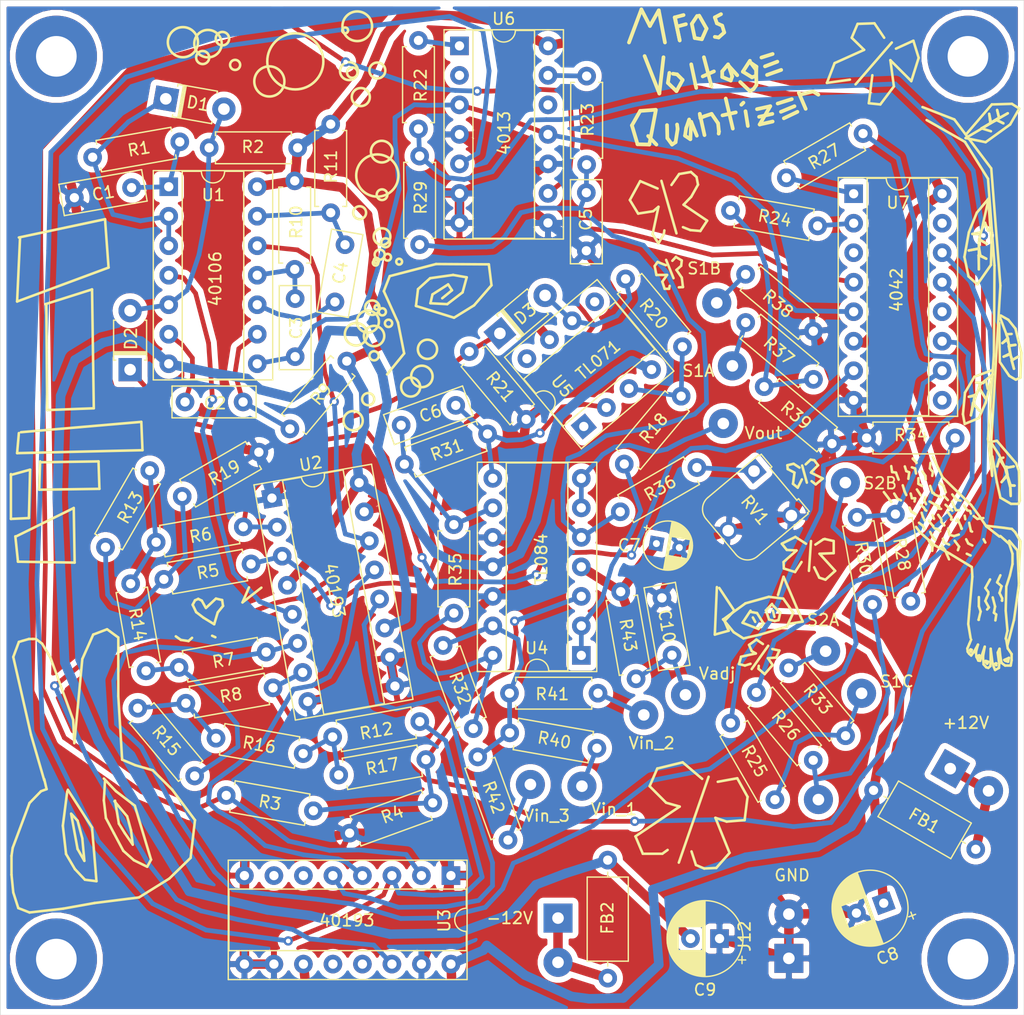
<source format=kicad_pcb>
(kicad_pcb (version 20171130) (host pcbnew "(5.1.2-1)-1")
  (layers (0 F.Cu signal hide) (31 B.Cu signal) (34 B.Paste user hide) (35 F.Paste user hide) (36 B.SilkS user) (37 F.SilkS user) (38 B.Mask user) (39 F.Mask user hide) (44 Edge.Cuts user))
  (net 0 "")
  (net 1 "Net-(C1-Pad1)")
  (net 2 Earth)
  (net 3 "Net-(C2-Pad2)")
  (net 4 "Net-(C2-Pad1)")
  (net 5 "Net-(C3-Pad1)")
  (net 6 "Net-(C3-Pad2)")
  (net 7 "Net-(C4-Pad2)")
  (net 8 "Net-(C4-Pad1)")
  (net 9 "Net-(C5-Pad2)")
  (net 10 "Net-(C6-Pad1)")
  (net 11 "Net-(C6-Pad2)")
  (net 12 +12V)
  (net 13 -12V)
  (net 14 "Net-(C10-Pad1)")
  (net 15 "Net-(D1-Pad1)")
  (net 16 "Net-(D1-Pad2)")
  (net 17 "Net-(D2-Pad1)")
  (net 18 "Net-(D3-Pad2)")
  (net 19 "Net-(FB1-Pad1)")
  (net 20 "Net-(FB2-Pad1)")
  (net 21 "Net-(J1-Pad1)")
  (net 22 "Net-(J2-Pad1)")
  (net 23 "Net-(J3-Pad1)")
  (net 24 "Net-(J4-Pad1)")
  (net 25 "Net-(J5-Pad1)")
  (net 26 "Net-(J6-Pad1)")
  (net 27 "Net-(J7-Pad1)")
  (net 28 "Net-(J8-Pad1)")
  (net 29 "Net-(J9-Pad1)")
  (net 30 "Net-(J10-Pad1)")
  (net 31 "Net-(R3-Pad1)")
  (net 32 "Net-(R17-Pad2)")
  (net 33 "Net-(R13-Pad1)")
  (net 34 "Net-(R5-Pad1)")
  (net 35 "Net-(R6-Pad1)")
  (net 36 "Net-(R13-Pad2)")
  (net 37 "Net-(R14-Pad2)")
  (net 38 "Net-(R7-Pad1)")
  (net 39 "Net-(R8-Pad1)")
  (net 40 "Net-(R15-Pad2)")
  (net 41 "Net-(R12-Pad2)")
  (net 42 "Net-(R12-Pad1)")
  (net 43 "Net-(R18-Pad1)")
  (net 44 "Net-(R18-Pad2)")
  (net 45 "Net-(R22-Pad1)")
  (net 46 "Net-(R22-Pad2)")
  (net 47 "Net-(R23-Pad1)")
  (net 48 "Net-(R24-Pad2)")
  (net 49 "Net-(R24-Pad1)")
  (net 50 "Net-(R25-Pad1)")
  (net 51 "Net-(R26-Pad1)")
  (net 52 "Net-(R27-Pad2)")
  (net 53 "Net-(R27-Pad1)")
  (net 54 "Net-(R32-Pad2)")
  (net 55 "Net-(R32-Pad1)")
  (net 56 "Net-(R36-Pad1)")
  (net 57 "Net-(U1-Pad4)")
  (net 58 "Net-(U1-Pad12)")
  (net 59 "Net-(U2-Pad12)")
  (net 60 "Net-(U2-Pad13)")
  (net 61 "Net-(U3-Pad7)")
  (net 62 "Net-(U3-Pad6)")
  (net 63 "Net-(U3-Pad13)")
  (net 64 "Net-(U3-Pad12)")
  (net 65 "Net-(U5-Pad1)")
  (net 66 "Net-(U5-Pad5)")
  (net 67 "Net-(U5-Pad8)")
  (net 68 "Net-(U6-Pad2)")
  (net 69 "Net-(U6-Pad12)")
  (net 70 "Net-(U7-Pad9)")
  (net 71 "Net-(U7-Pad3)")
  (net 72 "Net-(U7-Pad12)")
  (net 73 "Net-(U7-Pad15)")
  (module MountingHole:MountingHole_3.5mm_Pad (layer F.Cu) (at 17.018 94.742)
    (fp_text reference REF** hide)
    (fp_text value MountingHole_3.5mm_Pad hide)
    (pad 1 thru_hole circle (at 0 0) (size 7 7) (drill 3.5) (layers *.Cu *.Mask))
  )
  (module MountingHole:MountingHole_3.5mm_Pad (layer F.Cu) (at 95.504 94.742)
    (fp_text reference REF** hide)
    (fp_text value MountingHole_3.5mm_Pad hide)
    (pad 1 thru_hole circle (at 0 0) (size 7 7) (drill 3.5) (layers *.Cu *.Mask))
  )
  (module MountingHole:MountingHole_3.5mm_Pad (layer F.Cu) (at 95.504 17.018)
    (fp_text reference REF** hide)
    (fp_text value MountingHole_3.5mm_Pad hide)
    (pad 1 thru_hole circle (at 0 0) (size 7 7) (drill 3.5) (layers *.Cu *.Mask))
  )
  (module MountingHole:MountingHole_3.5mm_Pad (layer F.Cu) (at 17.018 17.018)
    (fp_text reference REF** hide)
    (fp_text value MountingHole_3.5mm_Pad hide)
    (pad 1 thru_hole circle (at 0 0) (size 7 7) (drill 3.5) (layers *.Cu *.Mask))
  )
  (module Connector_Wire:SolderWirePad_1x01_Drill1mm (layer F.Cu) (at 71.185083 71.989231 20)
    (fp_text reference J14 hide)
    (fp_text value Vadj)
    (pad 1 thru_hole circle (at 0 0 20) (size 2.49936 2.49936) (drill 1.00076) (layers *.Cu *.Mask) (net 14 "Net-(C10-Pad1)"))
  )
  (module Capacitor_THT:C_Rect_L7.0mm_W2.5mm_P5.00mm (layer F.Cu) (at 23.495 28.321 190)
    (fp_text reference C1 (at 2.485158 -0.051845 10) (layer F.SilkS))
    (fp_text value 100p)
    (pad 1 thru_hole circle (at 0 0 190) (size 1.6 1.6) (drill 0.8) (layers *.Cu *.Mask) (net 1 "Net-(C1-Pad1)"))
    (pad 2 thru_hole circle (at 5 0 190) (size 1.6 1.6) (drill 0.8) (layers *.Cu *.Mask) (net 2 Earth))
  )
  (module Capacitor_THT:C_Rect_L7.0mm_W2.5mm_P5.00mm (layer F.Cu) (at 33.0962 46.7741 180)
    (fp_text reference C2 (at 2.413 -0.1143) (layer F.SilkS))
    (fp_text value 100p)
    (pad 2 thru_hole circle (at 5 0 180) (size 1.6 1.6) (drill 0.8) (layers *.Cu *.Mask) (net 3 "Net-(C2-Pad2)"))
    (pad 1 thru_hole circle (at 0 0 180) (size 1.6 1.6) (drill 0.8) (layers *.Cu *.Mask) (net 4 "Net-(C2-Pad1)"))
  )
  (module Capacitor_THT:C_Rect_L7.0mm_W2.5mm_P5.00mm (layer F.Cu) (at 37.5793 42.8752 90)
    (fp_text reference C3 (at 2.4638 0.0889 90) (layer F.SilkS))
    (fp_text value 100p)
    (pad 1 thru_hole circle (at 0 0 90) (size 1.6 1.6) (drill 0.8) (layers *.Cu *.Mask) (net 5 "Net-(C3-Pad1)"))
    (pad 2 thru_hole circle (at 5 0 90) (size 1.6 1.6) (drill 0.8) (layers *.Cu *.Mask) (net 6 "Net-(C3-Pad2)"))
  )
  (module Capacitor_THT:C_Rect_L7.0mm_W2.5mm_P5.00mm (layer F.Cu) (at 41.8719 33.2359 260)
    (fp_text reference C4 (at 2.461624 -0.008485 80) (layer F.SilkS))
    (fp_text value 100p)
    (pad 2 thru_hole circle (at 5 0 260) (size 1.6 1.6) (drill 0.8) (layers *.Cu *.Mask) (net 7 "Net-(C4-Pad2)"))
    (pad 1 thru_hole circle (at 0 0 260) (size 1.6 1.6) (drill 0.8) (layers *.Cu *.Mask) (net 8 "Net-(C4-Pad1)"))
  )
  (module Capacitor_THT:C_Rect_L7.0mm_W2.5mm_P5.00mm (layer F.Cu) (at 62.6491 33.7566 90)
    (fp_text reference C5 (at 2.6924 -0.0381 90) (layer F.SilkS))
    (fp_text value 0.002u)
    (pad 1 thru_hole circle (at 0 0 90) (size 1.6 1.6) (drill 0.8) (layers *.Cu *.Mask) (net 2 Earth))
    (pad 2 thru_hole circle (at 5 0 90) (size 1.6 1.6) (drill 0.8) (layers *.Cu *.Mask) (net 9 "Net-(C5-Pad2)"))
  )
  (module Capacitor_THT:C_Rect_L7.0mm_W2.5mm_P5.00mm (layer F.Cu) (at 46.706516 48.776013 20)
    (fp_text reference C6 (at 2.708335 -0.076949 20) (layer F.SilkS))
    (fp_text value 0.01u)
    (pad 1 thru_hole circle (at 0 0 20) (size 1.6 1.6) (drill 0.8) (layers *.Cu *.Mask) (net 10 "Net-(C6-Pad1)"))
    (pad 2 thru_hole circle (at 5 0 20) (size 1.6 1.6) (drill 0.8) (layers *.Cu *.Mask) (net 11 "Net-(C6-Pad2)"))
  )
  (module Capacitor_THT:CP_Radial_D4.0mm_P2.00mm (layer F.Cu) (at 68.682603 58.967146 350)
    (fp_text reference C7 (at -2.27821 0.542503 180) (layer F.SilkS))
    (fp_text value 1u)
    (pad 1 thru_hole rect (at 0 0 350) (size 1.2 1.2) (drill 0.6) (layers *.Cu *.Mask) (net 12 +12V))
    (pad 2 thru_hole circle (at 2 0 350) (size 1.2 1.2) (drill 0.6) (layers *.Cu *.Mask) (net 2 Earth))
  )
  (module Capacitor_THT:CP_Radial_D6.3mm_P2.50mm (layer F.Cu) (at 88.2523 89.9287 200)
    (fp_text reference C8 (at 1.25 -4.4 20) (layer F.SilkS))
    (fp_text value 10u)
    (pad 1 thru_hole rect (at 0 0 200) (size 1.6 1.6) (drill 0.8) (layers *.Cu *.Mask) (net 12 +12V))
    (pad 2 thru_hole circle (at 2.5 0 200) (size 1.6 1.6) (drill 0.8) (layers *.Cu *.Mask) (net 2 Earth))
  )
  (module Capacitor_THT:CP_Radial_D6.3mm_P2.50mm (layer F.Cu) (at 74.1172 92.9767 180)
    (fp_text reference C9 (at 1.25 -4.4) (layer F.SilkS))
    (fp_text value 10u)
    (pad 2 thru_hole circle (at 2.5 0 180) (size 1.6 1.6) (drill 0.8) (layers *.Cu *.Mask) (net 13 -12V))
    (pad 1 thru_hole rect (at 0 0 180) (size 1.6 1.6) (drill 0.8) (layers *.Cu *.Mask) (net 2 Earth))
  )
  (module Capacitor_THT:C_Rect_L7.0mm_W2.5mm_P5.00mm (layer F.Cu) (at 70.02758 68.569576 100)
    (fp_text reference C10 (at 2.545486 -0.015192 100) (layer F.SilkS))
    (fp_text value 0.1u)
    (pad 2 thru_hole circle (at 5 0 100) (size 1.6 1.6) (drill 0.8) (layers *.Cu *.Mask) (net 2 Earth))
    (pad 1 thru_hole circle (at 0 0 100) (size 1.6 1.6) (drill 0.8) (layers *.Cu *.Mask) (net 14 "Net-(C10-Pad1)"))
  )
  (module Diode_THT:D_T-1_P5.08mm_Horizontal (layer F.Cu) (at 26.4414 20.6756 350)
    (fp_text reference D1 (at 2.797109 -0.080536 170) (layer F.SilkS))
    (fp_text value D)
    (pad 1 thru_hole rect (at 0 0 350) (size 2 2) (drill 1) (layers *.Cu *.Mask) (net 15 "Net-(D1-Pad1)"))
    (pad 2 thru_hole oval (at 5.08 0 350) (size 2 2) (drill 1) (layers *.Cu *.Mask) (net 16 "Net-(D1-Pad2)"))
  )
  (module Diode_THT:D_T-1_P5.08mm_Horizontal (layer F.Cu) (at 23.368 43.9928 90)
    (fp_text reference D2 (at 2.667 0.0762 90) (layer F.SilkS))
    (fp_text value D)
    (pad 1 thru_hole rect (at 0 0 90) (size 2 2) (drill 1) (layers *.Cu *.Mask) (net 17 "Net-(D2-Pad1)"))
    (pad 2 thru_hole oval (at 5.08 0 90) (size 2 2) (drill 1) (layers *.Cu *.Mask) (net 16 "Net-(D1-Pad2)"))
  )
  (module Diode_THT:D_T-1_P5.08mm_Horizontal (layer F.Cu) (at 55.207005 40.870301 40)
    (fp_text reference D3 (at 2.761658 0.126701 40) (layer F.SilkS))
    (fp_text value D)
    (pad 2 thru_hole oval (at 5.08 0 40) (size 2 2) (drill 1) (layers *.Cu *.Mask) (net 18 "Net-(D3-Pad2)"))
    (pad 1 thru_hole rect (at 0 0 40) (size 2 2) (drill 1) (layers *.Cu *.Mask) (net 17 "Net-(D2-Pad1)"))
  )
  (module Inductor_THT:L_Axial_L7.0mm_D3.3mm_P10.16mm_Horizontal_Fastron_MICC (layer F.Cu) (at 96.1771 85.2932 150)
    (fp_text reference FB1 (at 5.070384 -0.082437 150) (layer F.SilkS))
    (fp_text value Ferrite)
    (pad 2 thru_hole oval (at 10.16 0 150) (size 1.6 1.6) (drill 0.8) (layers *.Cu *.Mask) (net 12 +12V))
    (pad 1 thru_hole circle (at 0 0 150) (size 1.6 1.6) (drill 0.8) (layers *.Cu *.Mask) (net 19 "Net-(FB1-Pad1)"))
  )
  (module Inductor_THT:L_Axial_L7.0mm_D3.3mm_P10.16mm_Horizontal_Fastron_MICC (layer F.Cu) (at 64.4906 96.3803 90)
    (fp_text reference FB2 (at 5.1689 -0.0254 90) (layer F.SilkS))
    (fp_text value Ferrite)
    (pad 1 thru_hole circle (at 0 0 90) (size 1.6 1.6) (drill 0.8) (layers *.Cu *.Mask) (net 20 "Net-(FB2-Pad1)"))
    (pad 2 thru_hole oval (at 10.16 0 90) (size 1.6 1.6) (drill 0.8) (layers *.Cu *.Mask) (net 13 -12V))
  )
  (module Connector_Wire:SolderWirePad_1x01_Drill1mm (layer F.Cu) (at 86.34571 71.857282 310)
    (fp_text reference J1 hide)
    (fp_text value S1C)
    (pad 1 thru_hole circle (at 0 0 310) (size 2.49936 2.49936) (drill 1.00076) (layers *.Cu *.Mask) (net 21 "Net-(J1-Pad1)"))
  )
  (module Connector_Wire:SolderWirePad_1x01_Drill1mm (layer F.Cu) (at 82.629967 81.007621 290)
    (fp_text reference J2 hide)
    (fp_text value S2C)
    (pad 1 thru_hole circle (at 0 0 290) (size 2.49936 2.49936) (drill 1.00076) (layers *.Cu *.Mask) (net 22 "Net-(J2-Pad1)"))
  )
  (module Connector_Wire:SolderWirePad_1x01_Drill1mm (layer F.Cu) (at 75.225039 43.666444 50)
    (fp_text reference J3 hide)
    (fp_text value S1A)
    (pad 1 thru_hole circle (at 0 0 50) (size 2.49936 2.49936) (drill 1.00076) (layers *.Cu *.Mask) (net 23 "Net-(J3-Pad1)"))
  )
  (module Connector_Wire:SolderWirePad_1x01_Drill1mm (layer F.Cu) (at 73.878839 38.243544 50)
    (fp_text reference J4 hide)
    (fp_text value S1B)
    (pad 1 thru_hole circle (at 0 0 50) (size 2.49936 2.49936) (drill 1.00076) (layers *.Cu *.Mask) (net 24 "Net-(J4-Pad1)"))
  )
  (module Connector_Wire:SolderWirePad_1x01_Drill1mm (layer F.Cu) (at 83.252198 68.233639 310)
    (fp_text reference J5 hide)
    (fp_text value S2A)
    (pad 1 thru_hole circle (at 0 0 310) (size 2.49936 2.49936) (drill 1.00076) (layers *.Cu *.Mask) (net 25 "Net-(J5-Pad1)"))
  )
  (module Connector_Wire:SolderWirePad_1x01_Drill1mm (layer F.Cu) (at 84.9503 53.721 20)
    (fp_text reference J6 hide)
    (fp_text value S2B)
    (pad 1 thru_hole circle (at 0 0 20) (size 2.49936 2.49936) (drill 1.00076) (layers *.Cu *.Mask) (net 26 "Net-(J6-Pad1)"))
  )
  (module Connector_Wire:SolderWirePad_1x01_Drill1mm (layer F.Cu) (at 74.442298 48.627808 10)
    (fp_text reference J7 hide)
    (fp_text value Vout)
    (pad 1 thru_hole circle (at 0 0 10) (size 2.49936 2.49936) (drill 1.00076) (layers *.Cu *.Mask) (net 27 "Net-(J7-Pad1)"))
  )
  (module Connector_Wire:SolderWirePad_1x01_Drill1mm (layer F.Cu) (at 62.268144 79.854734 80)
    (fp_text reference J8 hide)
    (fp_text value Vin_1)
    (pad 1 thru_hole circle (at 0 0 80) (size 2.49936 2.49936) (drill 1.00076) (layers *.Cu *.Mask) (net 28 "Net-(J8-Pad1)"))
  )
  (module Connector_Wire:SolderWirePad_1x01_Drill1mm (layer F.Cu) (at 67.595405 73.71834 20)
    (fp_text reference J9 hide)
    (fp_text value Vin_2)
    (pad 1 thru_hole circle (at 0 0 20) (size 2.49936 2.49936) (drill 1.00076) (layers *.Cu *.Mask) (net 29 "Net-(J9-Pad1)"))
  )
  (module Connector_Wire:SolderWirePad_1x01_Drill1mm (layer F.Cu) (at 57.831946 79.70845 20)
    (fp_text reference J10 hide)
    (fp_text value Vin_3)
    (pad 1 thru_hole circle (at 0 0 20) (size 2.49936 2.49936) (drill 1.00076) (layers *.Cu *.Mask) (net 30 "Net-(J10-Pad1)"))
  )
  (module Connector_Wire:SolderWirePad_1x02_P3.81mm_Drill1mm (layer F.Cu) (at 93.98 78.3463 330)
    (fp_text reference J11 hide)
    (fp_text value +12V)
    (pad 2 thru_hole circle (at 3.81 0 330) (size 2.49936 2.49936) (drill 1.00076) (layers *.Cu *.Mask) (net 19 "Net-(FB1-Pad1)"))
    (pad 1 thru_hole rect (at 0 0 330) (size 2.49936 2.49936) (drill 1.00076) (layers *.Cu *.Mask) (net 19 "Net-(FB1-Pad1)"))
  )
  (module Connector_Wire:SolderWirePad_1x02_P3.81mm_Drill1mm (layer F.Cu) (at 80.0862 94.6785 90)
    (fp_text reference J12 (at 1.905 -3.81 90) (layer F.SilkS))
    (fp_text value GND)
    (pad 1 thru_hole rect (at 0 0 90) (size 2.49936 2.49936) (drill 1.00076) (layers *.Cu *.Mask) (net 2 Earth))
    (pad 2 thru_hole circle (at 3.81 0 90) (size 2.49936 2.49936) (drill 1.00076) (layers *.Cu *.Mask) (net 2 Earth))
  )
  (module Connector_Wire:SolderWirePad_1x02_P3.81mm_Drill1mm (layer F.Cu) (at 60.2107 91.211399 270)
    (fp_text reference J13 hide)
    (fp_text value -12V)
    (pad 1 thru_hole rect (at 0 0 270) (size 2.49936 2.49936) (drill 1.00076) (layers *.Cu *.Mask) (net 20 "Net-(FB2-Pad1)"))
    (pad 2 thru_hole circle (at 3.81 0 270) (size 2.49936 2.49936) (drill 1.00076) (layers *.Cu *.Mask) (net 20 "Net-(FB2-Pad1)"))
  )
  (module Resistor_THT:R_Axial_DIN0207_L6.3mm_D2.5mm_P7.62mm_Horizontal (layer F.Cu) (at 20.1422 25.7048 10)
    (fp_text reference R1 (at 4.050715 -0.007921 10) (layer F.SilkS))
    (fp_text value 200k)
    (pad 2 thru_hole oval (at 7.62 0 10) (size 1.6 1.6) (drill 0.8) (layers *.Cu *.Mask) (net 1 "Net-(C1-Pad1)"))
    (pad 1 thru_hole circle (at 0 0 10) (size 1.6 1.6) (drill 0.8) (layers *.Cu *.Mask) (net 15 "Net-(D1-Pad1)"))
  )
  (module Resistor_THT:R_Axial_DIN0207_L6.3mm_D2.5mm_P7.62mm_Horizontal (layer F.Cu) (at 30.1752 24.892)
    (fp_text reference R2 (at 3.7592 -0.0762) (layer F.SilkS))
    (fp_text value 47k)
    (pad 2 thru_hole oval (at 7.62 0) (size 1.6 1.6) (drill 0.8) (layers *.Cu *.Mask) (net 12 +12V))
    (pad 1 thru_hole circle (at 0 0) (size 1.6 1.6) (drill 0.8) (layers *.Cu *.Mask) (net 16 "Net-(D1-Pad2)"))
  )
  (module Resistor_THT:R_Axial_DIN0207_L6.3mm_D2.5mm_P7.62mm_Horizontal (layer F.Cu) (at 31.647059 80.649153 350)
    (fp_text reference R3 (at 3.812955 -0.031748 170) (layer F.SilkS))
    (fp_text value 200k)
    (pad 1 thru_hole circle (at 0 0 350) (size 1.6 1.6) (drill 0.8) (layers *.Cu *.Mask) (net 31 "Net-(R3-Pad1)"))
    (pad 2 thru_hole oval (at 7.62 0 350) (size 1.6 1.6) (drill 0.8) (layers *.Cu *.Mask) (net 32 "Net-(R17-Pad2)"))
  )
  (module Resistor_THT:R_Axial_DIN0207_L6.3mm_D2.5mm_P7.62mm_Horizontal (layer F.Cu) (at 42.265574 83.896502 20)
    (fp_text reference R4 (at 4.008316 -0.244311 20) (layer F.SilkS))
    (fp_text value 200k)
    (pad 1 thru_hole circle (at 0 0 20) (size 1.6 1.6) (drill 0.8) (layers *.Cu *.Mask) (net 2 Earth))
    (pad 2 thru_hole oval (at 7.62 0 20) (size 1.6 1.6) (drill 0.8) (layers *.Cu *.Mask) (net 32 "Net-(R17-Pad2)"))
  )
  (module Resistor_THT:R_Axial_DIN0207_L6.3mm_D2.5mm_P7.62mm_Horizontal (layer F.Cu) (at 33.781868 60.722517 190)
    (fp_text reference R5 (at 3.768151 -0.015181 10) (layer F.SilkS))
    (fp_text value 200k)
    (pad 2 thru_hole oval (at 7.62 0 190) (size 1.6 1.6) (drill 0.8) (layers *.Cu *.Mask) (net 33 "Net-(R13-Pad1)"))
    (pad 1 thru_hole circle (at 0 0 190) (size 1.6 1.6) (drill 0.8) (layers *.Cu *.Mask) (net 34 "Net-(R5-Pad1)"))
  )
  (module Resistor_THT:R_Axial_DIN0207_L6.3mm_D2.5mm_P7.62mm_Horizontal (layer F.Cu) (at 33.115041 57.525846 190)
    (fp_text reference R6 (at 3.749392 -0.092078 10) (layer F.SilkS))
    (fp_text value 200k)
    (pad 1 thru_hole circle (at 0 0 190) (size 1.6 1.6) (drill 0.8) (layers *.Cu *.Mask) (net 35 "Net-(R6-Pad1)"))
    (pad 2 thru_hole oval (at 7.62 0 190) (size 1.6 1.6) (drill 0.8) (layers *.Cu *.Mask) (net 36 "Net-(R13-Pad2)"))
  )
  (module Resistor_THT:R_Axial_DIN0207_L6.3mm_D2.5mm_P7.62mm_Horizontal (layer F.Cu) (at 35.080777 68.308411 190)
    (fp_text reference R7 (at 3.731911 -0.081995 10) (layer F.SilkS))
    (fp_text value 200k)
    (pad 2 thru_hole oval (at 7.62 0 190) (size 1.6 1.6) (drill 0.8) (layers *.Cu *.Mask) (net 37 "Net-(R14-Pad2)"))
    (pad 1 thru_hole circle (at 0 0 190) (size 1.6 1.6) (drill 0.8) (layers *.Cu *.Mask) (net 38 "Net-(R7-Pad1)"))
  )
  (module Resistor_THT:R_Axial_DIN0207_L6.3mm_D2.5mm_P7.62mm_Horizontal (layer F.Cu) (at 35.675523 71.388833 190)
    (fp_text reference R8 (at 3.677818 -0.007027 10) (layer F.SilkS))
    (fp_text value 200k)
    (pad 1 thru_hole circle (at 0 0 190) (size 1.6 1.6) (drill 0.8) (layers *.Cu *.Mask) (net 39 "Net-(R8-Pad1)"))
    (pad 2 thru_hole oval (at 7.62 0 190) (size 1.6 1.6) (drill 0.8) (layers *.Cu *.Mask) (net 40 "Net-(R15-Pad2)"))
  )
  (module Resistor_THT:R_Axial_DIN0207_L6.3mm_D2.5mm_P7.62mm_Horizontal (layer F.Cu) (at 42.0243 43.2562 230)
    (fp_text reference R9 (at 3.591512 -0.145526 50) (layer F.SilkS))
    (fp_text value 20k)
    (pad 1 thru_hole circle (at 0 0 230) (size 1.6 1.6) (drill 0.8) (layers *.Cu *.Mask) (net 12 +12V))
    (pad 2 thru_hole oval (at 7.62 0 230) (size 1.6 1.6) (drill 0.8) (layers *.Cu *.Mask) (net 4 "Net-(C2-Pad1)"))
  )
  (module Resistor_THT:R_Axial_DIN0207_L6.3mm_D2.5mm_P7.62mm_Horizontal (layer F.Cu) (at 37.5412 27.7368 270)
    (fp_text reference R10 (at 3.556 -0.127 90) (layer F.SilkS))
    (fp_text value 20k)
    (pad 2 thru_hole oval (at 7.62 0 270) (size 1.6 1.6) (drill 0.8) (layers *.Cu *.Mask) (net 6 "Net-(C3-Pad2)"))
    (pad 1 thru_hole circle (at 0 0 270) (size 1.6 1.6) (drill 0.8) (layers *.Cu *.Mask) (net 12 +12V))
  )
  (module Resistor_THT:R_Axial_DIN0207_L6.3mm_D2.5mm_P7.62mm_Horizontal (layer F.Cu) (at 40.64 22.86 270)
    (fp_text reference R11 (at 3.6576 -0.0254 90) (layer F.SilkS))
    (fp_text value 20k)
    (pad 1 thru_hole circle (at 0 0 270) (size 1.6 1.6) (drill 0.8) (layers *.Cu *.Mask) (net 12 +12V))
    (pad 2 thru_hole oval (at 7.62 0 270) (size 1.6 1.6) (drill 0.8) (layers *.Cu *.Mask) (net 8 "Net-(C4-Pad1)"))
  )
  (module Resistor_THT:R_Axial_DIN0207_L6.3mm_D2.5mm_P7.62mm_Horizontal (layer F.Cu) (at 48.30988 74.29363 190)
    (fp_text reference R12 (at 3.817548 -0.153593 10) (layer F.SilkS))
    (fp_text value 200k)
    (pad 2 thru_hole oval (at 7.62 0 190) (size 1.6 1.6) (drill 0.8) (layers *.Cu *.Mask) (net 41 "Net-(R12-Pad2)"))
    (pad 1 thru_hole circle (at 0 0 190) (size 1.6 1.6) (drill 0.8) (layers *.Cu *.Mask) (net 42 "Net-(R12-Pad1)"))
  )
  (module Resistor_THT:R_Axial_DIN0207_L6.3mm_D2.5mm_P7.62mm_Horizontal (layer F.Cu) (at 21.251039 59.282496 60)
    (fp_text reference R13 (at 4.017828 0.154091 60) (layer F.SilkS))
    (fp_text value 100k)
    (pad 2 thru_hole oval (at 7.62 0 60) (size 1.6 1.6) (drill 0.8) (layers *.Cu *.Mask) (net 36 "Net-(R13-Pad2)"))
    (pad 1 thru_hole circle (at 0 0 60) (size 1.6 1.6) (drill 0.8) (layers *.Cu *.Mask) (net 33 "Net-(R13-Pad1)"))
  )
  (module Resistor_THT:R_Axial_DIN0207_L6.3mm_D2.5mm_P7.62mm_Horizontal (layer F.Cu) (at 23.416477 62.421256 280)
    (fp_text reference R14 (at 3.540545 0.028723 100) (layer F.SilkS))
    (fp_text value 100k)
    (pad 1 thru_hole circle (at 0 0 280) (size 1.6 1.6) (drill 0.8) (layers *.Cu *.Mask) (net 36 "Net-(R13-Pad2)"))
    (pad 2 thru_hole oval (at 7.62 0 280) (size 1.6 1.6) (drill 0.8) (layers *.Cu *.Mask) (net 37 "Net-(R14-Pad2)"))
  )
  (module Resistor_THT:R_Axial_DIN0207_L6.3mm_D2.5mm_P7.62mm_Horizontal (layer F.Cu) (at 28.927442 78.975077 130)
    (fp_text reference R15 (at 3.885751 0.08155 130) (layer F.SilkS))
    (fp_text value 100k)
    (pad 2 thru_hole oval (at 7.62 0 130) (size 1.6 1.6) (drill 0.8) (layers *.Cu *.Mask) (net 40 "Net-(R15-Pad2)"))
    (pad 1 thru_hole circle (at 0 0 130) (size 1.6 1.6) (drill 0.8) (layers *.Cu *.Mask) (net 37 "Net-(R14-Pad2)"))
  )
  (module Resistor_THT:R_Axial_DIN0207_L6.3mm_D2.5mm_P7.62mm_Horizontal (layer F.Cu) (at 30.765651 75.723577 350)
    (fp_text reference R16 (at 3.771292 -0.078041 170) (layer F.SilkS))
    (fp_text value 100k)
    (pad 2 thru_hole oval (at 7.62 0 350) (size 1.6 1.6) (drill 0.8) (layers *.Cu *.Mask) (net 41 "Net-(R12-Pad2)"))
    (pad 1 thru_hole circle (at 0 0 350) (size 1.6 1.6) (drill 0.8) (layers *.Cu *.Mask) (net 40 "Net-(R15-Pad2)"))
  )
  (module Resistor_THT:R_Axial_DIN0207_L6.3mm_D2.5mm_P7.62mm_Horizontal (layer F.Cu) (at 41.331208 78.889993 10)
    (fp_text reference R17 (at 3.824255 -0.0712 10) (layer F.SilkS))
    (fp_text value 100k)
    (pad 1 thru_hole circle (at 0 0 10) (size 1.6 1.6) (drill 0.8) (layers *.Cu *.Mask) (net 41 "Net-(R12-Pad2)"))
    (pad 2 thru_hole oval (at 7.62 0 10) (size 1.6 1.6) (drill 0.8) (layers *.Cu *.Mask) (net 32 "Net-(R17-Pad2)"))
  )
  (module Resistor_THT:R_Axial_DIN0207_L6.3mm_D2.5mm_P7.62mm_Horizontal (layer F.Cu) (at 65.914415 52.117475 50)
    (fp_text reference R18 (at 3.983585 -0.028737 50) (layer F.SilkS))
    (fp_text value 10k)
    (pad 1 thru_hole circle (at 0 0 50) (size 1.6 1.6) (drill 0.8) (layers *.Cu *.Mask) (net 43 "Net-(R18-Pad1)"))
    (pad 2 thru_hole oval (at 7.62 0 50) (size 1.6 1.6) (drill 0.8) (layers *.Cu *.Mask) (net 44 "Net-(R18-Pad2)"))
  )
  (module Resistor_THT:R_Axial_DIN0207_L6.3mm_D2.5mm_P7.62mm_Horizontal (layer F.Cu) (at 27.855949 54.906788 30)
    (fp_text reference R19 (at 4.164371 0.0672 30) (layer F.SilkS))
    (fp_text value 200k)
    (pad 1 thru_hole circle (at 0 0 30) (size 1.6 1.6) (drill 0.8) (layers *.Cu *.Mask) (net 33 "Net-(R13-Pad1)"))
    (pad 2 thru_hole oval (at 7.62 0 30) (size 1.6 1.6) (drill 0.8) (layers *.Cu *.Mask) (net 2 Earth))
  )
  (module Resistor_THT:R_Axial_DIN0207_L6.3mm_D2.5mm_P7.62mm_Horizontal (layer F.Cu) (at 70.926948 42.020253 130)
    (fp_text reference R20 (at 3.756637 -0.077317 130) (layer F.SilkS))
    (fp_text value 3M)
    (pad 2 thru_hole oval (at 7.62 0 130) (size 1.6 1.6) (drill 0.8) (layers *.Cu *.Mask) (net 18 "Net-(D3-Pad2)"))
    (pad 1 thru_hole circle (at 0 0 130) (size 1.6 1.6) (drill 0.8) (layers *.Cu *.Mask) (net 44 "Net-(R18-Pad2)"))
  )
  (module Resistor_THT:R_Axial_DIN0207_L6.3mm_D2.5mm_P7.62mm_Horizontal (layer F.Cu) (at 52.573184 42.433769 310)
    (fp_text reference R21 (at 4.040234 -0.097649 130) (layer F.SilkS))
    (fp_text value 4k7)
    (pad 2 thru_hole oval (at 7.62 0 310) (size 1.6 1.6) (drill 0.8) (layers *.Cu *.Mask) (net 2 Earth))
    (pad 1 thru_hole circle (at 0 0 310) (size 1.6 1.6) (drill 0.8) (layers *.Cu *.Mask) (net 17 "Net-(D2-Pad1)"))
  )
  (module Resistor_THT:R_Axial_DIN0207_L6.3mm_D2.5mm_P7.62mm_Horizontal (layer F.Cu) (at 48.1965 15.6464 270)
    (fp_text reference R22 (at 3.8608 -0.1905 90) (layer F.SilkS))
    (fp_text value 200k)
    (pad 1 thru_hole circle (at 0 0 270) (size 1.6 1.6) (drill 0.8) (layers *.Cu *.Mask) (net 45 "Net-(R22-Pad1)"))
    (pad 2 thru_hole oval (at 7.62 0 270) (size 1.6 1.6) (drill 0.8) (layers *.Cu *.Mask) (net 46 "Net-(R22-Pad2)"))
  )
  (module Resistor_THT:R_Axial_DIN0207_L6.3mm_D2.5mm_P7.62mm_Horizontal (layer F.Cu) (at 62.6745 18.7198 270)
    (fp_text reference R23 (at 3.7592 -0.0889 90) (layer F.SilkS))
    (fp_text value 200k)
    (pad 2 thru_hole oval (at 7.62 0 270) (size 1.6 1.6) (drill 0.8) (layers *.Cu *.Mask) (net 9 "Net-(C5-Pad2)"))
    (pad 1 thru_hole circle (at 0 0 270) (size 1.6 1.6) (drill 0.8) (layers *.Cu *.Mask) (net 47 "Net-(R23-Pad1)"))
  )
  (module Resistor_THT:R_Axial_DIN0207_L6.3mm_D2.5mm_P7.62mm_Horizontal (layer F.Cu) (at 82.565639 31.614144 170)
    (fp_text reference R24 (at 3.755588 -0.000616 170) (layer F.SilkS))
    (fp_text value 200k)
    (pad 2 thru_hole oval (at 7.62 0 170) (size 1.6 1.6) (drill 0.8) (layers *.Cu *.Mask) (net 48 "Net-(R24-Pad2)"))
    (pad 1 thru_hole circle (at 0 0 170) (size 1.6 1.6) (drill 0.8) (layers *.Cu *.Mask) (net 49 "Net-(R24-Pad1)"))
  )
  (module Resistor_THT:R_Axial_DIN0207_L6.3mm_D2.5mm_P7.62mm_Horizontal (layer F.Cu) (at 75.076423 74.420765 300)
    (fp_text reference R25 (at 3.857677 -0.126022 120) (layer F.SilkS))
    (fp_text value 200k)
    (pad 1 thru_hole circle (at 0 0 300) (size 1.6 1.6) (drill 0.8) (layers *.Cu *.Mask) (net 50 "Net-(R25-Pad1)"))
    (pad 2 thru_hole oval (at 7.62 0 300) (size 1.6 1.6) (drill 0.8) (layers *.Cu *.Mask) (net 21 "Net-(J1-Pad1)"))
  )
  (module Resistor_THT:R_Axial_DIN0207_L6.3mm_D2.5mm_P7.62mm_Horizontal (layer F.Cu) (at 77.288706 71.78427 310)
    (fp_text reference R26 (at 3.811205 -0.122315 130) (layer F.SilkS))
    (fp_text value 200k)
    (pad 1 thru_hole circle (at 0 0 310) (size 1.6 1.6) (drill 0.8) (layers *.Cu *.Mask) (net 51 "Net-(R26-Pad1)"))
    (pad 2 thru_hole oval (at 7.62 0 310) (size 1.6 1.6) (drill 0.8) (layers *.Cu *.Mask) (net 22 "Net-(J2-Pad1)"))
  )
  (module Resistor_THT:R_Axial_DIN0207_L6.3mm_D2.5mm_P7.62mm_Horizontal (layer F.Cu) (at 79.87324 27.473944 30)
    (fp_text reference R27 (at 3.734046 0.054362 30) (layer F.SilkS))
    (fp_text value 200k)
    (pad 2 thru_hole oval (at 7.62 0 30) (size 1.6 1.6) (drill 0.8) (layers *.Cu *.Mask) (net 52 "Net-(R27-Pad2)"))
    (pad 1 thru_hole circle (at 0 0 30) (size 1.6 1.6) (drill 0.8) (layers *.Cu *.Mask) (net 53 "Net-(R27-Pad1)"))
  )
  (module Resistor_THT:R_Axial_DIN0207_L6.3mm_D2.5mm_P7.62mm_Horizontal (layer F.Cu) (at 89.259955 56.430816 280)
    (fp_text reference R28 (at 3.506061 0.055215 100) (layer F.SilkS))
    (fp_text value 100k)
    (pad 1 thru_hole circle (at 0 0 280) (size 1.6 1.6) (drill 0.8) (layers *.Cu *.Mask) (net 52 "Net-(R27-Pad2)"))
    (pad 2 thru_hole oval (at 7.62 0 280) (size 1.6 1.6) (drill 0.8) (layers *.Cu *.Mask) (net 46 "Net-(R22-Pad2)"))
  )
  (module Resistor_THT:R_Axial_DIN0207_L6.3mm_D2.5mm_P7.62mm_Horizontal (layer F.Cu) (at 48.2981 25.6032 270)
    (fp_text reference R29 (at 3.5814 -0.0889 90) (layer F.SilkS))
    (fp_text value 100k)
    (pad 2 thru_hole oval (at 7.62 0 270) (size 1.6 1.6) (drill 0.8) (layers *.Cu *.Mask) (net 9 "Net-(C5-Pad2)"))
    (pad 1 thru_hole circle (at 0 0 270) (size 1.6 1.6) (drill 0.8) (layers *.Cu *.Mask) (net 46 "Net-(R22-Pad2)"))
  )
  (module Resistor_THT:R_Axial_DIN0207_L6.3mm_D2.5mm_P7.62mm_Horizontal (layer F.Cu) (at 87.29039 64.211418 100)
    (fp_text reference R30 (at 4.062528 -0.073659 100) (layer F.SilkS))
    (fp_text value 100k)
    (pad 1 thru_hole circle (at 0 0 100) (size 1.6 1.6) (drill 0.8) (layers *.Cu *.Mask) (net 22 "Net-(J2-Pad1)"))
    (pad 2 thru_hole oval (at 7.62 0 100) (size 1.6 1.6) (drill 0.8) (layers *.Cu *.Mask) (net 52 "Net-(R27-Pad2)"))
  )
  (module Resistor_THT:R_Axial_DIN0207_L6.3mm_D2.5mm_P7.62mm_Horizontal (layer F.Cu) (at 54.143568 49.529004 200)
    (fp_text reference R31 (at 3.754591 -0.094127 20) (layer F.SilkS))
    (fp_text value 20k)
    (pad 1 thru_hole circle (at 0 0 200) (size 1.6 1.6) (drill 0.8) (layers *.Cu *.Mask) (net 11 "Net-(C6-Pad2)"))
    (pad 2 thru_hole oval (at 7.62 0 200) (size 1.6 1.6) (drill 0.8) (layers *.Cu *.Mask) (net 10 "Net-(C6-Pad1)"))
  )
  (module Resistor_THT:R_Axial_DIN0207_L6.3mm_D2.5mm_P7.62mm_Horizontal (layer F.Cu) (at 52.921877 74.900023 110)
    (fp_text reference R32 (at 3.652561 0.125544 110) (layer F.SilkS))
    (fp_text value 100k)
    (pad 2 thru_hole oval (at 7.62 0 110) (size 1.6 1.6) (drill 0.8) (layers *.Cu *.Mask) (net 54 "Net-(R32-Pad2)"))
    (pad 1 thru_hole circle (at 0 0 110) (size 1.6 1.6) (drill 0.8) (layers *.Cu *.Mask) (net 55 "Net-(R32-Pad1)"))
  )
  (module Resistor_THT:R_Axial_DIN0207_L6.3mm_D2.5mm_P7.62mm_Horizontal (layer F.Cu) (at 80.069952 69.674927 310)
    (fp_text reference R33 (at 3.67088 -0.190396 130) (layer F.SilkS))
    (fp_text value 100k)
    (pad 2 thru_hole oval (at 7.62 0 310) (size 1.6 1.6) (drill 0.8) (layers *.Cu *.Mask) (net 21 "Net-(J1-Pad1)"))
    (pad 1 thru_hole circle (at 0 0 310) (size 1.6 1.6) (drill 0.8) (layers *.Cu *.Mask) (net 25 "Net-(J5-Pad1)"))
  )
  (module Resistor_THT:R_Axial_DIN0207_L6.3mm_D2.5mm_P7.62mm_Horizontal (layer F.Cu) (at 86.78204 49.876744)
    (fp_text reference R34 (at 3.81 -0.245144) (layer F.SilkS))
    (fp_text value 200k)
    (pad 1 thru_hole circle (at 0 0) (size 1.6 1.6) (drill 0.8) (layers *.Cu *.Mask) (net 2 Earth))
    (pad 2 thru_hole oval (at 7.62 0) (size 1.6 1.6) (drill 0.8) (layers *.Cu *.Mask) (net 26 "Net-(J6-Pad1)"))
  )
  (module Resistor_THT:R_Axial_DIN0207_L6.3mm_D2.5mm_P7.62mm_Horizontal (layer F.Cu) (at 51.243269 57.335162 270)
    (fp_text reference R35 (at 3.878838 -0.140931 90) (layer F.SilkS))
    (fp_text value 20k)
    (pad 1 thru_hole circle (at 0 0 270) (size 1.6 1.6) (drill 0.8) (layers *.Cu *.Mask) (net 10 "Net-(C6-Pad1)"))
    (pad 2 thru_hole oval (at 7.62 0 270) (size 1.6 1.6) (drill 0.8) (layers *.Cu *.Mask) (net 55 "Net-(R32-Pad1)"))
  )
  (module Resistor_THT:R_Axial_DIN0207_L6.3mm_D2.5mm_P7.62mm_Horizontal (layer F.Cu) (at 72.170692 52.419979 210)
    (fp_text reference R36 (at 3.627491 0.034785 30) (layer F.SilkS))
    (fp_text value 75k)
    (pad 2 thru_hole oval (at 7.62 0 210) (size 1.6 1.6) (drill 0.8) (layers *.Cu *.Mask) (net 9 "Net-(C5-Pad2)"))
    (pad 1 thru_hole circle (at 0 0 210) (size 1.6 1.6) (drill 0.8) (layers *.Cu *.Mask) (net 56 "Net-(R36-Pad1)"))
  )
  (module Resistor_THT:R_Axial_DIN0207_L6.3mm_D2.5mm_P7.62mm_Horizontal (layer F.Cu) (at 82.205298 44.830686 140)
    (fp_text reference R37 (at 3.868378 -0.030102 140) (layer F.SilkS))
    (fp_text value 100k)
    (pad 2 thru_hole oval (at 7.62 0 140) (size 1.6 1.6) (drill 0.8) (layers *.Cu *.Mask) (net 23 "Net-(J3-Pad1)"))
    (pad 1 thru_hole circle (at 0 0 140) (size 1.6 1.6) (drill 0.8) (layers *.Cu *.Mask) (net 48 "Net-(R24-Pad2)"))
  )
  (module Resistor_THT:R_Axial_DIN0207_L6.3mm_D2.5mm_P7.62mm_Horizontal (layer F.Cu) (at 82.197339 40.681944 140)
    (fp_text reference R38 (at 3.849855 -0.15834 140) (layer F.SilkS))
    (fp_text value 200k)
    (pad 2 thru_hole oval (at 7.62 0 140) (size 1.6 1.6) (drill 0.8) (layers *.Cu *.Mask) (net 24 "Net-(J4-Pad1)"))
    (pad 1 thru_hole circle (at 0 0 140) (size 1.6 1.6) (drill 0.8) (layers *.Cu *.Mask) (net 2 Earth))
  )
  (module Resistor_THT:R_Axial_DIN0207_L6.3mm_D2.5mm_P7.62mm_Horizontal (layer F.Cu) (at 83.79754 50.359344 140)
    (fp_text reference R39 (at 3.937751 -0.132621 140) (layer F.SilkS))
    (fp_text value 200k)
    (pad 1 thru_hole circle (at 0 0 140) (size 1.6 1.6) (drill 0.8) (layers *.Cu *.Mask) (net 2 Earth))
    (pad 2 thru_hole oval (at 7.62 0 140) (size 1.6 1.6) (drill 0.8) (layers *.Cu *.Mask) (net 48 "Net-(R24-Pad2)"))
  )
  (module Resistor_THT:R_Axial_DIN0207_L6.3mm_D2.5mm_P7.62mm_Horizontal (layer F.Cu) (at 56.055135 75.263156 350)
    (fp_text reference R40 (at 3.889509 -0.044031 170) (layer F.SilkS))
    (fp_text value 100k)
    (pad 1 thru_hole circle (at 0 0 350) (size 1.6 1.6) (drill 0.8) (layers *.Cu *.Mask) (net 54 "Net-(R32-Pad2)"))
    (pad 2 thru_hole oval (at 7.62 0 350) (size 1.6 1.6) (drill 0.8) (layers *.Cu *.Mask) (net 28 "Net-(J8-Pad1)"))
  )
  (module Resistor_THT:R_Axial_DIN0207_L6.3mm_D2.5mm_P7.62mm_Horizontal (layer F.Cu) (at 56.03354 71.849546)
    (fp_text reference R41 (at 3.68186 0.083254) (layer F.SilkS))
    (fp_text value 100k)
    (pad 2 thru_hole oval (at 7.62 0) (size 1.6 1.6) (drill 0.8) (layers *.Cu *.Mask) (net 29 "Net-(J9-Pad1)"))
    (pad 1 thru_hole circle (at 0 0) (size 1.6 1.6) (drill 0.8) (layers *.Cu *.Mask) (net 54 "Net-(R32-Pad2)"))
  )
  (module Resistor_THT:R_Axial_DIN0207_L6.3mm_D2.5mm_P7.62mm_Horizontal (layer F.Cu) (at 53.299683 77.335214 290)
    (fp_text reference R42 (at 3.742788 -0.086207 110) (layer F.SilkS))
    (fp_text value 100k)
    (pad 1 thru_hole circle (at 0 0 290) (size 1.6 1.6) (drill 0.8) (layers *.Cu *.Mask) (net 54 "Net-(R32-Pad2)"))
    (pad 2 thru_hole oval (at 7.62 0 290) (size 1.6 1.6) (drill 0.8) (layers *.Cu *.Mask) (net 30 "Net-(J10-Pad1)"))
  )
  (module Resistor_THT:R_Axial_DIN0207_L6.3mm_D2.5mm_P7.62mm_Horizontal (layer F.Cu) (at 65.608308 63.107189 280)
    (fp_text reference R43 (at 3.798955 0.025172 100) (layer F.SilkS))
    (fp_text value 75k)
    (pad 1 thru_hole circle (at 0 0 280) (size 1.6 1.6) (drill 0.8) (layers *.Cu *.Mask) (net 12 +12V))
    (pad 2 thru_hole oval (at 7.62 0 280) (size 1.6 1.6) (drill 0.8) (layers *.Cu *.Mask) (net 14 "Net-(C10-Pad1)"))
  )
  (module Potentiometer_THT:Potentiometer_Runtron_RM-065_Vertical (layer F.Cu) (at 77.086538 52.726712 310)
    (fp_text reference RV1 (at 2.621782 2.09725 130) (layer F.SilkS))
    (fp_text value 10k)
    (pad 3 thru_hole circle (at 5 0 310) (size 1.55 1.55) (drill 1) (layers *.Cu *.Mask) (net 2 Earth))
    (pad 1 thru_hole rect (at 0 0 310) (size 1.55 1.55) (drill 1) (layers *.Cu *.Mask) (net 56 "Net-(R36-Pad1)"))
    (pad 2 thru_hole circle (at 2.5 5 310) (size 1.55 1.55) (drill 1) (layers *.Cu *.Mask) (net 2 Earth))
  )
  (module Package_DIP:DIP-14_W7.62mm_Socket (layer F.Cu) (at 26.6954 28.2448)
    (fp_text reference U1 (at 3.8354 0.7112) (layer F.SilkS))
    (fp_text value 40106)
    (pad 1 thru_hole rect (at 0 0) (size 1.6 1.6) (drill 0.8) (layers *.Cu *.Mask) (net 1 "Net-(C1-Pad1)"))
    (pad 8 thru_hole oval (at 7.62 15.24) (size 1.6 1.6) (drill 0.8) (layers *.Cu *.Mask) (net 5 "Net-(C3-Pad1)"))
    (pad 2 thru_hole oval (at 0 2.54) (size 1.6 1.6) (drill 0.8) (layers *.Cu *.Mask) (net 15 "Net-(D1-Pad1)"))
    (pad 9 thru_hole oval (at 7.62 12.7) (size 1.6 1.6) (drill 0.8) (layers *.Cu *.Mask) (net 4 "Net-(C2-Pad1)"))
    (pad 3 thru_hole oval (at 0 5.08) (size 1.6 1.6) (drill 0.8) (layers *.Cu *.Mask) (net 15 "Net-(D1-Pad1)"))
    (pad 10 thru_hole oval (at 7.62 10.16) (size 1.6 1.6) (drill 0.8) (layers *.Cu *.Mask) (net 7 "Net-(C4-Pad2)"))
    (pad 4 thru_hole oval (at 0 7.62) (size 1.6 1.6) (drill 0.8) (layers *.Cu *.Mask) (net 57 "Net-(U1-Pad4)"))
    (pad 11 thru_hole oval (at 7.62 7.62) (size 1.6 1.6) (drill 0.8) (layers *.Cu *.Mask) (net 6 "Net-(C3-Pad2)"))
    (pad 5 thru_hole oval (at 0 10.16) (size 1.6 1.6) (drill 0.8) (layers *.Cu *.Mask) (net 16 "Net-(D1-Pad2)"))
    (pad 12 thru_hole oval (at 7.62 5.08) (size 1.6 1.6) (drill 0.8) (layers *.Cu *.Mask) (net 58 "Net-(U1-Pad12)"))
    (pad 6 thru_hole oval (at 0 12.7) (size 1.6 1.6) (drill 0.8) (layers *.Cu *.Mask) (net 3 "Net-(C2-Pad2)"))
    (pad 13 thru_hole oval (at 7.62 2.54) (size 1.6 1.6) (drill 0.8) (layers *.Cu *.Mask) (net 8 "Net-(C4-Pad1)"))
    (pad 7 thru_hole oval (at 0 15.24) (size 1.6 1.6) (drill 0.8) (layers *.Cu *.Mask) (net 13 -12V))
    (pad 14 thru_hole oval (at 7.62 0) (size 1.6 1.6) (drill 0.8) (layers *.Cu *.Mask) (net 12 +12V))
  )
  (module Package_DIP:DIP-16_W7.62mm_Socket (layer F.Cu) (at 35.580687 55.053531 10)
    (fp_text reference U2 (at 3.81 -2.33 10) (layer F.SilkS))
    (fp_text value 40193)
    (pad 1 thru_hole rect (at 0 0 10) (size 1.6 1.6) (drill 0.8) (layers *.Cu *.Mask) (net 2 Earth))
    (pad 9 thru_hole oval (at 7.62 17.78 10) (size 1.6 1.6) (drill 0.8) (layers *.Cu *.Mask) (net 2 Earth))
    (pad 2 thru_hole oval (at 0 2.54 10) (size 1.6 1.6) (drill 0.8) (layers *.Cu *.Mask) (net 35 "Net-(R6-Pad1)"))
    (pad 10 thru_hole oval (at 7.62 15.24 10) (size 1.6 1.6) (drill 0.8) (layers *.Cu *.Mask) (net 2 Earth))
    (pad 3 thru_hole oval (at 0 5.08 10) (size 1.6 1.6) (drill 0.8) (layers *.Cu *.Mask) (net 34 "Net-(R5-Pad1)"))
    (pad 11 thru_hole oval (at 7.62 12.7 10) (size 1.6 1.6) (drill 0.8) (layers *.Cu *.Mask) (net 12 +12V))
    (pad 4 thru_hole oval (at 0 7.62 10) (size 1.6 1.6) (drill 0.8) (layers *.Cu *.Mask) (net 12 +12V))
    (pad 12 thru_hole oval (at 7.62 10.16 10) (size 1.6 1.6) (drill 0.8) (layers *.Cu *.Mask) (net 59 "Net-(U2-Pad12)"))
    (pad 5 thru_hole oval (at 0 10.16 10) (size 1.6 1.6) (drill 0.8) (layers *.Cu *.Mask) (net 57 "Net-(U1-Pad4)"))
    (pad 13 thru_hole oval (at 7.62 7.62 10) (size 1.6 1.6) (drill 0.8) (layers *.Cu *.Mask) (net 60 "Net-(U2-Pad13)"))
    (pad 6 thru_hole oval (at 0 12.7 10) (size 1.6 1.6) (drill 0.8) (layers *.Cu *.Mask) (net 38 "Net-(R7-Pad1)"))
    (pad 14 thru_hole oval (at 7.62 5.08 10) (size 1.6 1.6) (drill 0.8) (layers *.Cu *.Mask) (net 58 "Net-(U1-Pad12)"))
    (pad 7 thru_hole oval (at 0 15.24 10) (size 1.6 1.6) (drill 0.8) (layers *.Cu *.Mask) (net 39 "Net-(R8-Pad1)"))
    (pad 15 thru_hole oval (at 7.62 2.54 10) (size 1.6 1.6) (drill 0.8) (layers *.Cu *.Mask) (net 2 Earth))
    (pad 8 thru_hole oval (at 0 17.78 10) (size 1.6 1.6) (drill 0.8) (layers *.Cu *.Mask) (net 2 Earth))
    (pad 16 thru_hole oval (at 7.62 0 10) (size 1.6 1.6) (drill 0.8) (layers *.Cu *.Mask) (net 12 +12V))
  )
  (module Package_DIP:DIP-16_W7.62mm_Socket (layer F.Cu) (at 50.9905 87.5538 270)
    (fp_text reference U3 (at 3.8862 0.5715 90) (layer F.SilkS))
    (fp_text value 40193)
    (pad 16 thru_hole oval (at 7.62 0 270) (size 1.6 1.6) (drill 0.8) (layers *.Cu *.Mask) (net 12 +12V))
    (pad 8 thru_hole oval (at 0 17.78 270) (size 1.6 1.6) (drill 0.8) (layers *.Cu *.Mask) (net 2 Earth))
    (pad 15 thru_hole oval (at 7.62 2.54 270) (size 1.6 1.6) (drill 0.8) (layers *.Cu *.Mask) (net 2 Earth))
    (pad 7 thru_hole oval (at 0 15.24 270) (size 1.6 1.6) (drill 0.8) (layers *.Cu *.Mask) (net 61 "Net-(U3-Pad7)"))
    (pad 14 thru_hole oval (at 7.62 5.08 270) (size 1.6 1.6) (drill 0.8) (layers *.Cu *.Mask) (net 58 "Net-(U1-Pad12)"))
    (pad 6 thru_hole oval (at 0 12.7 270) (size 1.6 1.6) (drill 0.8) (layers *.Cu *.Mask) (net 62 "Net-(U3-Pad6)"))
    (pad 13 thru_hole oval (at 7.62 7.62 270) (size 1.6 1.6) (drill 0.8) (layers *.Cu *.Mask) (net 63 "Net-(U3-Pad13)"))
    (pad 5 thru_hole oval (at 0 10.16 270) (size 1.6 1.6) (drill 0.8) (layers *.Cu *.Mask) (net 59 "Net-(U2-Pad12)"))
    (pad 12 thru_hole oval (at 7.62 10.16 270) (size 1.6 1.6) (drill 0.8) (layers *.Cu *.Mask) (net 64 "Net-(U3-Pad12)"))
    (pad 4 thru_hole oval (at 0 7.62 270) (size 1.6 1.6) (drill 0.8) (layers *.Cu *.Mask) (net 60 "Net-(U2-Pad13)"))
    (pad 11 thru_hole oval (at 7.62 12.7 270) (size 1.6 1.6) (drill 0.8) (layers *.Cu *.Mask) (net 12 +12V))
    (pad 3 thru_hole oval (at 0 5.08 270) (size 1.6 1.6) (drill 0.8) (layers *.Cu *.Mask) (net 42 "Net-(R12-Pad1)"))
    (pad 10 thru_hole oval (at 7.62 15.24 270) (size 1.6 1.6) (drill 0.8) (layers *.Cu *.Mask) (net 2 Earth))
    (pad 2 thru_hole oval (at 0 2.54 270) (size 1.6 1.6) (drill 0.8) (layers *.Cu *.Mask) (net 31 "Net-(R3-Pad1)"))
    (pad 9 thru_hole oval (at 7.62 17.78 270) (size 1.6 1.6) (drill 0.8) (layers *.Cu *.Mask) (net 2 Earth))
    (pad 1 thru_hole rect (at 0 0 270) (size 1.6 1.6) (drill 0.8) (layers *.Cu *.Mask) (net 2 Earth))
  )
  (module Package_DIP:DIP-14_W7.62mm_Socket (layer F.Cu) (at 62.216744 68.592766 180)
    (fp_text reference U4 (at 3.847544 0.622366) (layer F.SilkS))
    (fp_text value TL084)
    (pad 14 thru_hole oval (at 7.62 0 180) (size 1.6 1.6) (drill 0.8) (layers *.Cu *.Mask) (net 55 "Net-(R32-Pad1)"))
    (pad 7 thru_hole oval (at 0 15.24 180) (size 1.6 1.6) (drill 0.8) (layers *.Cu *.Mask) (net 27 "Net-(J7-Pad1)"))
    (pad 13 thru_hole oval (at 7.62 2.54 180) (size 1.6 1.6) (drill 0.8) (layers *.Cu *.Mask) (net 54 "Net-(R32-Pad2)"))
    (pad 6 thru_hole oval (at 0 12.7 180) (size 1.6 1.6) (drill 0.8) (layers *.Cu *.Mask) (net 27 "Net-(J7-Pad1)"))
    (pad 12 thru_hole oval (at 7.62 5.08 180) (size 1.6 1.6) (drill 0.8) (layers *.Cu *.Mask) (net 2 Earth))
    (pad 5 thru_hole oval (at 0 10.16 180) (size 1.6 1.6) (drill 0.8) (layers *.Cu *.Mask) (net 9 "Net-(C5-Pad2)"))
    (pad 11 thru_hole oval (at 7.62 7.62 180) (size 1.6 1.6) (drill 0.8) (layers *.Cu *.Mask) (net 13 -12V))
    (pad 4 thru_hole oval (at 0 7.62 180) (size 1.6 1.6) (drill 0.8) (layers *.Cu *.Mask) (net 12 +12V))
    (pad 10 thru_hole oval (at 7.62 10.16 180) (size 1.6 1.6) (drill 0.8) (layers *.Cu *.Mask) (net 2 Earth))
    (pad 3 thru_hole oval (at 0 5.08 180) (size 1.6 1.6) (drill 0.8) (layers *.Cu *.Mask) (net 32 "Net-(R17-Pad2)"))
    (pad 9 thru_hole oval (at 7.62 12.7 180) (size 1.6 1.6) (drill 0.8) (layers *.Cu *.Mask) (net 10 "Net-(C6-Pad1)"))
    (pad 2 thru_hole oval (at 0 2.54 180) (size 1.6 1.6) (drill 0.8) (layers *.Cu *.Mask) (net 43 "Net-(R18-Pad1)"))
    (pad 8 thru_hole oval (at 7.62 15.24 180) (size 1.6 1.6) (drill 0.8) (layers *.Cu *.Mask) (net 11 "Net-(C6-Pad2)"))
    (pad 1 thru_hole rect (at 0 0 180) (size 1.6 1.6) (drill 0.8) (layers *.Cu *.Mask) (net 43 "Net-(R18-Pad1)"))
  )
  (module Package_DIP:DIP-8_W7.62mm_Socket (layer F.Cu) (at 62.429596 48.885121 130)
    (fp_text reference U5 (at 3.863981 0.793326 130) (layer F.SilkS))
    (fp_text value TL071)
    (pad 1 thru_hole rect (at 0 0 130) (size 1.6 1.6) (drill 0.8) (layers *.Cu *.Mask) (net 65 "Net-(U5-Pad1)"))
    (pad 5 thru_hole oval (at 7.62 7.62 130) (size 1.6 1.6) (drill 0.8) (layers *.Cu *.Mask) (net 66 "Net-(U5-Pad5)"))
    (pad 2 thru_hole oval (at 0 2.54 130) (size 1.6 1.6) (drill 0.8) (layers *.Cu *.Mask) (net 11 "Net-(C6-Pad2)"))
    (pad 6 thru_hole oval (at 7.62 5.08 130) (size 1.6 1.6) (drill 0.8) (layers *.Cu *.Mask) (net 18 "Net-(D3-Pad2)"))
    (pad 3 thru_hole oval (at 0 5.08 130) (size 1.6 1.6) (drill 0.8) (layers *.Cu *.Mask) (net 44 "Net-(R18-Pad2)"))
    (pad 7 thru_hole oval (at 7.62 2.54 130) (size 1.6 1.6) (drill 0.8) (layers *.Cu *.Mask) (net 12 +12V))
    (pad 4 thru_hole oval (at 0 7.62 130) (size 1.6 1.6) (drill 0.8) (layers *.Cu *.Mask) (net 13 -12V))
    (pad 8 thru_hole oval (at 7.62 0 130) (size 1.6 1.6) (drill 0.8) (layers *.Cu *.Mask) (net 67 "Net-(U5-Pad8)"))
  )
  (module Package_DIP:DIP-14_W7.62mm_Socket (layer F.Cu) (at 51.7271 16.1163)
    (fp_text reference U6 (at 3.81 -2.33) (layer F.SilkS))
    (fp_text value 4013)
    (pad 1 thru_hole rect (at 0 0) (size 1.6 1.6) (drill 0.8) (layers *.Cu *.Mask) (net 45 "Net-(R22-Pad1)"))
    (pad 8 thru_hole oval (at 7.62 15.24) (size 1.6 1.6) (drill 0.8) (layers *.Cu *.Mask) (net 2 Earth))
    (pad 2 thru_hole oval (at 0 2.54) (size 1.6 1.6) (drill 0.8) (layers *.Cu *.Mask) (net 68 "Net-(U6-Pad2)"))
    (pad 9 thru_hole oval (at 7.62 12.7) (size 1.6 1.6) (drill 0.8) (layers *.Cu *.Mask) (net 31 "Net-(R3-Pad1)"))
    (pad 3 thru_hole oval (at 0 5.08) (size 1.6 1.6) (drill 0.8) (layers *.Cu *.Mask) (net 5 "Net-(C3-Pad1)"))
    (pad 10 thru_hole oval (at 7.62 10.16) (size 1.6 1.6) (drill 0.8) (layers *.Cu *.Mask) (net 2 Earth))
    (pad 4 thru_hole oval (at 0 7.62) (size 1.6 1.6) (drill 0.8) (layers *.Cu *.Mask) (net 2 Earth))
    (pad 11 thru_hole oval (at 7.62 7.62) (size 1.6 1.6) (drill 0.8) (layers *.Cu *.Mask) (net 5 "Net-(C3-Pad1)"))
    (pad 5 thru_hole oval (at 0 10.16) (size 1.6 1.6) (drill 0.8) (layers *.Cu *.Mask) (net 42 "Net-(R12-Pad1)"))
    (pad 12 thru_hole oval (at 7.62 5.08) (size 1.6 1.6) (drill 0.8) (layers *.Cu *.Mask) (net 69 "Net-(U6-Pad12)"))
    (pad 6 thru_hole oval (at 0 12.7) (size 1.6 1.6) (drill 0.8) (layers *.Cu *.Mask) (net 2 Earth))
    (pad 13 thru_hole oval (at 7.62 2.54) (size 1.6 1.6) (drill 0.8) (layers *.Cu *.Mask) (net 47 "Net-(R23-Pad1)"))
    (pad 7 thru_hole oval (at 0 15.24) (size 1.6 1.6) (drill 0.8) (layers *.Cu *.Mask) (net 2 Earth))
    (pad 14 thru_hole oval (at 7.62 0) (size 1.6 1.6) (drill 0.8) (layers *.Cu *.Mask) (net 12 +12V))
  )
  (module Package_DIP:DIP-16_W7.62mm_Socket (layer F.Cu) (at 85.664439 28.845544)
    (fp_text reference U7 (at 3.819761 0.770856) (layer F.SilkS))
    (fp_text value 4042)
    (pad 1 thru_hole rect (at 0 0) (size 1.6 1.6) (drill 0.8) (layers *.Cu *.Mask) (net 53 "Net-(R27-Pad1)"))
    (pad 9 thru_hole oval (at 7.62 17.78) (size 1.6 1.6) (drill 0.8) (layers *.Cu *.Mask) (net 70 "Net-(U7-Pad9)"))
    (pad 2 thru_hole oval (at 0 2.54) (size 1.6 1.6) (drill 0.8) (layers *.Cu *.Mask) (net 49 "Net-(R24-Pad1)"))
    (pad 10 thru_hole oval (at 7.62 15.24) (size 1.6 1.6) (drill 0.8) (layers *.Cu *.Mask) (net 50 "Net-(R25-Pad1)"))
    (pad 3 thru_hole oval (at 0 5.08) (size 1.6 1.6) (drill 0.8) (layers *.Cu *.Mask) (net 71 "Net-(U7-Pad3)"))
    (pad 11 thru_hole oval (at 7.62 12.7) (size 1.6 1.6) (drill 0.8) (layers *.Cu *.Mask) (net 51 "Net-(R26-Pad1)"))
    (pad 4 thru_hole oval (at 0 7.62) (size 1.6 1.6) (drill 0.8) (layers *.Cu *.Mask) (net 34 "Net-(R5-Pad1)"))
    (pad 12 thru_hole oval (at 7.62 10.16) (size 1.6 1.6) (drill 0.8) (layers *.Cu *.Mask) (net 72 "Net-(U7-Pad12)"))
    (pad 5 thru_hole oval (at 0 10.16) (size 1.6 1.6) (drill 0.8) (layers *.Cu *.Mask) (net 5 "Net-(C3-Pad1)"))
    (pad 13 thru_hole oval (at 7.62 7.62) (size 1.6 1.6) (drill 0.8) (layers *.Cu *.Mask) (net 38 "Net-(R7-Pad1)"))
    (pad 6 thru_hole oval (at 0 12.7) (size 1.6 1.6) (drill 0.8) (layers *.Cu *.Mask) (net 12 +12V))
    (pad 14 thru_hole oval (at 7.62 5.08) (size 1.6 1.6) (drill 0.8) (layers *.Cu *.Mask) (net 39 "Net-(R8-Pad1)"))
    (pad 7 thru_hole oval (at 0 15.24) (size 1.6 1.6) (drill 0.8) (layers *.Cu *.Mask) (net 35 "Net-(R6-Pad1)"))
    (pad 15 thru_hole oval (at 7.62 2.54) (size 1.6 1.6) (drill 0.8) (layers *.Cu *.Mask) (net 73 "Net-(U7-Pad15)"))
    (pad 8 thru_hole oval (at 0 17.78) (size 1.6 1.6) (drill 0.8) (layers *.Cu *.Mask) (net 2 Earth))
    (pad 16 thru_hole oval (at 7.62 0) (size 1.6 1.6) (drill 0.8) (layers *.Cu *.Mask) (net 12 +12V))
  )
  (gr_line (start 97.0534 44.9072) (end 97.2058 45.6438) (layer F.SilkS) (width 0.22))
  (gr_line (start 96.8248 45.1358) (end 97.0534 44.9072) (layer F.SilkS) (width 0.22))
  (gr_line (start 96.2152 45.1104) (end 96.8248 45.1358) (layer F.SilkS) (width 0.22))
  (gr_line (start 96.5454 45.1358) (end 96.2152 45.1104) (layer F.SilkS) (width 0.22))
  (gr_line (start 96.4438 45.5676) (end 96.5454 45.1358) (layer F.SilkS) (width 0.22))
  (gr_line (start 97.028 46.482) (end 96.4438 45.5676) (layer F.SilkS) (width 0.22))
  (gr_line (start 96.4946 45.593) (end 97.028 46.482) (layer F.SilkS) (width 0.22))
  (gr_line (start 96.0882 46.2534) (end 96.4946 45.593) (layer F.SilkS) (width 0.22))
  (gr_line (start 95.5802 46.3296) (end 96.0882 46.2534) (layer F.SilkS) (width 0.22))
  (gr_line (start 96.0882 46.1772) (end 95.5802 46.3296) (layer F.SilkS) (width 0.22))
  (gr_line (start 95.9612 46.9392) (end 96.0882 46.1772) (layer F.SilkS) (width 0.22))
  (gr_line (start 96.4946 47.5234) (end 95.9612 46.9392) (layer F.SilkS) (width 0.22))
  (gr_line (start 95.9358 46.863) (end 96.4946 47.5234) (layer F.SilkS) (width 0.22))
  (gr_line (start 95.758 47.9298) (end 95.9358 46.863) (layer F.SilkS) (width 0.22))
  (gr_line (start 96.1136 46.482) (end 95.758 47.9298) (layer F.SilkS) (width 0.22))
  (gr_line (start 96.5708 45.2628) (end 96.1136 46.482) (layer F.SilkS) (width 0.22))
  (gr_line (start 97.6376 44.3992) (end 96.5708 45.2628) (layer F.SilkS) (width 0.22))
  (gr_line (start 97.409 45.2882) (end 97.6376 44.3992) (layer F.SilkS) (width 0.22))
  (gr_line (start 97.028 46.8376) (end 97.409 45.2882) (layer F.SilkS) (width 0.22))
  (gr_line (start 96.4438 48.1584) (end 97.028 46.8376) (layer F.SilkS) (width 0.22))
  (gr_line (start 95.2246 48.6664) (end 96.4438 48.1584) (layer F.SilkS) (width 0.22))
  (gr_line (start 95.0722 47.8282) (end 95.2246 48.6664) (layer F.SilkS) (width 0.22))
  (gr_line (start 95.25 45.974) (end 95.0722 47.8282) (layer F.SilkS) (width 0.22))
  (gr_line (start 96.0628 44.6024) (end 95.25 45.974) (layer F.SilkS) (width 0.22))
  (gr_line (start 97.6376 44.0182) (end 96.0628 44.6024) (layer F.SilkS) (width 0.22))
  (gr_line (start 98.2218 51.689) (end 98.552 51.562) (layer F.SilkS) (width 0.22))
  (gr_line (start 98.0186 52.324) (end 98.2218 51.689) (layer F.SilkS) (width 0.22))
  (gr_line (start 98.2218 51.689) (end 98.0186 52.324) (layer F.SilkS) (width 0.22))
  (gr_line (start 98.7044 52.4764) (end 98.2218 51.689) (layer F.SilkS) (width 0.22))
  (gr_line (start 99.441 52.324) (end 98.7044 52.4764) (layer F.SilkS) (width 0.22))
  (gr_line (start 99.0092 52.4002) (end 99.441 52.324) (layer F.SilkS) (width 0.22))
  (gr_line (start 98.7806 52.3494) (end 99.0092 52.4002) (layer F.SilkS) (width 0.22))
  (gr_line (start 98.9076 53.0098) (end 98.7806 52.3494) (layer F.SilkS) (width 0.22))
  (gr_line (start 98.3996 53.6702) (end 98.9076 53.0098) (layer F.SilkS) (width 0.22))
  (gr_line (start 98.9076 53.1114) (end 98.3996 53.6702) (layer F.SilkS) (width 0.22))
  (gr_line (start 99.187 53.975) (end 98.9076 53.1114) (layer F.SilkS) (width 0.22))
  (gr_line (start 99.5172 53.975) (end 99.187 53.975) (layer F.SilkS) (width 0.22))
  (gr_line (start 99.1362 53.9496) (end 99.5172 53.975) (layer F.SilkS) (width 0.22))
  (gr_line (start 99.187 54.864) (end 99.1362 53.9496) (layer F.SilkS) (width 0.22))
  (gr_line (start 99.1616 54.2036) (end 99.187 54.864) (layer F.SilkS) (width 0.22))
  (gr_line (start 98.7044 52.4764) (end 99.1616 54.2036) (layer F.SilkS) (width 0.22))
  (gr_line (start 98.1964 51.3588) (end 98.7044 52.4764) (layer F.SilkS) (width 0.22))
  (gr_line (start 97.4598 50.2158) (end 98.1964 51.3588) (layer F.SilkS) (width 0.22))
  (gr_line (start 97.9932 50.1142) (end 97.4598 50.2158) (layer F.SilkS) (width 0.22))
  (gr_line (start 99.6442 52.0446) (end 97.9932 50.1142) (layer F.SilkS) (width 0.22))
  (gr_line (start 99.8982 52.7304) (end 99.6442 52.0446) (layer F.SilkS) (width 0.22))
  (gr_line (start 99.9744 55.2704) (end 99.8982 52.7304) (layer F.SilkS) (width 0.22))
  (gr_line (start 99.8474 55.5498) (end 99.9744 55.2704) (layer F.SilkS) (width 0.22))
  (gr_line (start 99.2124 55.5498) (end 99.8474 55.5498) (layer F.SilkS) (width 0.22))
  (gr_line (start 98.298 55.0164) (end 99.2124 55.5498) (layer F.SilkS) (width 0.22))
  (gr_line (start 97.9932 53.6702) (end 98.298 55.0164) (layer F.SilkS) (width 0.22))
  (gr_line (start 97.6122 51.4604) (end 97.9932 53.6702) (layer F.SilkS) (width 0.22))
  (gr_line (start 98.806 40.9448) (end 99.2632 40.9194) (layer F.SilkS) (width 0.22))
  (gr_line (start 98.9584 41.3512) (end 98.806 40.9448) (layer F.SilkS) (width 0.22))
  (gr_line (start 98.4758 41.7068) (end 98.9584 41.3512) (layer F.SilkS) (width 0.22))
  (gr_line (start 98.8568 41.3512) (end 98.4758 41.7068) (layer F.SilkS) (width 0.22))
  (gr_line (start 99.06 41.91) (end 98.8568 41.3512) (layer F.SilkS) (width 0.22))
  (gr_line (start 99.5934 41.8592) (end 99.06 41.91) (layer F.SilkS) (width 0.22))
  (gr_line (start 99.0092 41.9608) (end 99.5934 41.8592) (layer F.SilkS) (width 0.22))
  (gr_line (start 99.1362 42.5958) (end 99.0092 41.9608) (layer F.SilkS) (width 0.22))
  (gr_line (start 98.5774 42.8752) (end 99.1362 42.5958) (layer F.SilkS) (width 0.22))
  (gr_line (start 99.1362 42.672) (end 98.5774 42.8752) (layer F.SilkS) (width 0.22))
  (gr_line (start 99.3394 43.1546) (end 99.1362 42.672) (layer F.SilkS) (width 0.22))
  (gr_line (start 99.822 42.8752) (end 99.3394 43.1546) (layer F.SilkS) (width 0.22))
  (gr_line (start 99.2632 43.2054) (end 99.822 42.8752) (layer F.SilkS) (width 0.22))
  (gr_line (start 99.4664 43.9166) (end 99.2632 43.2054) (layer F.SilkS) (width 0.22))
  (gr_line (start 99.2124 42.9006) (end 99.4664 43.9166) (layer F.SilkS) (width 0.22))
  (gr_line (start 98.933 41.2496) (end 99.2124 42.9006) (layer F.SilkS) (width 0.22))
  (gr_line (start 98.1964 39.3192) (end 98.933 41.2496) (layer F.SilkS) (width 0.22))
  (gr_line (start 98.3488 39.3446) (end 98.1964 39.3192) (layer F.SilkS) (width 0.22))
  (gr_line (start 98.9838 39.7002) (end 98.3488 39.3446) (layer F.SilkS) (width 0.22))
  (gr_line (start 99.5934 40.4622) (end 98.9838 39.7002) (layer F.SilkS) (width 0.22))
  (gr_line (start 100.1014 42.545) (end 99.5934 40.4622) (layer F.SilkS) (width 0.22))
  (gr_line (start 100.0252 44.6786) (end 100.1014 42.545) (layer F.SilkS) (width 0.22))
  (gr_line (start 99.6188 44.8564) (end 100.0252 44.6786) (layer F.SilkS) (width 0.22))
  (gr_line (start 99.06 44.5262) (end 99.6188 44.8564) (layer F.SilkS) (width 0.22))
  (gr_line (start 98.2472 43.3324) (end 99.06 44.5262) (layer F.SilkS) (width 0.22))
  (gr_line (start 98.1964 39.9796) (end 98.2472 43.3324) (layer F.SilkS) (width 0.22))
  (gr_line (start 96.9772 31.3436) (end 97.2566 32.0294) (layer F.SilkS) (width 0.22))
  (gr_line (start 96.5962 32.1818) (end 96.9772 31.3436) (layer F.SilkS) (width 0.22))
  (gr_line (start 95.885 32.3088) (end 96.5962 32.1818) (layer F.SilkS) (width 0.22))
  (gr_line (start 96.6216 32.3342) (end 95.885 32.3088) (layer F.SilkS) (width 0.22))
  (gr_line (start 96.4692 32.766) (end 96.6216 32.3342) (layer F.SilkS) (width 0.22))
  (gr_line (start 97.1042 33.147) (end 96.4692 32.766) (layer F.SilkS) (width 0.22))
  (gr_line (start 96.4946 32.7914) (end 97.1042 33.147) (layer F.SilkS) (width 0.22))
  (gr_line (start 96.4438 33.5788) (end 96.4946 32.7914) (layer F.SilkS) (width 0.22))
  (gr_line (start 95.5802 33.7312) (end 96.4438 33.5788) (layer F.SilkS) (width 0.22))
  (gr_line (start 96.4692 33.5534) (end 95.5802 33.7312) (layer F.SilkS) (width 0.22))
  (gr_line (start 96.5708 34.163) (end 96.4692 33.5534) (layer F.SilkS) (width 0.22))
  (gr_line (start 97.0788 34.4424) (end 96.5708 34.163) (layer F.SilkS) (width 0.22))
  (gr_line (start 96.4184 34.1376) (end 97.0788 34.4424) (layer F.SilkS) (width 0.22))
  (gr_line (start 96.4438 35.3568) (end 96.4184 34.1376) (layer F.SilkS) (width 0.22))
  (gr_line (start 96.4438 33.0454) (end 96.4438 35.3568) (layer F.SilkS) (width 0.22))
  (gr_line (start 97.2566 29.4132) (end 96.4438 33.0454) (layer F.SilkS) (width 0.22))
  (gr_line (start 97.536 33.1216) (end 97.2566 29.4132) (layer F.SilkS) (width 0.22))
  (gr_line (start 97.4852 34.9758) (end 97.536 33.1216) (layer F.SilkS) (width 0.22))
  (gr_line (start 96.3168 36.6522) (end 97.4852 34.9758) (layer F.SilkS) (width 0.22))
  (gr_line (start 95.5548 35.9664) (end 96.3168 36.6522) (layer F.SilkS) (width 0.22))
  (gr_line (start 95.1992 34.29) (end 95.5548 35.9664) (layer F.SilkS) (width 0.22))
  (gr_line (start 95.5802 32.1818) (end 95.1992 34.29) (layer F.SilkS) (width 0.22))
  (gr_line (start 96.266 30.48) (end 95.5802 32.1818) (layer F.SilkS) (width 0.22))
  (gr_line (start 97.3074 29.2354) (end 96.266 30.48) (layer F.SilkS) (width 0.22))
  (gr_line (start 96.6724 23.2156) (end 97.4852 23.4696) (layer F.SilkS) (width 0.22))
  (gr_line (start 97.917 22.479) (end 96.6724 23.2156) (layer F.SilkS) (width 0.22))
  (gr_line (start 98.552 22.7838) (end 97.917 22.479) (layer F.SilkS) (width 0.22))
  (gr_line (start 97.9932 22.5044) (end 98.552 22.7838) (layer F.SilkS) (width 0.22))
  (gr_line (start 97.4852 22.7076) (end 97.9932 22.5044) (layer F.SilkS) (width 0.22))
  (gr_line (start 97.3328 21.971) (end 97.4852 22.7076) (layer F.SilkS) (width 0.22))
  (gr_line (start 97.4344 22.7584) (end 97.3328 21.971) (layer F.SilkS) (width 0.22))
  (gr_line (start 98.171 22.3012) (end 97.4344 22.7584) (layer F.SilkS) (width 0.22))
  (gr_line (start 98.0186 21.6408) (end 98.171 22.3012) (layer F.SilkS) (width 0.22))
  (gr_line (start 98.1964 22.3266) (end 98.0186 21.6408) (layer F.SilkS) (width 0.22))
  (gr_line (start 98.933 21.9202) (end 98.1964 22.3266) (layer F.SilkS) (width 0.22))
  (gr_line (start 95.3008 24.0538) (end 98.933 21.9202) (layer F.SilkS) (width 0.22))
  (gr_line (start 97.028 24.4094) (end 95.3008 24.0538) (layer F.SilkS) (width 0.22))
  (gr_line (start 99.1362 22.8854) (end 97.028 24.4094) (layer F.SilkS) (width 0.22))
  (gr_line (start 99.9236 21.5138) (end 99.1362 22.8854) (layer F.SilkS) (width 0.22))
  (gr_line (start 99.2886 21.1074) (end 99.9236 21.5138) (layer F.SilkS) (width 0.22))
  (gr_line (start 97.5614 21.1582) (end 99.2886 21.1074) (layer F.SilkS) (width 0.22))
  (gr_line (start 95.377 23.6982) (end 97.5614 21.1582) (layer F.SilkS) (width 0.22))
  (gr_line (start 94.3356 22.4536) (end 91.5924 21.3868) (layer F.SilkS) (width 0.22))
  (gr_line (start 97.5106 26.67) (end 94.3356 22.4536) (layer F.SilkS) (width 0.22))
  (gr_line (start 98.298 36.7538) (end 97.5106 26.67) (layer F.SilkS) (width 0.22))
  (gr_line (start 97.5106 50.1396) (end 98.298 36.7538) (layer F.SilkS) (width 0.22))
  (gr_line (start 97.5868 53.1368) (end 97.5106 50.1396) (layer F.SilkS) (width 0.22))
  (gr_line (start 97.2312 49.9618) (end 97.5868 53.1368) (layer F.SilkS) (width 0.22))
  (gr_line (start 97.7392 42.6466) (end 97.2312 49.9618) (layer F.SilkS) (width 0.22))
  (gr_line (start 97.79 35.0266) (end 97.7392 42.6466) (layer F.SilkS) (width 0.22))
  (gr_line (start 97.2312 27.559) (end 97.79 35.0266) (layer F.SilkS) (width 0.22))
  (gr_line (start 95.25 24.384) (end 97.2312 27.559) (layer F.SilkS) (width 0.22))
  (gr_line (start 91.948 22.5044) (end 95.25 24.384) (layer F.SilkS) (width 0.22))
  (gr_line (start 86.9696 21.0566) (end 87.2744 18.6436) (layer F.SilkS) (width 0.22))
  (gr_line (start 87.9602 21.1582) (end 86.9696 21.0566) (layer F.SilkS) (width 0.22))
  (gr_line (start 89.1286 19.6088) (end 87.9602 21.1582) (layer F.SilkS) (width 0.22))
  (gr_line (start 88.8238 17.3482) (end 89.1286 19.6088) (layer F.SilkS) (width 0.22))
  (gr_line (start 90.6272 19.1516) (end 88.8238 17.3482) (layer F.SilkS) (width 0.22))
  (gr_line (start 91.2622 17.145) (end 90.6272 19.1516) (layer F.SilkS) (width 0.22))
  (gr_line (start 90.805 15.6718) (end 91.2622 17.145) (layer F.SilkS) (width 0.22))
  (gr_line (start 89.3064 16.3576) (end 90.805 15.6718) (layer F.SilkS) (width 0.22))
  (gr_line (start 83.3628 19.304) (end 85.344 19.0246) (layer F.SilkS) (width 0.22))
  (gr_line (start 84.0232 17.6022) (end 83.3628 19.304) (layer F.SilkS) (width 0.22))
  (gr_line (start 86.5632 16.4592) (end 84.0232 17.6022) (layer F.SilkS) (width 0.22))
  (gr_line (start 85.4964 15.4178) (end 86.5632 16.4592) (layer F.SilkS) (width 0.22))
  (gr_line (start 86.0044 14.224) (end 85.4964 15.4178) (layer F.SilkS) (width 0.22))
  (gr_line (start 87.4522 14.1732) (end 86.0044 14.224) (layer F.SilkS) (width 0.22))
  (gr_line (start 88.2904 15.4178) (end 87.4522 14.1732) (layer F.SilkS) (width 0.22))
  (gr_line (start 85.8266 19.431) (end 88.9508 15.8242) (layer F.SilkS) (width 0.22))
  (gr_line (start 80.8482 54.1528) (end 81.2038 53.4416) (layer F.SilkS) (width 0.22))
  (gr_line (start 80.4418 53.8226) (end 80.8482 54.1528) (layer F.SilkS) (width 0.22))
  (gr_line (start 80.5688 52.8574) (end 80.4418 53.8226) (layer F.SilkS) (width 0.22))
  (gr_line (start 79.9846 52.5526) (end 80.5688 52.8574) (layer F.SilkS) (width 0.22))
  (gr_line (start 79.9592 52.2224) (end 79.9846 52.5526) (layer F.SilkS) (width 0.22))
  (gr_line (start 80.4926 52.0954) (end 79.9592 52.2224) (layer F.SilkS) (width 0.22))
  (gr_line (start 81.0006 52.4256) (end 80.4926 52.0954) (layer F.SilkS) (width 0.22))
  (gr_line (start 82.3976 53.8734) (end 82.042 53.594) (layer F.SilkS) (width 0.22))
  (gr_line (start 83.0072 53.3654) (end 82.3976 53.8734) (layer F.SilkS) (width 0.22))
  (gr_line (start 81.9912 52.8574) (end 83.0072 53.3654) (layer F.SilkS) (width 0.22))
  (gr_line (start 82.042 52.7812) (end 81.9912 52.8574) (layer F.SilkS) (width 0.22))
  (gr_line (start 82.6008 52.2224) (end 82.042 52.7812) (layer F.SilkS) (width 0.22))
  (gr_line (start 82.2706 51.7906) (end 82.6008 52.2224) (layer F.SilkS) (width 0.22))
  (gr_line (start 81.9658 51.7398) (end 82.2706 51.7906) (layer F.SilkS) (width 0.22))
  (gr_line (start 81.534 52.1462) (end 81.9658 51.7398) (layer F.SilkS) (width 0.22))
  (gr_line (start 81.2292 52.2478) (end 81.6356 53.721) (layer F.SilkS) (width 0.22))
  (gr_line (start 80.6196 61.4172) (end 81.1784 60.5536) (layer F.SilkS) (width 0.22))
  (gr_line (start 79.6544 61.1124) (end 80.6196 61.4172) (layer F.SilkS) (width 0.22))
  (gr_line (start 79.629 60.5536) (end 79.6544 61.1124) (layer F.SilkS) (width 0.22))
  (gr_line (start 80.7466 59.563) (end 79.629 60.5536) (layer F.SilkS) (width 0.22))
  (gr_line (start 79.9084 59.5122) (end 80.7466 59.563) (layer F.SilkS) (width 0.22))
  (gr_line (start 79.4766 58.9788) (end 79.9084 59.5122) (layer F.SilkS) (width 0.22))
  (gr_line (start 80.645 58.3946) (end 79.4766 58.9788) (layer F.SilkS) (width 0.22))
  (gr_line (start 81.5594 58.9788) (end 80.645 58.3946) (layer F.SilkS) (width 0.22))
  (gr_line (start 82.7024 61.8998) (end 82.2706 61.0108) (layer F.SilkS) (width 0.22))
  (gr_line (start 83.2358 62.0776) (end 82.7024 61.8998) (layer F.SilkS) (width 0.22))
  (gr_line (start 84.074 61.3156) (end 83.2358 62.0776) (layer F.SilkS) (width 0.22))
  (gr_line (start 82.7278 59.8424) (end 84.074 61.3156) (layer F.SilkS) (width 0.22))
  (gr_line (start 83.947 59.7916) (end 82.7278 59.8424) (layer F.SilkS) (width 0.22))
  (gr_line (start 83.947 58.7502) (end 83.947 59.7916) (layer F.SilkS) (width 0.22))
  (gr_line (start 83.185 58.5724) (end 83.947 58.7502) (layer F.SilkS) (width 0.22))
  (gr_line (start 83.058 58.5978) (end 83.185 58.5724) (layer F.SilkS) (width 0.22))
  (gr_line (start 82.3722 59.055) (end 83.058 58.5978) (layer F.SilkS) (width 0.22))
  (gr_line (start 81.9912 58.7502) (end 81.8134 61.3156) (layer F.SilkS) (width 0.22))
  (gr_line (start 77.47 69.7484) (end 77.4954 69.4944) (layer F.SilkS) (width 0.22))
  (gr_line (start 78.0034 70.2056) (end 77.47 69.7484) (layer F.SilkS) (width 0.22))
  (gr_line (start 78.6892 69.4182) (end 78.0034 70.2056) (layer F.SilkS) (width 0.22))
  (gr_line (start 78.2828 68.834) (end 78.6892 69.4182) (layer F.SilkS) (width 0.22))
  (gr_line (start 78.994 68.7832) (end 78.2828 68.834) (layer F.SilkS) (width 0.22))
  (gr_line (start 79.2734 68.1736) (end 78.994 68.7832) (layer F.SilkS) (width 0.22))
  (gr_line (start 78.6638 68.0466) (end 79.2734 68.1736) (layer F.SilkS) (width 0.22))
  (gr_line (start 76.3016 69.469) (end 76.7842 69.3166) (layer F.SilkS) (width 0.22))
  (gr_line (start 75.7936 69.342) (end 76.3016 69.469) (layer F.SilkS) (width 0.22))
  (gr_line (start 75.9714 68.707) (end 75.7936 69.342) (layer F.SilkS) (width 0.22))
  (gr_line (start 77.2414 68.4276) (end 75.9714 68.707) (layer F.SilkS) (width 0.22))
  (gr_line (start 76.8858 68.2244) (end 77.2414 68.4276) (layer F.SilkS) (width 0.22))
  (gr_line (start 76.6572 67.691) (end 76.8858 68.2244) (layer F.SilkS) (width 0.22))
  (gr_line (start 77.2922 67.2338) (end 76.6572 67.691) (layer F.SilkS) (width 0.22))
  (gr_line (start 77.851 67.6148) (end 77.2922 67.2338) (layer F.SilkS) (width 0.22))
  (gr_line (start 76.8858 69.7738) (end 78.3082 67.7672) (layer F.SilkS) (width 0.22))
  (gr_line (start 72.0852 86.6394) (end 71.7042 85.471) (layer F.SilkS) (width 0.22))
  (gr_line (start 72.7964 86.9442) (end 72.0852 86.6394) (layer F.SilkS) (width 0.22))
  (gr_line (start 73.8378 86.8934) (end 72.7964 86.9442) (layer F.SilkS) (width 0.22))
  (gr_line (start 74.9808 85.598) (end 73.8378 86.8934) (layer F.SilkS) (width 0.22))
  (gr_line (start 73.7616 82.5754) (end 74.9808 85.598) (layer F.SilkS) (width 0.22))
  (gr_line (start 74.7268 82.9056) (end 73.7616 82.5754) (layer F.SilkS) (width 0.22))
  (gr_line (start 76.2762 82.7786) (end 74.7268 82.9056) (layer F.SilkS) (width 0.22))
  (gr_line (start 76.5302 80.772) (end 76.2762 82.7786) (layer F.SilkS) (width 0.22))
  (gr_line (start 75.6412 79.1718) (end 76.5302 80.772) (layer F.SilkS) (width 0.22))
  (gr_line (start 73.9648 79.4766) (end 75.6412 79.1718) (layer F.SilkS) (width 0.22))
  (gr_line (start 69.1896 85.6742) (end 69.6468 85.344) (layer F.SilkS) (width 0.22))
  (gr_line (start 67.5132 85.6742) (end 69.1896 85.6742) (layer F.SilkS) (width 0.22))
  (gr_line (start 66.8782 84.1756) (end 67.5132 85.6742) (layer F.SilkS) (width 0.22))
  (gr_line (start 70.6882 81.6102) (end 66.8782 84.1756) (layer F.SilkS) (width 0.22))
  (gr_line (start 69.5198 81.28) (end 70.6882 81.6102) (layer F.SilkS) (width 0.22))
  (gr_line (start 68.0974 79.8576) (end 69.5198 81.28) (layer F.SilkS) (width 0.22))
  (gr_line (start 68.7578 78.3336) (end 68.0974 79.8576) (layer F.SilkS) (width 0.22))
  (gr_line (start 70.9422 77.8002) (end 68.7578 78.3336) (layer F.SilkS) (width 0.22))
  (gr_line (start 72.6186 79.2226) (end 70.9422 77.8002) (layer F.SilkS) (width 0.22))
  (gr_line (start 70.612 86.4362) (end 73.1774 79.0448) (layer F.SilkS) (width 0.22))
  (gr_line (start 69.7738 37.0332) (end 69.8246 36.7792) (layer F.SilkS) (width 0.22))
  (gr_line (start 69.3928 37.0332) (end 69.7738 37.0332) (layer F.SilkS) (width 0.22))
  (gr_line (start 69.1896 36.4236) (end 69.3928 37.0332) (layer F.SilkS) (width 0.22))
  (gr_line (start 69.596 35.8394) (end 69.1896 36.4236) (layer F.SilkS) (width 0.22))
  (gr_line (start 68.6816 35.8394) (end 69.596 35.8394) (layer F.SilkS) (width 0.22))
  (gr_line (start 68.5292 35.0774) (end 68.6816 35.8394) (layer F.SilkS) (width 0.22))
  (gr_line (start 68.7832 34.7218) (end 68.5292 35.0774) (layer F.SilkS) (width 0.22))
  (gr_line (start 69.4944 35.0012) (end 68.7832 34.7218) (layer F.SilkS) (width 0.22))
  (gr_line (start 70.9676 36.8808) (end 70.612 36.9062) (layer F.SilkS) (width 0.22))
  (gr_line (start 70.866 36.068) (end 70.9676 36.8808) (layer F.SilkS) (width 0.22))
  (gr_line (start 70.4088 35.4076) (end 70.866 36.068) (layer F.SilkS) (width 0.22))
  (gr_line (start 70.8152 35.052) (end 70.4088 35.4076) (layer F.SilkS) (width 0.22))
  (gr_line (start 70.866 34.5948) (end 70.8152 35.052) (layer F.SilkS) (width 0.22))
  (gr_line (start 70.358 34.29) (end 70.866 34.5948) (layer F.SilkS) (width 0.22))
  (gr_line (start 70.0532 34.6202) (end 70.358 34.29) (layer F.SilkS) (width 0.22))
  (gr_line (start 69.5198 34.544) (end 70.1548 36.1188) (layer F.SilkS) (width 0.22))
  (gr_line (start 69.3166 32.3342) (end 69.3674 32.004) (layer F.SilkS) (width 0.22))
  (gr_line (start 68.8594 33.1216) (end 69.3166 32.3342) (layer F.SilkS) (width 0.22))
  (gr_line (start 68.3514 32.3342) (end 68.8594 33.1216) (layer F.SilkS) (width 0.22))
  (gr_line (start 68.8594 29.972) (end 68.3514 32.3342) (layer F.SilkS) (width 0.22))
  (gr_line (start 68.4022 30.353) (end 68.8594 29.972) (layer F.SilkS) (width 0.22))
  (gr_line (start 67.1068 30.5562) (end 68.4022 30.353) (layer F.SilkS) (width 0.22))
  (gr_line (start 66.3956 29.3878) (end 67.1068 30.5562) (layer F.SilkS) (width 0.22))
  (gr_line (start 67.2846 27.7622) (end 66.3956 29.3878) (layer F.SilkS) (width 0.22))
  (gr_line (start 68.7832 28.3972) (end 67.2846 27.7622) (layer F.SilkS) (width 0.22))
  (gr_line (start 71.6026 31.9786) (end 70.9676 31.7246) (layer F.SilkS) (width 0.22))
  (gr_line (start 72.4662 32.0548) (end 71.6026 31.9786) (layer F.SilkS) (width 0.22))
  (gr_line (start 73.0504 31.1658) (end 72.4662 32.0548) (layer F.SilkS) (width 0.22))
  (gr_line (start 71.0184 29.7942) (end 73.0504 31.1658) (layer F.SilkS) (width 0.22))
  (gr_line (start 71.6788 29.1084) (end 71.0184 29.7942) (layer F.SilkS) (width 0.22))
  (gr_line (start 72.263 28.067) (end 71.6788 29.1084) (layer F.SilkS) (width 0.22))
  (gr_line (start 72.136 27.4066) (end 72.263 28.067) (layer F.SilkS) (width 0.22))
  (gr_line (start 71.6534 26.9748) (end 72.136 27.4066) (layer F.SilkS) (width 0.22))
  (gr_line (start 70.6374 27.1526) (end 71.6534 26.9748) (layer F.SilkS) (width 0.22))
  (gr_line (start 69.977 28.0924) (end 70.6374 27.1526) (layer F.SilkS) (width 0.22))
  (gr_line (start 69.1134 27.7368) (end 70.4088 32.258) (layer F.SilkS) (width 0.22))
  (gr_circle (center 43.8658 46.5328) (end 44.196 46.1264) (layer F.SilkS) (width 0.22))
  (gr_circle (center 42.5704 48.387) (end 42.418 49.1998) (layer F.SilkS) (width 0.22))
  (gr_circle (center 48.4886 44.577) (end 48.9712 43.7896) (layer F.SilkS) (width 0.22))
  (gr_circle (center 47.5234 45.4914) (end 46.863 45.974) (layer F.SilkS) (width 0.22))
  (gr_circle (center 48.9712 42.2402) (end 48.8188 43.053) (layer F.SilkS) (width 0.22))
  (gr_circle (center 44.3738 42.799) (end 44.6532 42.5196) (layer F.SilkS) (width 0.22))
  (gr_circle (center 45.6184 40.005) (end 45.6946 39.7002) (layer F.SilkS) (width 0.22))
  (gr_circle (center 45.085 39.0144) (end 45.1358 38.7096) (layer F.SilkS) (width 0.22))
  (gr_circle (center 44.6024 38.6334) (end 44.6532 38.4556) (layer F.SilkS) (width 0.22))
  (gr_circle (center 44.2214 38.6588) (end 44.3484 38.0492) (layer F.SilkS) (width 0.22))
  (gr_circle (center 43.8404 39.8526) (end 44.1706 38.9636) (layer F.SilkS) (width 0.22))
  (gr_circle (center 42.8244 40.9448) (end 43.053 40.005) (layer F.SilkS) (width 0.22))
  (gr_circle (center 44.3738 41.0972) (end 44.2214 41.9608) (layer F.SilkS) (width 0.22))
  (gr_circle (center 46.5328 34.6964) (end 46.6344 34.4678) (layer F.SilkS) (width 0.22))
  (gr_circle (center 45.5422 34.3154) (end 45.6184 34.036) (layer F.SilkS) (width 0.22))
  (gr_circle (center 44.8564 34.0868) (end 44.8818 33.655) (layer F.SilkS) (width 0.22))
  (gr_circle (center 44.577 34.5948) (end 44.6786 34.3916) (layer F.SilkS) (width 0.22))
  (gr_circle (center 44.5008 34.798) (end 44.5516 34.5694) (layer F.SilkS) (width 0.22))
  (gr_circle (center 45.3644 33.0708) (end 45.212 33.4264) (layer F.SilkS) (width 0.22))
  (gr_circle (center 45.0596 32.5374) (end 45.339 31.877) (layer F.SilkS) (width 0.22))
  (gr_circle (center 43.1292 30.48) (end 42.9006 30.988) (layer F.SilkS) (width 0.22))
  (gr_circle (center 45.0596 28.9306) (end 45.1104 29.3878) (layer F.SilkS) (width 0.22))
  (gr_circle (center 44.6532 27.2796) (end 45.1358 25.527) (layer F.SilkS) (width 0.22))
  (gr_circle (center 45.0342 25.2222) (end 44.7548 26.1112) (layer F.SilkS) (width 0.22))
  (gr_circle (center 44.6532 18.2372) (end 45.085 17.7038) (layer F.SilkS) (width 0.22))
  (gr_circle (center 42.4942 18.415) (end 42.799 18.0848) (layer F.SilkS) (width 0.22))
  (gr_circle (center 42.2148 18.288) (end 41.656 18.8214) (layer F.SilkS) (width 0.22))
  (gr_circle (center 43.2308 20.5232) (end 43.7134 19.9136) (layer F.SilkS) (width 0.22))
  (gr_circle (center 42.926 14.4272) (end 42.2656 15.5194) (layer F.SilkS) (width 0.22))
  (gr_circle (center 41.8846 14.7828) (end 42.0624 14.605) (layer F.SilkS) (width 0.22))
  (gr_circle (center 37.592 17.4498) (end 38.5064 15.2146) (layer F.SilkS) (width 0.22))
  (gr_circle (center 35.3568 19.177) (end 36.195 18.1864) (layer F.SilkS) (width 0.22))
  (gr_circle (center 32.4104 17.7546) (end 32.004 17.907) (layer F.SilkS) (width 0.22))
  (gr_circle (center 30.0736 15.9258) (end 30.2514 14.7574) (layer F.SilkS) (width 0.22))
  (gr_circle (center 29.6164 17.1196) (end 30.0736 16.7894) (layer F.SilkS) (width 0.22))
  (gr_circle (center 31.3182 15.494) (end 30.861 15.8496) (layer F.SilkS) (width 0.22))
  (gr_circle (center 27.9146 15.7988) (end 29.21 15.748) (layer F.SilkS) (width 0.22))
  (gr_line (start 51.0794 37.1602) (end 50.2412 37.846) (layer F.SilkS) (width 0.22))
  (gr_line (start 50.7492 36.6522) (end 51.0794 37.1602) (layer F.SilkS) (width 0.22))
  (gr_line (start 49.403 37.5158) (end 50.7492 36.6522) (layer F.SilkS) (width 0.22))
  (gr_line (start 49.2252 38.2778) (end 49.403 37.5158) (layer F.SilkS) (width 0.22))
  (gr_line (start 50.673 38.354) (end 49.2252 38.2778) (layer F.SilkS) (width 0.22))
  (gr_line (start 51.9938 37.338) (end 50.673 38.354) (layer F.SilkS) (width 0.22))
  (gr_line (start 52.3494 36.0426) (end 51.9938 37.338) (layer F.SilkS) (width 0.22))
  (gr_line (start 51.181 35.8394) (end 52.3494 36.0426) (layer F.SilkS) (width 0.22))
  (gr_line (start 49.1998 36.1188) (end 51.181 35.8394) (layer F.SilkS) (width 0.22))
  (gr_line (start 48.1584 37.0586) (end 49.1998 36.1188) (layer F.SilkS) (width 0.22))
  (gr_line (start 47.9806 38.5064) (end 48.1584 37.0586) (layer F.SilkS) (width 0.22))
  (gr_line (start 51.2572 39.5224) (end 47.9806 38.5064) (layer F.SilkS) (width 0.22))
  (gr_line (start 52.9844 38.4556) (end 51.2572 39.5224) (layer F.SilkS) (width 0.22))
  (gr_line (start 54.483 36.7284) (end 52.9844 38.4556) (layer F.SilkS) (width 0.22))
  (gr_line (start 54.2544 34.925) (end 54.483 36.7284) (layer F.SilkS) (width 0.22))
  (gr_line (start 49.7078 34.8996) (end 54.2544 34.925) (layer F.SilkS) (width 0.22))
  (gr_line (start 45.72 35.941) (end 49.7078 34.8996) (layer F.SilkS) (width 0.22))
  (gr_line (start 45.212 37.2364) (end 45.72 35.941) (layer F.SilkS) (width 0.22))
  (gr_line (start 46.4312 39.9288) (end 45.212 37.2364) (layer F.SilkS) (width 0.22))
  (gr_line (start 46.9646 42.5958) (end 46.4312 39.9288) (layer F.SilkS) (width 0.22))
  (gr_line (start 45.4914 44.3992) (end 46.9646 42.5958) (layer F.SilkS) (width 0.22))
  (gr_line (start 78.7146 64.7446) (end 78.8416 65.278) (layer F.SilkS) (width 0.22))
  (gr_line (start 76.9874 65.3288) (end 77.1906 65.7098) (layer F.SilkS) (width 0.22))
  (gr_line (start 79.3496 64.9224) (end 78.6638 64.2366) (layer F.SilkS) (width 0.22))
  (gr_line (start 79.1972 65.5574) (end 79.3496 64.9224) (layer F.SilkS) (width 0.22))
  (gr_line (start 78.867 65.6336) (end 79.1972 65.5574) (layer F.SilkS) (width 0.22))
  (gr_line (start 78.3844 65.5066) (end 78.867 65.6336) (layer F.SilkS) (width 0.22))
  (gr_line (start 78.105 64.7192) (end 78.3844 65.5066) (layer F.SilkS) (width 0.22))
  (gr_line (start 78.6384 64.1604) (end 78.105 64.7192) (layer F.SilkS) (width 0.22))
  (gr_line (start 77.343 64.9478) (end 76.7842 64.8462) (layer F.SilkS) (width 0.22))
  (gr_line (start 77.9018 65.8368) (end 77.343 64.9478) (layer F.SilkS) (width 0.22))
  (gr_line (start 77.47 66.3194) (end 77.9018 65.8368) (layer F.SilkS) (width 0.22))
  (gr_line (start 76.0984 65.786) (end 77.47 66.3194) (layer F.SilkS) (width 0.22))
  (gr_line (start 76.7842 64.7446) (end 76.0984 65.786) (layer F.SilkS) (width 0.22))
  (gr_line (start 81.28 65.6844) (end 80.0354 65.8876) (layer F.SilkS) (width 0.22))
  (gr_line (start 79.629 61.8236) (end 81.28 65.6844) (layer F.SilkS) (width 0.22))
  (gr_line (start 79.1464 63.3984) (end 79.629 61.8236) (layer F.SilkS) (width 0.22))
  (gr_line (start 75.3872 64.7446) (end 74.0918 62.7888) (layer F.SilkS) (width 0.22))
  (gr_line (start 74.549 65.6336) (end 75.3872 64.7446) (layer F.SilkS) (width 0.22))
  (gr_line (start 74.9046 66.4718) (end 74.549 65.6336) (layer F.SilkS) (width 0.22))
  (gr_line (start 73.7108 66.802) (end 74.9046 66.4718) (layer F.SilkS) (width 0.22))
  (gr_line (start 73.8886 62.7126) (end 73.7108 66.802) (layer F.SilkS) (width 0.22))
  (gr_line (start 75.3364 66.5988) (end 74.422 65.4812) (layer F.SilkS) (width 0.22))
  (gr_line (start 76.1746 67.1322) (end 75.3364 66.5988) (layer F.SilkS) (width 0.22))
  (gr_line (start 77.6224 66.802) (end 76.1746 67.1322) (layer F.SilkS) (width 0.22))
  (gr_line (start 79.9084 66.1162) (end 77.6224 66.802) (layer F.SilkS) (width 0.22))
  (gr_line (start 80.4672 64.9224) (end 79.9084 66.1162) (layer F.SilkS) (width 0.22))
  (gr_line (start 79.6036 63.7032) (end 80.4672 64.9224) (layer F.SilkS) (width 0.22))
  (gr_line (start 78.359 63.5508) (end 79.6036 63.7032) (layer F.SilkS) (width 0.22))
  (gr_line (start 76.3524 64.1096) (end 78.359 63.5508) (layer F.SilkS) (width 0.22))
  (gr_line (start 74.422 65.5066) (end 76.3524 64.1096) (layer F.SilkS) (width 0.22))
  (gr_line (start 88.9762 52.8066) (end 88.9 52.2986) (layer F.SilkS) (width 0.22))
  (gr_line (start 89.3064 52.8574) (end 88.9762 52.8066) (layer F.SilkS) (width 0.22))
  (gr_line (start 89.535 53.467) (end 89.3064 52.8574) (layer F.SilkS) (width 0.22))
  (gr_line (start 90.9574 52.5018) (end 90.678 52.4002) (layer F.SilkS) (width 0.22))
  (gr_line (start 91.0336 52.9336) (end 90.9574 52.5018) (layer F.SilkS) (width 0.22))
  (gr_line (start 90.7542 51.6636) (end 90.7542 51.6382) (layer F.SilkS) (width 0.22))
  (gr_line (start 91.0844 52.0192) (end 90.7542 51.6636) (layer F.SilkS) (width 0.22))
  (gr_line (start 90.4494 52.832) (end 90.3732 53.3908) (layer F.SilkS) (width 0.22))
  (gr_line (start 90.1954 52.7304) (end 90.4494 52.832) (layer F.SilkS) (width 0.22))
  (gr_line (start 90.0684 52.324) (end 90.1954 52.7304) (layer F.SilkS) (width 0.22))
  (gr_line (start 90.043 54.4576) (end 90.1954 54.7878) (layer F.SilkS) (width 0.22))
  (gr_line (start 89.8906 53.9496) (end 90.043 54.4576) (layer F.SilkS) (width 0.22))
  (gr_line (start 95.4024 59.8424) (end 95.7326 59.9948) (layer F.SilkS) (width 0.22))
  (gr_line (start 96.8502 58.5978) (end 97.0026 58.8772) (layer F.SilkS) (width 0.22))
  (gr_line (start 95.5294 58.9534) (end 95.885 59.1312) (layer F.SilkS) (width 0.22))
  (gr_line (start 95.3516 58.5978) (end 95.5294 58.9534) (layer F.SilkS) (width 0.22))
  (gr_line (start 95.2246 56.5658) (end 95.2754 56.8706) (layer F.SilkS) (width 0.22))
  (gr_line (start 96.3168 56.8452) (end 96.8248 56.769) (layer F.SilkS) (width 0.22))
  (gr_line (start 95.9866 56.5912) (end 96.3168 56.8452) (layer F.SilkS) (width 0.22))
  (gr_line (start 93.7006 59.9186) (end 93.8784 60.325) (layer F.SilkS) (width 0.22))
  (gr_line (start 93.5228 59.5122) (end 93.7006 59.9186) (layer F.SilkS) (width 0.22))
  (gr_line (start 93.2434 59.1312) (end 93.5228 59.5122) (layer F.SilkS) (width 0.22))
  (gr_line (start 92.456 59.2328) (end 92.4306 59.5884) (layer F.SilkS) (width 0.22))
  (gr_line (start 92.1258 58.7248) (end 92.456 59.2328) (layer F.SilkS) (width 0.22))
  (gr_line (start 94.742 59.2328) (end 94.6404 59.5376) (layer F.SilkS) (width 0.22))
  (gr_line (start 94.361 58.7248) (end 94.742 59.2328) (layer F.SilkS) (width 0.22))
  (gr_line (start 93.4212 58.8518) (end 93.8784 59.055) (layer F.SilkS) (width 0.22))
  (gr_line (start 93.345 58.547) (end 93.4212 58.8518) (layer F.SilkS) (width 0.22))
  (gr_line (start 92.4814 58.42) (end 92.71 58.6486) (layer F.SilkS) (width 0.22))
  (gr_line (start 92.2528 57.9628) (end 92.4814 58.42) (layer F.SilkS) (width 0.22))
  (gr_line (start 95.6818 56.1594) (end 95.758 56.388) (layer F.SilkS) (width 0.22))
  (gr_line (start 95.4532 56.1086) (end 95.6818 56.1594) (layer F.SilkS) (width 0.22))
  (gr_line (start 95.1738 55.7022) (end 95.4532 56.1086) (layer F.SilkS) (width 0.22))
  (gr_line (start 94.5134 55.1942) (end 94.869 55.2704) (layer F.SilkS) (width 0.22))
  (gr_line (start 94.1578 54.737) (end 94.5134 55.1942) (layer F.SilkS) (width 0.22))
  (gr_line (start 93.4466 54.864) (end 93.7768 55.2196) (layer F.SilkS) (width 0.22))
  (gr_line (start 92.456 56.515) (end 92.583 56.8452) (layer F.SilkS) (width 0.22))
  (gr_line (start 91.6178 56.642) (end 91.7702 56.9722) (layer F.SilkS) (width 0.22))
  (gr_line (start 91.5162 56.3118) (end 91.6178 56.642) (layer F.SilkS) (width 0.22))
  (gr_line (start 91.6178 57.4294) (end 91.7702 57.7342) (layer F.SilkS) (width 0.22))
  (gr_line (start 91.2876 57.1754) (end 91.6178 57.4294) (layer F.SilkS) (width 0.22))
  (gr_line (start 90.6272 56.2102) (end 91.0082 56.4388) (layer F.SilkS) (width 0.22))
  (gr_line (start 90.4748 55.88) (end 90.6272 56.2102) (layer F.SilkS) (width 0.22))
  (gr_line (start 91.8464 53.1368) (end 91.8718 53.4416) (layer F.SilkS) (width 0.22))
  (gr_line (start 91.5924 52.7558) (end 91.8464 53.1368) (layer F.SilkS) (width 0.22))
  (gr_line (start 92.2274 52.5018) (end 92.2782 52.0192) (layer F.SilkS) (width 0.22))
  (gr_line (start 92.4814 52.8066) (end 92.2274 52.5018) (layer F.SilkS) (width 0.22))
  (gr_line (start 92.4306 53.1368) (end 92.4814 52.8066) (layer F.SilkS) (width 0.22))
  (gr_line (start 93.3958 53.975) (end 93.599 54.5592) (layer F.SilkS) (width 0.22))
  (gr_line (start 93.0656 53.7464) (end 93.3958 53.975) (layer F.SilkS) (width 0.22))
  (gr_line (start 91.7448 55.2704) (end 91.8464 54.9656) (layer F.SilkS) (width 0.22))
  (gr_line (start 91.8972 55.5752) (end 91.7448 55.2704) (layer F.SilkS) (width 0.22))
  (gr_line (start 91.1098 54.3052) (end 91.44 54.8132) (layer F.SilkS) (width 0.22))
  (gr_line (start 91.2368 53.8226) (end 91.5416 54.0004) (layer F.SilkS) (width 0.22))
  (gr_line (start 91.2368 53.34) (end 91.2368 53.8226) (layer F.SilkS) (width 0.22))
  (gr_line (start 90.9574 55.0672) (end 90.9066 55.3466) (layer F.SilkS) (width 0.22))
  (gr_line (start 90.678 55.0672) (end 90.9574 55.0672) (layer F.SilkS) (width 0.22))
  (gr_line (start 90.5764 54.6608) (end 90.678 55.0672) (layer F.SilkS) (width 0.22))
  (gr_line (start 89.5096 55.1434) (end 89.7382 55.245) (layer F.SilkS) (width 0.22))
  (gr_line (start 88.9 55.372) (end 88.265 54.5338) (layer F.SilkS) (width 0.22))
  (gr_line (start 93.9038 55.9308) (end 94.1578 56.134) (layer F.SilkS) (width 0.22))
  (gr_line (start 93.5736 55.626) (end 93.9038 55.9308) (layer F.SilkS) (width 0.22))
  (gr_line (start 94.4626 56.0832) (end 94.7674 56.1086) (layer F.SilkS) (width 0.22))
  (gr_line (start 94.1324 55.3466) (end 94.4626 56.0832) (layer F.SilkS) (width 0.22))
  (gr_line (start 95.758 57.8866) (end 95.8596 57.9374) (layer F.SilkS) (width 0.22))
  (gr_line (start 95.6056 57.1754) (end 95.758 57.8866) (layer F.SilkS) (width 0.22))
  (gr_line (start 94.3102 58.3184) (end 94.7166 58.1914) (layer F.SilkS) (width 0.22))
  (gr_line (start 93.9292 58.2168) (end 94.3102 58.3184) (layer F.SilkS) (width 0.22))
  (gr_line (start 93.8022 57.658) (end 93.9292 58.2168) (layer F.SilkS) (width 0.22))
  (gr_line (start 92.837 57.6834) (end 93.1164 57.912) (layer F.SilkS) (width 0.22))
  (gr_line (start 92.6592 57.658) (end 92.8116 57.7088) (layer F.SilkS) (width 0.22))
  (gr_line (start 92.6338 57.658) (end 92.6592 57.658) (layer F.SilkS) (width 0.22))
  (gr_line (start 92.5068 57.4548) (end 92.5322 57.5564) (layer F.SilkS) (width 0.22))
  (gr_line (start 92.4306 57.3786) (end 92.5068 57.4548) (layer F.SilkS) (width 0.22))
  (gr_line (start 92.329 57.2516) (end 92.4306 57.3786) (layer F.SilkS) (width 0.22))
  (gr_line (start 92.1512 56.9976) (end 92.329 57.2516) (layer F.SilkS) (width 0.22))
  (gr_line (start 93.0656 55.9562) (end 93.1926 55.9816) (layer F.SilkS) (width 0.22))
  (gr_line (start 92.9386 55.9054) (end 93.0656 55.9562) (layer F.SilkS) (width 0.22))
  (gr_line (start 92.964 55.9308) (end 92.9386 55.9054) (layer F.SilkS) (width 0.22))
  (gr_line (start 93.0402 55.8038) (end 92.964 55.9308) (layer F.SilkS) (width 0.22))
  (gr_line (start 92.202 55.3466) (end 93.0402 55.8038) (layer F.SilkS) (width 0.22))
  (gr_line (start 92.6338 54.737) (end 93.1418 54.9656) (layer F.SilkS) (width 0.22))
  (gr_line (start 92.583 54.6608) (end 92.6338 54.737) (layer F.SilkS) (width 0.22))
  (gr_line (start 92.5322 54.61) (end 92.583 54.6608) (layer F.SilkS) (width 0.22))
  (gr_line (start 92.456 54.61) (end 92.5322 54.61) (layer F.SilkS) (width 0.22))
  (gr_line (start 92.2528 54.0004) (end 92.456 54.61) (layer F.SilkS) (width 0.22))
  (gr_line (start 91.8464 56.0832) (end 91.9226 56.134) (layer F.SilkS) (width 0.22))
  (gr_line (start 91.694 55.8546) (end 91.8464 56.0832) (layer F.SilkS) (width 0.22))
  (gr_line (start 91.4654 55.6514) (end 91.694 55.8546) (layer F.SilkS) (width 0.22))
  (gr_line (start 93.4466 57.3786) (end 93.472 57.404) (layer F.SilkS) (width 0.22))
  (gr_line (start 93.218 57.1246) (end 93.4466 57.3786) (layer F.SilkS) (width 0.22))
  (gr_line (start 93.218 56.896) (end 93.218 57.1246) (layer F.SilkS) (width 0.22))
  (gr_line (start 92.9386 56.4896) (end 93.218 56.896) (layer F.SilkS) (width 0.22))
  (gr_line (start 94.615 56.8452) (end 94.5134 57.023) (layer F.SilkS) (width 0.22))
  (gr_line (start 94.9706 57.6834) (end 94.615 56.8452) (layer F.SilkS) (width 0.22))
  (gr_line (start 94.9452 57.6834) (end 94.9706 57.6834) (layer F.SilkS) (width 0.22))
  (gr_line (start 94.869 57.404) (end 94.9452 57.6834) (layer F.SilkS) (width 0.22))
  (gr_line (start 94.0562 56.896) (end 94.1324 56.896) (layer F.SilkS) (width 0.22))
  (gr_line (start 94.0816 56.6928) (end 94.0562 56.896) (layer F.SilkS) (width 0.22))
  (gr_line (start 93.7514 56.2356) (end 94.0816 56.6928) (layer F.SilkS) (width 0.22))
  (gr_line (start 98.4504 63.881) (end 98.425 63.881) (layer F.SilkS) (width 0.22))
  (gr_line (start 98.4504 63.6778) (end 98.4504 63.881) (layer F.SilkS) (width 0.22))
  (gr_line (start 98.2218 63.2206) (end 98.4504 63.6778) (layer F.SilkS) (width 0.22))
  (gr_line (start 98.3996 62.6364) (end 98.2218 63.2206) (layer F.SilkS) (width 0.22))
  (gr_line (start 98.0186 62.3062) (end 98.3996 62.6364) (layer F.SilkS) (width 0.22))
  (gr_line (start 98.298 61.6966) (end 98.0186 62.3062) (layer F.SilkS) (width 0.22))
  (gr_line (start 97.9424 65.0748) (end 97.8662 65.5828) (layer F.SilkS) (width 0.22))
  (gr_line (start 97.7392 64.9224) (end 97.9424 65.0748) (layer F.SilkS) (width 0.22))
  (gr_line (start 97.8408 64.389) (end 97.7392 64.9224) (layer F.SilkS) (width 0.22))
  (gr_line (start 97.6376 63.6016) (end 97.8408 64.389) (layer F.SilkS) (width 0.22))
  (gr_line (start 96.4184 65.532) (end 96.4438 65.532) (layer F.SilkS) (width 0.22))
  (gr_line (start 96.5962 64.8208) (end 96.4184 65.532) (layer F.SilkS) (width 0.22))
  (gr_line (start 96.4438 64.3636) (end 96.5962 64.8208) (layer F.SilkS) (width 0.22))
  (gr_line (start 96.4438 63.5762) (end 96.4438 64.3636) (layer F.SilkS) (width 0.22))
  (gr_line (start 97.3074 64.4652) (end 97.155 64.643) (layer F.SilkS) (width 0.22))
  (gr_line (start 97.0026 63.9064) (end 97.3074 64.4652) (layer F.SilkS) (width 0.22))
  (gr_line (start 97.1042 63.6524) (end 97.0026 63.9064) (layer F.SilkS) (width 0.22))
  (gr_line (start 97.2566 63.3222) (end 97.1042 63.6524) (layer F.SilkS) (width 0.22))
  (gr_line (start 97.2566 63.1444) (end 97.2566 63.3222) (layer F.SilkS) (width 0.22))
  (gr_line (start 97.0026 62.7888) (end 97.2566 63.1444) (layer F.SilkS) (width 0.22))
  (gr_line (start 97.409 62.0522) (end 97.0026 62.7888) (layer F.SilkS) (width 0.22))
  (gr_line (start 96.393 68.6308) (end 96.4692 68.58) (layer F.SilkS) (width 0.22))
  (gr_line (start 96.4692 68.7832) (end 96.393 68.6308) (layer F.SilkS) (width 0.22))
  (gr_line (start 96.4692 68.58) (end 96.4692 68.7832) (layer F.SilkS) (width 0.22))
  (gr_line (start 95.6818 68.1482) (end 95.7072 68.0974) (layer F.SilkS) (width 0.22))
  (gr_line (start 95.758 68.2752) (end 95.6818 68.1482) (layer F.SilkS) (width 0.22))
  (gr_line (start 95.8342 68.1228) (end 95.758 68.2752) (layer F.SilkS) (width 0.22))
  (gr_line (start 95.7326 68.072) (end 95.8342 68.1228) (layer F.SilkS) (width 0.22))
  (gr_line (start 97.155 69.3166) (end 97.028 69.1896) (layer F.SilkS) (width 0.22))
  (gr_line (start 97.2566 69.1388) (end 97.155 69.3166) (layer F.SilkS) (width 0.22))
  (gr_line (start 97.028 69.0626) (end 97.2566 69.1388) (layer F.SilkS) (width 0.22))
  (gr_line (start 97.8408 69.3166) (end 97.9678 69.2912) (layer F.SilkS) (width 0.22))
  (gr_line (start 97.9424 69.4436) (end 97.8408 69.3166) (layer F.SilkS) (width 0.22))
  (gr_line (start 97.917 69.2658) (end 97.9424 69.4436) (layer F.SilkS) (width 0.22))
  (gr_line (start 98.9584 69.1388) (end 98.7044 69.0626) (layer F.SilkS) (width 0.22))
  (gr_line (start 99.0346 68.8086) (end 98.9584 69.1388) (layer F.SilkS) (width 0.22))
  (gr_line (start 98.6282 68.9864) (end 99.0346 68.8086) (layer F.SilkS) (width 0.22))
  (gr_line (start 99.8982 61.1632) (end 99.8982 61.3664) (layer F.SilkS) (width 0.22))
  (gr_line (start 100.0252 58.7756) (end 99.8982 61.1632) (layer F.SilkS) (width 0.22))
  (gr_line (start 99.568 57.9882) (end 100.0252 58.7756) (layer F.SilkS) (width 0.22))
  (gr_line (start 99.2886 57.7088) (end 99.568 57.9882) (layer F.SilkS) (width 0.22))
  (gr_line (start 98.5774 57.6072) (end 99.2886 57.7088) (layer F.SilkS) (width 0.22))
  (gr_line (start 97.0534 57.4294) (end 98.5774 57.6072) (layer F.SilkS) (width 0.22))
  (gr_line (start 99.7712 59.563) (end 99.06 58.7248) (layer F.SilkS) (width 0.22))
  (gr_line (start 99.8982 62.484) (end 99.7712 59.563) (layer F.SilkS) (width 0.22))
  (gr_line (start 99.4664 65.5574) (end 99.8982 62.484) (layer F.SilkS) (width 0.22))
  (gr_line (start 98.9076 67.7164) (end 99.4664 65.5574) (layer F.SilkS) (width 0.22))
  (gr_line (start 89.4588 55.1434) (end 89.154 54.6608) (layer F.SilkS) (width 0.22))
  (gr_line (start 91.3892 58.0136) (end 91.0336 57.531) (layer F.SilkS) (width 0.22))
  (gr_line (start 92.6338 59.1058) (end 91.3892 58.0136) (layer F.SilkS) (width 0.22))
  (gr_line (start 93.9546 59.8424) (end 92.6338 59.1058) (layer F.SilkS) (width 0.22))
  (gr_line (start 95.8342 60.9854) (end 93.9546 59.8424) (layer F.SilkS) (width 0.22))
  (gr_line (start 95.885 61.8236) (end 95.8342 60.9854) (layer F.SilkS) (width 0.22))
  (gr_line (start 95.631 64.643) (end 95.885 61.8236) (layer F.SilkS) (width 0.22))
  (gr_line (start 95.5294 65.8876) (end 95.631 64.643) (layer F.SilkS) (width 0.22))
  (gr_line (start 95.7326 67.1068) (end 95.5294 65.8876) (layer F.SilkS) (width 0.22))
  (gr_line (start 93.3196 53.2638) (end 92.4814 51.4858) (layer F.SilkS) (width 0.22))
  (gr_line (start 95.7834 55.6514) (end 93.3196 53.2638) (layer F.SilkS) (width 0.22))
  (gr_line (start 96.52 56.642) (end 95.7834 55.6514) (layer F.SilkS) (width 0.22))
  (gr_line (start 97.0788 57.4802) (end 96.52 56.642) (layer F.SilkS) (width 0.22))
  (gr_line (start 98.2218 58.3692) (end 97.0788 57.4802) (layer F.SilkS) (width 0.22))
  (gr_line (start 99.06 59.0042) (end 98.298 58.3184) (layer F.SilkS) (width 0.22))
  (gr_line (start 99.3394 59.8424) (end 99.06 59.0042) (layer F.SilkS) (width 0.22))
  (gr_line (start 99.3394 60.7314) (end 99.3394 59.8424) (layer F.SilkS) (width 0.22))
  (gr_line (start 99.1108 61.722) (end 99.3394 60.7314) (layer F.SilkS) (width 0.22))
  (gr_line (start 98.806 62.6618) (end 99.1108 61.722) (layer F.SilkS) (width 0.22))
  (gr_line (start 98.7552 64.7446) (end 98.806 62.6618) (layer F.SilkS) (width 0.22))
  (gr_line (start 98.9076 66.4718) (end 98.7552 64.7446) (layer F.SilkS) (width 0.22))
  (gr_line (start 98.7552 67.1576) (end 98.9076 66.4718) (layer F.SilkS) (width 0.22))
  (gr_line (start 95.631 67.5894) (end 95.7834 67.2338) (layer F.SilkS) (width 0.22))
  (gr_line (start 95.4532 67.9958) (end 95.631 67.5894) (layer F.SilkS) (width 0.22))
  (gr_line (start 95.4786 68.2752) (end 95.4532 67.9958) (layer F.SilkS) (width 0.22))
  (gr_line (start 95.6056 68.453) (end 95.4786 68.2752) (layer F.SilkS) (width 0.22))
  (gr_line (start 95.7834 68.6054) (end 95.6056 68.453) (layer F.SilkS) (width 0.22))
  (gr_line (start 96.0628 68.2244) (end 95.7834 68.6054) (layer F.SilkS) (width 0.22))
  (gr_line (start 96.3676 67.6656) (end 96.0628 68.2244) (layer F.SilkS) (width 0.22))
  (gr_line (start 96.266 68.0212) (end 96.3676 67.6656) (layer F.SilkS) (width 0.22))
  (gr_line (start 96.1898 68.3514) (end 96.266 68.0212) (layer F.SilkS) (width 0.22))
  (gr_line (start 96.2406 68.7324) (end 96.1898 68.3514) (layer F.SilkS) (width 0.22))
  (gr_line (start 96.3422 68.9102) (end 96.2406 68.7324) (layer F.SilkS) (width 0.22))
  (gr_line (start 96.393 69.0372) (end 96.3422 68.9102) (layer F.SilkS) (width 0.22))
  (gr_line (start 96.5454 69.0626) (end 96.393 69.0372) (layer F.SilkS) (width 0.22))
  (gr_line (start 96.6978 68.6054) (end 96.5454 69.0626) (layer F.SilkS) (width 0.22))
  (gr_line (start 96.9518 67.8434) (end 96.6978 68.6054) (layer F.SilkS) (width 0.22))
  (gr_line (start 96.7994 68.707) (end 96.9518 67.8434) (layer F.SilkS) (width 0.22))
  (gr_line (start 96.8502 69.3674) (end 96.7994 68.707) (layer F.SilkS) (width 0.22))
  (gr_line (start 97.0788 69.6214) (end 96.8502 69.3674) (layer F.SilkS) (width 0.22))
  (gr_line (start 97.2566 69.6722) (end 97.0788 69.6214) (layer F.SilkS) (width 0.22))
  (gr_line (start 97.4344 69.5198) (end 97.2566 69.6722) (layer F.SilkS) (width 0.22))
  (gr_line (start 97.4598 69.0626) (end 97.4344 69.5198) (layer F.SilkS) (width 0.22))
  (gr_line (start 97.4598 68.0212) (end 97.4598 69.0626) (layer F.SilkS) (width 0.22))
  (gr_line (start 97.6122 69.215) (end 97.4598 68.0212) (layer F.SilkS) (width 0.22))
  (gr_line (start 97.7138 69.5452) (end 97.6122 69.215) (layer F.SilkS) (width 0.22))
  (gr_line (start 97.8408 69.85) (end 97.7138 69.5452) (layer F.SilkS) (width 0.22))
  (gr_line (start 98.171 69.6722) (end 97.8408 69.85) (layer F.SilkS) (width 0.22))
  (gr_line (start 98.1964 69.342) (end 98.171 69.6722) (layer F.SilkS) (width 0.22))
  (gr_line (start 98.0694 68.3514) (end 98.1964 69.342) (layer F.SilkS) (width 0.22))
  (gr_line (start 98.2218 68.0212) (end 98.0694 68.3514) (layer F.SilkS) (width 0.22))
  (gr_line (start 98.298 68.7324) (end 98.2218 68.0212) (layer F.SilkS) (width 0.22))
  (gr_line (start 98.3996 69.2404) (end 98.298 68.7324) (layer F.SilkS) (width 0.22))
  (gr_line (start 98.7044 69.469) (end 98.3996 69.2404) (layer F.SilkS) (width 0.22))
  (gr_line (start 99.187 69.469) (end 98.7044 69.469) (layer F.SilkS) (width 0.22))
  (gr_line (start 99.2632 69.0118) (end 99.187 69.469) (layer F.SilkS) (width 0.22))
  (gr_line (start 99.2632 68.4784) (end 99.2632 69.0118) (layer F.SilkS) (width 0.22))
  (gr_line (start 98.933 67.9958) (end 99.2632 68.4784) (layer F.SilkS) (width 0.22))
  (gr_line (start 98.7806 67.1322) (end 98.933 67.9958) (layer F.SilkS) (width 0.22))
  (gr_line (start 29.5402 63.881) (end 29.8958 64.516) (layer F.SilkS) (width 0.22))
  (gr_line (start 29.2354 63.7286) (end 29.5402 63.881) (layer F.SilkS) (width 0.22))
  (gr_line (start 28.956 63.8556) (end 29.2354 63.7286) (layer F.SilkS) (width 0.22))
  (gr_line (start 28.7528 64.2366) (end 28.956 63.8556) (layer F.SilkS) (width 0.22))
  (gr_line (start 29.0576 64.8716) (end 28.7528 64.2366) (layer F.SilkS) (width 0.22))
  (gr_line (start 29.6926 65.3542) (end 29.0576 64.8716) (layer F.SilkS) (width 0.22))
  (gr_line (start 30.607 65.913) (end 29.6926 65.3542) (layer F.SilkS) (width 0.22))
  (gr_line (start 30.9118 64.897) (end 30.607 65.913) (layer F.SilkS) (width 0.22))
  (gr_line (start 31.369 64.3382) (end 30.9118 64.897) (layer F.SilkS) (width 0.22))
  (gr_line (start 31.2928 63.8302) (end 31.369 64.3382) (layer F.SilkS) (width 0.22))
  (gr_line (start 30.7594 63.7032) (end 31.2928 63.8302) (layer F.SilkS) (width 0.22))
  (gr_line (start 29.9466 64.4652) (end 30.7594 63.7032) (layer F.SilkS) (width 0.22))
  (gr_line (start 13.716 60.5282) (end 13.4874 58.3438) (layer F.SilkS) (width 0.22))
  (gr_line (start 18.5928 60.6044) (end 13.716 60.5282) (layer F.SilkS) (width 0.22))
  (gr_line (start 18.5166 55.9054) (end 18.5928 60.6044) (layer F.SilkS) (width 0.22))
  (gr_line (start 13.5636 58.3438) (end 18.5166 55.9054) (layer F.SilkS) (width 0.22))
  (gr_line (start 20.6502 51.8922) (end 15.621 51.9684) (layer F.SilkS) (width 0.22))
  (gr_line (start 20.7264 54.2544) (end 20.6502 51.8922) (layer F.SilkS) (width 0.22))
  (gr_line (start 15.5448 54.3306) (end 20.7264 54.2544) (layer F.SilkS) (width 0.22))
  (gr_line (start 15.621 51.8922) (end 15.5448 54.3306) (layer F.SilkS) (width 0.22))
  (gr_line (start 14.7574 52.6034) (end 13.1064 53.0606) (layer F.SilkS) (width 0.22))
  (gr_line (start 14.6558 56.769) (end 14.7574 52.6034) (layer F.SilkS) (width 0.22))
  (gr_line (start 13.1064 56.8452) (end 14.6558 56.769) (layer F.SilkS) (width 0.22))
  (gr_line (start 13.1064 52.9844) (end 13.1064 56.8452) (layer F.SilkS) (width 0.22))
  (gr_line (start 13.6398 51.181) (end 13.7922 49.4538) (layer F.SilkS) (width 0.22))
  (gr_line (start 24.4348 50.927) (end 13.6398 51.181) (layer F.SilkS) (width 0.22))
  (gr_line (start 24.3332 48.4886) (end 24.4348 50.927) (layer F.SilkS) (width 0.22))
  (gr_line (start 13.97 49.3776) (end 24.3332 48.4886) (layer F.SilkS) (width 0.22))
  (gr_line (start 20.0914 37.084) (end 16.0782 38.354) (layer F.SilkS) (width 0.22))
  (gr_line (start 20.2438 47.3202) (end 20.0914 37.084) (layer F.SilkS) (width 0.22))
  (gr_line (start 16.2306 47.4726) (end 20.2438 47.3202) (layer F.SilkS) (width 0.22))
  (gr_line (start 16.1544 38.354) (end 16.2306 47.4726) (layer F.SilkS) (width 0.22))
  (gr_line (start 21.209 31.0388) (end 13.7922 32.6136) (layer F.SilkS) (width 0.22))
  (gr_line (start 21.5138 35.2044) (end 21.209 31.0388) (layer F.SilkS) (width 0.22))
  (gr_line (start 13.6398 38.1254) (end 21.5138 35.2044) (layer F.SilkS) (width 0.22))
  (gr_line (start 13.8938 32.6136) (end 13.6398 38.1254) (layer F.SilkS) (width 0.22))
  (gr_line (start 30.4292 66.9036) (end 30.7086 67.0306) (layer F.SilkS) (width 0.22))
  (gr_line (start 28.3972 67.3608) (end 28.702 67.0814) (layer F.SilkS) (width 0.22))
  (gr_line (start 27.7368 67.2592) (end 28.3972 67.3608) (layer F.SilkS) (width 0.22))
  (gr_line (start 27.305 66.9544) (end 27.7368 67.2592) (layer F.SilkS) (width 0.22))
  (gr_line (start 33.0454 64.0334) (end 34.671 62.7634) (layer F.SilkS) (width 0.22))
  (gr_line (start 33.6042 62.738) (end 33.0454 64.0334) (layer F.SilkS) (width 0.22))
  (gr_line (start 23.114 82.4484) (end 22.0218 81.153) (layer F.SilkS) (width 0.22))
  (gr_line (start 23.4442 83.6422) (end 23.114 82.4484) (layer F.SilkS) (width 0.22))
  (gr_line (start 23.5966 84.8868) (end 23.4442 83.6422) (layer F.SilkS) (width 0.22))
  (gr_line (start 22.9108 83.8962) (end 23.5966 84.8868) (layer F.SilkS) (width 0.22))
  (gr_line (start 22.4028 83.0834) (end 22.9108 83.8962) (layer F.SilkS) (width 0.22))
  (gr_line (start 22.0726 81.1022) (end 22.4028 83.0834) (layer F.SilkS) (width 0.22))
  (gr_line (start 18.8468 82.8294) (end 18.3388 82.2706) (layer F.SilkS) (width 0.22))
  (gr_line (start 19.2532 84.3534) (end 18.8468 82.8294) (layer F.SilkS) (width 0.22))
  (gr_line (start 19.431 86.2838) (end 19.2532 84.3534) (layer F.SilkS) (width 0.22))
  (gr_line (start 18.8468 85.2678) (end 19.431 86.2838) (layer F.SilkS) (width 0.22))
  (gr_line (start 18.288 82.2198) (end 18.8468 85.2678) (layer F.SilkS) (width 0.22))
  (gr_line (start 22.1488 80.2894) (end 21.1074 79.1972) (layer F.SilkS) (width 0.22))
  (gr_line (start 23.7744 81.534) (end 22.1488 80.2894) (layer F.SilkS) (width 0.22))
  (gr_line (start 25.1714 86.1822) (end 23.7744 81.534) (layer F.SilkS) (width 0.22))
  (gr_line (start 24.8412 86.7918) (end 25.1714 86.1822) (layer F.SilkS) (width 0.22))
  (gr_line (start 23.6982 86.233) (end 24.8412 86.7918) (layer F.SilkS) (width 0.22))
  (gr_line (start 22.7838 85.4202) (end 23.6982 86.233) (layer F.SilkS) (width 0.22))
  (gr_line (start 21.971 83.8962) (end 22.7838 85.4202) (layer F.SilkS) (width 0.22))
  (gr_line (start 21.2852 82.6008) (end 21.971 83.8962) (layer F.SilkS) (width 0.22))
  (gr_line (start 21.1074 81.0768) (end 21.2852 82.6008) (layer F.SilkS) (width 0.22))
  (gr_line (start 21.209 79.4004) (end 21.1074 81.0768) (layer F.SilkS) (width 0.22))
  (gr_line (start 20.0914 83.4136) (end 18.0086 80.1624) (layer F.SilkS) (width 0.22))
  (gr_line (start 20.4724 88.0364) (end 20.0914 83.4136) (layer F.SilkS) (width 0.22))
  (gr_line (start 19.4818 87.9094) (end 20.4724 88.0364) (layer F.SilkS) (width 0.22))
  (gr_line (start 18.6182 86.995) (end 19.4818 87.9094) (layer F.SilkS) (width 0.22))
  (gr_line (start 17.8562 85.6996) (end 18.6182 86.995) (layer F.SilkS) (width 0.22))
  (gr_line (start 17.5768 83.2612) (end 17.8562 85.6996) (layer F.SilkS) (width 0.22))
  (gr_line (start 17.9578 80.2894) (end 17.5768 83.2612) (layer F.SilkS) (width 0.22))
  (gr_line (start 16.1798 80.1116) (end 15.9766 79.248) (layer F.SilkS) (width 0.22))
  (gr_line (start 15.6972 80.2894) (end 16.1798 80.1116) (layer F.SilkS) (width 0.22))
  (gr_line (start 14.7066 81.3054) (end 15.6972 80.2894) (layer F.SilkS) (width 0.22))
  (gr_line (start 13.2588 85.1662) (end 14.7066 81.3054) (layer F.SilkS) (width 0.22))
  (gr_line (start 13.1572 85.852) (end 13.2588 85.1662) (layer F.SilkS) (width 0.22))
  (gr_line (start 13.1572 87.4776) (end 13.1572 85.852) (layer F.SilkS) (width 0.22))
  (gr_line (start 13.3096 89.0016) (end 13.1572 87.4776) (layer F.SilkS) (width 0.22))
  (gr_line (start 13.7414 90.3478) (end 13.3096 89.0016) (layer F.SilkS) (width 0.22))
  (gr_line (start 14.7066 90.7288) (end 13.7414 90.3478) (layer F.SilkS) (width 0.22))
  (gr_line (start 17.6022 90.3986) (end 14.7066 90.7288) (layer F.SilkS) (width 0.22))
  (gr_line (start 20.2946 89.916) (end 17.6022 90.3986) (layer F.SilkS) (width 0.22))
  (gr_line (start 24.13 89.4334) (end 20.2946 89.916) (layer F.SilkS) (width 0.22))
  (gr_line (start 26.7462 87.8078) (end 24.13 89.4334) (layer F.SilkS) (width 0.22))
  (gr_line (start 28.575 86.0298) (end 26.7462 87.8078) (layer F.SilkS) (width 0.22))
  (gr_line (start 28.956 82.7786) (end 28.575 86.0298) (layer F.SilkS) (width 0.22))
  (gr_line (start 27.0002 80.1624) (end 28.956 82.7786) (layer F.SilkS) (width 0.22))
  (gr_line (start 25.3238 78.486) (end 27.0002 80.1624) (layer F.SilkS) (width 0.22))
  (gr_line (start 23.8252 78.0542) (end 25.3238 78.486) (layer F.SilkS) (width 0.22))
  (gr_line (start 22.6822 77.5716) (end 23.8252 78.0542) (layer F.SilkS) (width 0.22))
  (gr_line (start 22.352 72.1106) (end 22.6822 77.5716) (layer F.SilkS) (width 0.22))
  (gr_line (start 22.352 67.056) (end 22.352 72.1106) (layer F.SilkS) (width 0.22))
  (gr_line (start 21.3868 66.3448) (end 22.352 67.056) (layer F.SilkS) (width 0.22))
  (gr_line (start 20.193 66.802) (end 21.3868 66.3448) (layer F.SilkS) (width 0.22))
  (gr_line (start 19.2532 68.9102) (end 20.193 66.802) (layer F.SilkS) (width 0.22))
  (gr_line (start 18.5674 76.1492) (end 19.2532 68.9102) (layer F.SilkS) (width 0.22))
  (gr_line (start 18.4658 74.1426) (end 18.5674 76.1492) (layer F.SilkS) (width 0.22))
  (gr_line (start 16.51 68.7832) (end 18.4658 74.1426) (layer F.SilkS) (width 0.22))
  (gr_line (start 15.7988 67.5894) (end 16.51 68.7832) (layer F.SilkS) (width 0.22))
  (gr_line (start 15.2654 67.183) (end 15.7988 67.5894) (layer F.SilkS) (width 0.22))
  (gr_line (start 14.986 67.183) (end 15.2654 67.183) (layer F.SilkS) (width 0.22))
  (gr_line (start 14.6558 67.183) (end 14.986 67.183) (layer F.SilkS) (width 0.22))
  (gr_line (start 14.1224 67.3354) (end 14.6558 67.183) (layer F.SilkS) (width 0.22))
  (gr_line (start 13.7922 67.437) (end 14.1224 67.3354) (layer F.SilkS) (width 0.22))
  (gr_line (start 13.3096 68.7324) (end 13.7922 67.437) (layer F.SilkS) (width 0.22))
  (gr_line (start 14.8336 75.4126) (end 13.3096 68.7324) (layer F.SilkS) (width 0.22))
  (gr_line (start 15.9766 79.3496) (end 14.8336 75.4126) (layer F.SilkS) (width 0.22))
  (gr_line (start 82.169 20.0406) (end 82.6262 20.32) (layer F.SilkS) (width 0.32))
  (gr_line (start 81.0514 20.32) (end 82.169 20.0406) (layer F.SilkS) (width 0.32))
  (gr_line (start 80.9498 20.1676) (end 81.0514 20.32) (layer F.SilkS) (width 0.32))
  (gr_line (start 81.534 21.5392) (end 80.9498 20.1676) (layer F.SilkS) (width 0.32))
  (gr_line (start 79.6544 22.352) (end 80.8228 21.7932) (layer F.SilkS) (width 0.32))
  (gr_line (start 79.4004 21.7932) (end 80.5688 21.3106) (layer F.SilkS) (width 0.32))
  (gr_line (start 79.121 21.082) (end 80.3402 20.701) (layer F.SilkS) (width 0.32))
  (gr_line (start 77.5208 22.225) (end 78.6638 21.971) (layer F.SilkS) (width 0.32))
  (gr_line (start 77.5716 22.8854) (end 78.6892 22.6314) (layer F.SilkS) (width 0.32))
  (gr_line (start 78.486 21.3106) (end 77.5716 22.8854) (layer F.SilkS) (width 0.32))
  (gr_line (start 77.343 21.5646) (end 78.486 21.3106) (layer F.SilkS) (width 0.32))
  (gr_line (start 76.1746 21.0058) (end 75.9968 21.1836) (layer F.SilkS) (width 0.32))
  (gr_line (start 76.3524 21.7424) (end 76.5556 23.0124) (layer F.SilkS) (width 0.32))
  (gr_line (start 74.3712 22.098) (end 75.5142 21.844) (layer F.SilkS) (width 0.32))
  (gr_line (start 74.6506 20.6502) (end 75.2602 23.241) (layer F.SilkS) (width 0.32))
  (gr_line (start 74.0664 23.495) (end 74.041 23.6728) (layer F.SilkS) (width 0.32))
  (gr_line (start 73.9902 22.7838) (end 74.0664 23.495) (layer F.SilkS) (width 0.32))
  (gr_line (start 73.4314 21.971) (end 73.9902 22.7838) (layer F.SilkS) (width 0.32))
  (gr_line (start 72.8218 22.1742) (end 73.4314 21.971) (layer F.SilkS) (width 0.32))
  (gr_line (start 72.4662 22.3266) (end 72.8218 22.1742) (layer F.SilkS) (width 0.32))
  (gr_line (start 72.4154 21.971) (end 72.4662 22.3266) (layer F.SilkS) (width 0.32))
  (gr_line (start 72.8218 23.7998) (end 72.4154 21.971) (layer F.SilkS) (width 0.32))
  (gr_line (start 71.6788 22.6568) (end 72.1614 23.8506) (layer F.SilkS) (width 0.32))
  (gr_line (start 71.6026 24.1554) (end 71.6788 22.6568) (layer F.SilkS) (width 0.32))
  (gr_line (start 71.1454 23.8506) (end 71.6026 24.1554) (layer F.SilkS) (width 0.32))
  (gr_line (start 71.247 23.1902) (end 71.1454 23.8506) (layer F.SilkS) (width 0.32))
  (gr_line (start 71.501 22.4536) (end 71.247 23.1902) (layer F.SilkS) (width 0.32))
  (gr_line (start 70.5104 23.2664) (end 70.4596 22.8854) (layer F.SilkS) (width 0.32))
  (gr_line (start 70.3326 24.4094) (end 70.5104 23.2664) (layer F.SilkS) (width 0.32))
  (gr_line (start 70.0278 24.6126) (end 70.3326 24.4094) (layer F.SilkS) (width 0.32))
  (gr_line (start 69.6214 24.0538) (end 70.0278 24.6126) (layer F.SilkS) (width 0.32))
  (gr_line (start 69.596 22.9362) (end 69.6214 24.0538) (layer F.SilkS) (width 0.32))
  (gr_line (start 67.9704 23.876) (end 68.6816 24.6126) (layer F.SilkS) (width 0.32))
  (gr_line (start 68.072 24.6126) (end 68.6308 21.6662) (layer F.SilkS) (width 0.32))
  (gr_line (start 67.056 24.5872) (end 68.072 24.6126) (layer F.SilkS) (width 0.32))
  (gr_line (start 66.5734 22.9616) (end 67.056 24.5872) (layer F.SilkS) (width 0.32))
  (gr_line (start 67.2846 21.717) (end 66.5734 22.9616) (layer F.SilkS) (width 0.32))
  (gr_line (start 68.6308 21.6154) (end 67.2846 21.717) (layer F.SilkS) (width 0.32))
  (gr_line (start 78.2066 18.6182) (end 79.4258 18.1864) (layer F.SilkS) (width 0.32))
  (gr_line (start 78.0288 17.8816) (end 79.0956 17.4752) (layer F.SilkS) (width 0.32))
  (gr_line (start 77.724 17.1196) (end 78.6892 16.8148) (layer F.SilkS) (width 0.32))
  (gr_line (start 76.7334 20.0152) (end 75.8952 19.2278) (layer F.SilkS) (width 0.32))
  (gr_line (start 77.0382 19.8374) (end 76.7334 20.0152) (layer F.SilkS) (width 0.32))
  (gr_line (start 77.2922 19.4818) (end 77.0382 19.8374) (layer F.SilkS) (width 0.32))
  (gr_line (start 77.2668 18.1864) (end 77.2922 19.4818) (layer F.SilkS) (width 0.32))
  (gr_line (start 76.8096 17.5768) (end 77.2668 18.1864) (layer F.SilkS) (width 0.32))
  (gr_line (start 77.2922 17.907) (end 76.8096 17.5768) (layer F.SilkS) (width 0.32))
  (gr_line (start 77.2668 18.6944) (end 77.2922 17.907) (layer F.SilkS) (width 0.32))
  (gr_line (start 76.9112 18.8214) (end 77.2668 18.6944) (layer F.SilkS) (width 0.32))
  (gr_line (start 76.1238 18.3388) (end 76.9112 18.8214) (layer F.SilkS) (width 0.32))
  (gr_line (start 76.7334 17.399) (end 76.1238 18.3388) (layer F.SilkS) (width 0.32))
  (gr_line (start 74.9046 17.8308) (end 75.6412 18.6436) (layer F.SilkS) (width 0.32))
  (gr_line (start 75.2094 18.7452) (end 74.9046 17.8308) (layer F.SilkS) (width 0.32))
  (gr_line (start 75.0824 19.1008) (end 75.2094 18.7452) (layer F.SilkS) (width 0.32))
  (gr_line (start 74.3458 18.796) (end 75.0824 19.1008) (layer F.SilkS) (width 0.32))
  (gr_line (start 74.3458 18.3134) (end 74.3458 18.796) (layer F.SilkS) (width 0.32))
  (gr_line (start 74.8538 17.7038) (end 74.3458 18.3134) (layer F.SilkS) (width 0.32))
  (gr_line (start 72.6694 18.7452) (end 73.6346 18.3134) (layer F.SilkS) (width 0.32))
  (gr_line (start 72.771 17.0942) (end 73.4314 19.6088) (layer F.SilkS) (width 0.32))
  (gr_line (start 71.6788 17.7038) (end 72.1106 19.7358) (layer F.SilkS) (width 0.32))
  (gr_line (start 70.4596 18.5674) (end 70.104 18.5166) (layer F.SilkS) (width 0.32))
  (gr_line (start 70.9422 19.05) (end 70.4596 18.5674) (layer F.SilkS) (width 0.32))
  (gr_line (start 70.4088 20.0152) (end 70.9422 19.05) (layer F.SilkS) (width 0.32))
  (gr_line (start 69.6722 19.304) (end 70.4088 20.0152) (layer F.SilkS) (width 0.32))
  (gr_line (start 69.7992 18.4404) (end 69.6722 19.304) (layer F.SilkS) (width 0.32))
  (gr_line (start 68.9356 20.2184) (end 69.2912 17.0942) (layer F.SilkS) (width 0.32))
  (gr_line (start 67.6656 16.9926) (end 68.9356 20.2184) (layer F.SilkS) (width 0.32))
  (gr_line (start 74.041 15.3924) (end 73.7108 15.3416) (layer F.SilkS) (width 0.32))
  (gr_line (start 74.5236 14.9606) (end 74.041 15.3924) (layer F.SilkS) (width 0.32))
  (gr_line (start 74.3458 14.3764) (end 74.5236 14.9606) (layer F.SilkS) (width 0.32))
  (gr_line (start 73.8886 14.1732) (end 74.3458 14.3764) (layer F.SilkS) (width 0.32))
  (gr_line (start 73.7108 13.6652) (end 73.8886 14.1732) (layer F.SilkS) (width 0.32))
  (gr_line (start 74.2442 13.3858) (end 73.7108 13.6652) (layer F.SilkS) (width 0.32))
  (gr_line (start 72.9996 14.6304) (end 72.3646 13.5128) (layer F.SilkS) (width 0.32))
  (gr_line (start 72.5932 15.5448) (end 72.9996 14.6304) (layer F.SilkS) (width 0.32))
  (gr_line (start 71.9836 15.4432) (end 72.5932 15.5448) (layer F.SilkS) (width 0.32))
  (gr_line (start 71.7296 14.224) (end 71.9836 15.4432) (layer F.SilkS) (width 0.32))
  (gr_line (start 72.1868 13.5382) (end 71.7296 14.224) (layer F.SilkS) (width 0.32))
  (gr_line (start 70.5612 14.4272) (end 71.2216 14.2494) (layer F.SilkS) (width 0.32))
  (gr_line (start 70.2564 13.6652) (end 71.0184 13.462) (layer F.SilkS) (width 0.32))
  (gr_line (start 70.6882 15.6464) (end 70.2564 13.6652) (layer F.SilkS) (width 0.32))
  (gr_line (start 70.2818 13.6652) (end 70.6882 15.6464) (layer F.SilkS) (width 0.32))
  (gr_line (start 68.8848 13.0556) (end 69.4182 15.8242) (layer F.SilkS) (width 0.32))
  (gr_line (start 68.1228 14.4018) (end 68.8848 13.0556) (layer F.SilkS) (width 0.32))
  (gr_line (start 67.3862 12.9794) (end 68.1228 14.4018) (layer F.SilkS) (width 0.32))
  (gr_line (start 66.3194 15.8242) (end 67.3862 12.9794) (layer F.SilkS) (width 0.32))
  (gr_text TL071 (at 63.6778 43.1546 40) (layer F.SilkS) (effects (font (size 1 1))))
  (gr_text TL084 (at 58.7756 60.2996 90) (layer F.SilkS) (effects (font (size 1 1))))
  (gr_text S1C (at 89.3826 70.8406) (layer F.SilkS) (effects (font (size 1 1))))
  (gr_text S2A (at 83.0326 65.5574) (layer F.SilkS) (effects (font (size 1 1))))
  (gr_text Vadj (at 73.914 70.1548) (layer F.SilkS) (effects (font (size 1 1))))
  (gr_text Vin_3 (at 59.2582 82.3976) (layer F.SilkS) (effects (font (size 1 1))))
  (gr_text Vin_2 (at 68.2752 76.1492) (layer F.SilkS) (effects (font (size 1 1))))
  (gr_text Vin_1 (at 65.024 81.8388) (layer F.SilkS) (effects (font (size 1 1))))
  (gr_text -12V (at 56.0578 91.2114) (layer F.SilkS) (effects (font (size 1 1))))
  (gr_text GND (at 80.3656 87.5284) (layer F.SilkS) (effects (font (size 1 1))))
  (gr_text +12V (at 95.3262 74.3966) (layer F.SilkS) (effects (font (size 1 1))))
  (gr_text S2B (at 87.9348 53.7718) (layer F.SilkS) (effects (font (size 1 1))))
  (gr_text Vout (at 77.9018 49.4538) (layer F.SilkS) (effects (font (size 1 1))))
  (gr_text S1A (at 72.2884 44.0944) (layer F.SilkS) (effects (font (size 1 1))))
  (gr_text S1B (at 72.7964 35.2806) (layer F.SilkS) (effects (font (size 1 1))))
  (gr_text 40106 (at 30.7086 36.1696 90) (layer F.SilkS) (effects (font (size 1 1))))
  (gr_text 4013 (at 55.5752 23.622 90) (layer F.SilkS) (effects (font (size 1 1))))
  (gr_text 4042 (at 89.3572 37.1348 90) (layer F.SilkS) (effects (font (size 1 1))))
  (gr_text 40193 (at 40.9702 63.0174 -80) (layer F.SilkS) (effects (font (size 1 1))))
  (gr_text 40193 (at 42.037 91.4146) (layer F.SilkS) (effects (font (size 1 1))))
  (gr_line (start 100.33 12.192) (end 12.192 12.192) (layer Edge.Cuts) (width 0.05))
  (gr_line (start 100.33 99.568) (end 100.33 12.192) (layer Edge.Cuts) (width 0.05))
  (gr_line (start 12.192 99.568) (end 100.33 99.568) (layer Edge.Cuts) (width 0.05))
  (gr_line (start 12.192 12.192) (end 12.192 99.568) (layer Edge.Cuts) (width 0.05))
  (segment (start 23.495 28.321) (end 26.6954 28.2448) (width 0.4064) (layer B.Cu) (net 1))
  (segment (start 26.6954 28.2448) (end 27.646435 24.381601) (width 0.4064) (layer B.Cu) (net 1))
  (segment (start 74.1172 92.9767) (end 80.0862 94.6785) (width 0.8128) (layer F.Cu) (net 2))
  (segment (start 80.0862 94.6785) (end 80.0862 90.8685) (width 0.8128) (layer F.Cu) (net 2))
  (segment (start 80.0862 90.8685) (end 85.903068 90.78375) (width 0.8128) (layer F.Cu) (net 2))
  (segment (start 48.4505 95.1738) (end 50.3301 90.6272) (width 0.8128) (layer F.Cu) (net 2))
  (segment (start 50.3301 90.6272) (end 50.9905 87.5538) (width 0.8128) (layer F.Cu) (net 2))
  (segment (start 50.9905 87.5538) (end 49.8729 84.8741) (width 0.8128) (layer F.Cu) (net 2))
  (segment (start 49.8729 84.8741) (end 46.6471 83.947) (width 0.8128) (layer F.Cu) (net 2))
  (segment (start 46.6471 83.947) (end 42.265574 83.896502) (width 0.8128) (layer F.Cu) (net 2))
  (segment (start 42.265574 83.896502) (end 39.2557 84.4677) (width 0.8128) (layer F.Cu) (net 2))
  (segment (start 39.2557 84.4677) (end 33.2867 85.3567) (width 0.8128) (layer F.Cu) (net 2))
  (segment (start 33.2867 85.3567) (end 33.2105 87.5538) (width 0.8128) (layer F.Cu) (net 2))
  (segment (start 35.7505 95.1738) (end 33.2105 95.1738) (width 0.8128) (layer F.Cu) (net 2))
  (segment (start 33.2105 87.5538) (end 33.2105 95.1738) (width 0.8128) (layer F.Cu) (net 2))
  (segment (start 46.172387 71.240214) (end 45.73132 68.738802) (width 0.8128) (layer F.Cu) (net 2))
  (segment (start 45.73132 68.738802) (end 48.3616 69.8754) (width 0.8128) (layer F.Cu) (net 2))
  (segment (start 48.3616 69.8754) (end 51.8668 69.6341) (width 0.8128) (layer F.Cu) (net 2))
  (segment (start 51.8668 69.6341) (end 52.3875 68.4022) (width 0.8128) (layer F.Cu) (net 2))
  (segment (start 52.3875 68.4022) (end 52.705 65.9892) (width 0.8128) (layer F.Cu) (net 2))
  (segment (start 52.705 65.9892) (end 53.1876 64.6811) (width 0.8128) (layer F.Cu) (net 2))
  (segment (start 53.1876 64.6811) (end 54.596744 63.512766) (width 0.8128) (layer F.Cu) (net 2))
  (segment (start 54.596744 63.512766) (end 56.1213 62.865) (width 0.8128) (layer F.Cu) (net 2))
  (segment (start 56.1213 62.865) (end 57.0992 61.4807) (width 0.8128) (layer F.Cu) (net 2))
  (segment (start 57.0992 61.4807) (end 56.7182 59.309) (width 0.8128) (layer F.Cu) (net 2))
  (segment (start 57.471226 48.271028) (end 57.1754 50.6349) (width 0.8128) (layer F.Cu) (net 2))
  (segment (start 57.1754 50.6349) (end 57.0992 53.6575) (width 0.8128) (layer F.Cu) (net 2))
  (segment (start 57.0992 53.6575) (end 55.837401 58.945199) (width 0.8128) (layer F.Cu) (net 2))
  (segment (start 55.837401 58.945199) (end 54.596744 58.432766) (width 0.8128) (layer F.Cu) (net 2))
  (segment (start 56.7182 59.309) (end 55.837401 58.945199) (width 0.8128) (layer F.Cu) (net 2))
  (segment (start 69.159339 63.645537) (end 70.652219 59.314442) (width 0.8128) (layer F.Cu) (net 2))
  (segment (start 74.863285 57.855761) (end 80.300476 56.556934) (width 0.8128) (layer F.Cu) (net 2))
  (segment (start 80.300476 56.556934) (end 83.79754 50.359344) (width 0.8128) (layer F.Cu) (net 2))
  (segment (start 83.79754 50.359344) (end 85.7758 49.8348) (width 0.8128) (layer F.Cu) (net 2))
  (segment (start 85.7758 49.8348) (end 86.78204 49.876744) (width 0.8128) (layer F.Cu) (net 2))
  (segment (start 85.664439 46.625544) (end 86.78204 49.876744) (width 0.8128) (layer F.Cu) (net 2))
  (segment (start 85.664439 46.625544) (end 84.0232 45.1739) (width 0.8128) (layer F.Cu) (net 2))
  (segment (start 84.0232 45.1739) (end 82.6643 41.6052) (width 0.8128) (layer F.Cu) (net 2))
  (segment (start 82.6643 41.6052) (end 82.197339 40.681944) (width 0.8128) (layer F.Cu) (net 2))
  (segment (start 59.3471 31.3563) (end 57.9755 30.3022) (width 0.8128) (layer F.Cu) (net 2))
  (segment (start 57.9755 30.3022) (end 57.5564 29.1973) (width 0.8128) (layer F.Cu) (net 2))
  (segment (start 57.4675 27.7622) (end 57.8866 27.2796) (width 0.8128) (layer F.Cu) (net 2))
  (segment (start 57.8866 27.2796) (end 59.3471 26.2763) (width 0.8128) (layer F.Cu) (net 2))
  (segment (start 51.7271 28.8163) (end 51.7271 31.3563) (width 0.8128) (layer F.Cu) (net 2))
  (segment (start 51.7271 23.7363) (end 53.2003 24.8031) (width 0.8128) (layer F.Cu) (net 2))
  (segment (start 53.2003 24.8031) (end 53.848 26.3525) (width 0.8128) (layer F.Cu) (net 2))
  (segment (start 53.5178 28.0543) (end 51.7271 28.8163) (width 0.8128) (layer F.Cu) (net 2))
  (segment (start 53.740685 26.905585) (end 57.484539 28.037261) (width 0.8128) (layer F.Cu) (net 2))
  (segment (start 57.5564 29.1973) (end 57.484539 28.037261) (width 0.8128) (layer F.Cu) (net 2))
  (segment (start 53.848 26.3525) (end 53.740685 26.905585) (width 0.8128) (layer F.Cu) (net 2))
  (segment (start 57.484539 28.037261) (end 57.4675 27.7622) (width 0.8128) (layer F.Cu) (net 2))
  (segment (start 53.740685 26.905585) (end 53.5178 28.0543) (width 0.8128) (layer F.Cu) (net 2))
  (segment (start 34.455063 51.096788) (end 29.1592 49.8856) (width 0.8128) (layer F.Cu) (net 2))
  (segment (start 29.1592 49.8856) (end 25.5143 48.514) (width 0.8128) (layer F.Cu) (net 2))
  (segment (start 25.5143 48.514) (end 21.9837 46.6598) (width 0.8128) (layer F.Cu) (net 2))
  (segment (start 21.9837 46.6598) (end 19.6342 38.8112) (width 0.8128) (layer F.Cu) (net 2))
  (segment (start 19.6342 38.8112) (end 19.3929 34.2265) (width 0.8128) (layer F.Cu) (net 2))
  (segment (start 19.3929 34.2265) (end 18.570961 29.189241) (width 0.8128) (layer F.Cu) (net 2))
  (segment (start 57.471226 48.271028) (end 61.7982 44.958) (width 0.8128) (layer F.Cu) (net 2))
  (segment (start 61.7982 44.958) (end 65.913 39.4335) (width 0.8128) (layer F.Cu) (net 2))
  (segment (start 65.913 39.4335) (end 64.8208 37.2237) (width 0.8128) (layer F.Cu) (net 2))
  (segment (start 64.8208 37.2237) (end 63.627 35.179) (width 0.8128) (layer F.Cu) (net 2))
  (segment (start 63.627 35.179) (end 62.6491 33.7566) (width 0.8128) (layer F.Cu) (net 2))
  (segment (start 60.4393 70.8152) (end 58.7883 68.9483) (width 0.8128) (layer F.Cu) (net 2))
  (segment (start 58.7883 68.9483) (end 57.3913 64.262) (width 0.8128) (layer F.Cu) (net 2))
  (segment (start 57.3913 64.262) (end 56.1213 62.865) (width 0.8128) (layer F.Cu) (net 2))
  (segment (start 42.597129 71.870629) (end 46.172387 71.240214) (width 0.8128) (layer F.Cu) (net 2))
  (segment (start 38.668152 72.563413) (end 42.597129 71.870629) (width 0.8128) (layer F.Cu) (net 2))
  (segment (start 80.0862 90.8685) (end 77.597 87.0585) (width 0.8128) (layer F.Cu) (net 2))
  (segment (start 77.597 87.0585) (end 71.4375 83.6549) (width 0.8128) (layer F.Cu) (net 2))
  (segment (start 71.4375 83.6549) (end 67.437 77.4954) (width 0.8128) (layer F.Cu) (net 2))
  (segment (start 67.437 77.4954) (end 65.7098 74.8411) (width 0.8128) (layer F.Cu) (net 2))
  (segment (start 65.7098 74.8411) (end 63.5 73.8251) (width 0.8128) (layer F.Cu) (net 2))
  (segment (start 63.5 73.8251) (end 61.9887 73.4949) (width 0.8128) (layer F.Cu) (net 2))
  (segment (start 61.9887 73.4949) (end 61.4426 72.4154) (width 0.8128) (layer F.Cu) (net 2))
  (segment (start 61.4426 72.4154) (end 61.035322 70.763522) (width 0.8128) (layer F.Cu) (net 2))
  (segment (start 61.035322 70.763522) (end 60.4393 70.8152) (width 0.8128) (layer F.Cu) (net 2))
  (segment (start 72.626104 58.630704) (end 70.2437 54.8005) (width 0.8128) (layer F.Cu) (net 2))
  (segment (start 70.652219 59.314442) (end 72.626104 58.630704) (width 0.8128) (layer F.Cu) (net 2))
  (segment (start 72.626104 58.630704) (end 74.863285 57.855761) (width 0.8128) (layer F.Cu) (net 2))
  (segment (start 70.2437 54.8005) (end 68.072 50.8) (width 0.8128) (layer F.Cu) (net 2))
  (segment (start 68.072 50.8) (end 65.6336 49.5427) (width 0.8128) (layer F.Cu) (net 2))
  (segment (start 65.6336 49.5427) (end 63.5 50.9905) (width 0.8128) (layer F.Cu) (net 2))
  (segment (start 63.5 50.9905) (end 61.4807 51.2953) (width 0.8128) (layer F.Cu) (net 2))
  (segment (start 61.4807 51.2953) (end 57.1754 50.6349) (width 0.8128) (layer F.Cu) (net 2))
  (segment (start 43.525988 56.231744) (end 44.958 54.8259) (width 0.8128) (layer F.Cu) (net 2))
  (segment (start 44.958 54.8259) (end 44.8564 53.0479) (width 0.8128) (layer F.Cu) (net 2))
  (segment (start 44.8564 53.0479) (end 43.6118 50.7873) (width 0.8128) (layer F.Cu) (net 2))
  (segment (start 43.6118 50.7873) (end 41.4401 50.9778) (width 0.8128) (layer F.Cu) (net 2))
  (segment (start 41.4401 50.9778) (end 38.7985 51.8033) (width 0.8128) (layer F.Cu) (net 2))
  (segment (start 38.7985 51.8033) (end 37.4015 52.959) (width 0.8128) (layer F.Cu) (net 2))
  (segment (start 37.4015 52.959) (end 35.580687 55.053531) (width 0.8128) (layer F.Cu) (net 2))
  (segment (start 35.580687 55.053531) (end 34.455063 51.096788) (width 0.8128) (layer B.Cu) (net 2))
  (segment (start 51.7271 28.8163) (end 47.5742 28.6512) (width 0.8128) (layer F.Cu) (net 2))
  (segment (start 47.5742 28.6512) (end 41.5671 25.908) (width 0.8128) (layer F.Cu) (net 2))
  (segment (start 41.5671 25.908) (end 39.1414 23.9141) (width 0.8128) (layer F.Cu) (net 2))
  (segment (start 39.1414 23.9141) (end 36.957 20.8534) (width 0.8128) (layer F.Cu) (net 2))
  (segment (start 36.957 20.8534) (end 31.6103 17.399) (width 0.8128) (layer F.Cu) (net 2))
  (segment (start 31.6103 17.399) (end 25.0444 18.3261) (width 0.8128) (layer F.Cu) (net 2))
  (segment (start 25.0444 18.3261) (end 21.1709 21.5265) (width 0.8128) (layer F.Cu) (net 2))
  (segment (start 21.1709 21.5265) (end 17.8943 24.5237) (width 0.8128) (layer F.Cu) (net 2))
  (segment (start 17.8943 24.5237) (end 18.0594 27.1272) (width 0.8128) (layer F.Cu) (net 2))
  (segment (start 18.0594 27.1272) (end 18.570961 29.189241) (width 0.8128) (layer F.Cu) (net 2))
  (segment (start 59.3471 31.3563) (end 62.6491 33.7566) (width 0.8128) (layer B.Cu) (net 2))
  (segment (start 71.4375 83.6549) (end 67.5386 84.709) (width 0.8128) (layer F.Cu) (net 2))
  (segment (start 67.5386 84.709) (end 64.7192 84.3026) (width 0.8128) (layer F.Cu) (net 2))
  (segment (start 64.7192 84.3026) (end 60.6679 85.4329) (width 0.8128) (layer F.Cu) (net 2))
  (segment (start 60.6679 85.4329) (end 56.8198 86.868) (width 0.8128) (layer F.Cu) (net 2))
  (segment (start 56.8198 86.868) (end 54.4068 87.5284) (width 0.8128) (layer F.Cu) (net 2))
  (segment (start 54.4068 87.5284) (end 50.9905 87.5538) (width 0.8128) (layer F.Cu) (net 2))
  (segment (start 28.0962 46.7741) (end 28.7528 44.6405) (width 0.4064) (layer F.Cu) (net 3))
  (segment (start 28.7528 44.6405) (end 28.7274 42.9895) (width 0.4064) (layer F.Cu) (net 3))
  (segment (start 28.7274 42.9895) (end 27.8511 41.8592) (width 0.4064) (layer F.Cu) (net 3))
  (segment (start 27.8511 41.8592) (end 26.6954 40.9448) (width 0.4064) (layer F.Cu) (net 3))
  (segment (start 33.0962 46.7741) (end 32.3977 44.3103) (width 0.4064) (layer F.Cu) (net 4))
  (segment (start 32.3977 44.3103) (end 32.7279 42.1894) (width 0.4064) (layer F.Cu) (net 4))
  (segment (start 32.7279 42.1894) (end 34.3154 40.9448) (width 0.4064) (layer F.Cu) (net 4))
  (segment (start 37.126258 49.093459) (end 33.0962 46.7741) (width 0.4064) (layer B.Cu) (net 4))
  (segment (start 37.5793 42.8752) (end 34.3154 43.4848) (width 0.4064) (layer B.Cu) (net 5))
  (segment (start 59.3471 23.7363) (end 64.6176 24.7523) (width 0.4064) (layer B.Cu) (net 5))
  (segment (start 64.6176 24.7523) (end 70.485 25.8064) (width 0.4064) (layer B.Cu) (net 5))
  (segment (start 70.485 25.8064) (end 75.2475 27.6987) (width 0.4064) (layer B.Cu) (net 5))
  (segment (start 75.2475 27.6987) (end 78.1685 30.4673) (width 0.4064) (layer B.Cu) (net 5))
  (segment (start 78.1685 30.4673) (end 79.2607 35.1155) (width 0.4064) (layer B.Cu) (net 5))
  (segment (start 79.2607 35.1155) (end 79.4131 37.8079) (width 0.4064) (layer B.Cu) (net 5))
  (segment (start 79.4131 37.8079) (end 80.6958 38.9001) (width 0.4064) (layer B.Cu) (net 5))
  (segment (start 80.6958 38.9001) (end 85.664439 39.005544) (width 0.4064) (layer B.Cu) (net 5))
  (segment (start 37.5793 42.8752) (end 39.2049 40.259) (width 0.4064) (layer B.Cu) (net 5))
  (segment (start 39.2049 40.259) (end 40.2082 39.6748) (width 0.4064) (layer B.Cu) (net 5))
  (segment (start 40.2082 39.6748) (end 42.164 39.6367) (width 0.4064) (layer B.Cu) (net 5))
  (segment (start 42.164 39.6367) (end 43.2689 39.3192) (width 0.4064) (layer B.Cu) (net 5))
  (segment (start 43.2689 39.3192) (end 43.9801 37.5412) (width 0.4064) (layer B.Cu) (net 5))
  (segment (start 43.9801 37.5412) (end 44.6278 35.4965) (width 0.4064) (layer B.Cu) (net 5))
  (segment (start 44.6278 35.4965) (end 45.7327 31.6484) (width 0.4064) (layer B.Cu) (net 5))
  (segment (start 45.7327 31.6484) (end 46.5328 28.4353) (width 0.4064) (layer B.Cu) (net 5))
  (segment (start 46.5328 28.4353) (end 46.1772 24.1554) (width 0.4064) (layer B.Cu) (net 5))
  (segment (start 46.1772 24.1554) (end 46.1772 22.2885) (width 0.4064) (layer B.Cu) (net 5))
  (segment (start 46.1772 22.2885) (end 47.8409 21.1836) (width 0.4064) (layer B.Cu) (net 5))
  (segment (start 47.8409 21.1836) (end 48.9458 21.2344) (width 0.4064) (layer B.Cu) (net 5))
  (segment (start 48.9458 21.2344) (end 51.7271 21.1963) (width 0.4064) (layer B.Cu) (net 5))
  (segment (start 59.3471 23.7363) (end 55.6514 22.3139) (width 0.4064) (layer F.Cu) (net 5))
  (segment (start 55.6514 22.3139) (end 51.7271 21.1963) (width 0.4064) (layer F.Cu) (net 5))
  (segment (start 34.3154 35.8648) (end 37.5412 35.3568) (width 0.4064) (layer B.Cu) (net 6))
  (segment (start 37.5793 37.8752) (end 37.5412 35.3568) (width 0.4064) (layer B.Cu) (net 6))
  (segment (start 34.3154 38.4048) (end 36.0807 39.2049) (width 0.4064) (layer B.Cu) (net 7))
  (segment (start 36.0807 39.2049) (end 38.3032 39.6494) (width 0.4064) (layer B.Cu) (net 7))
  (segment (start 38.3032 39.6494) (end 39.3827 39.2557) (width 0.4064) (layer B.Cu) (net 7))
  (segment (start 39.3827 39.2557) (end 41.003659 38.159939) (width 0.4064) (layer B.Cu) (net 7))
  (segment (start 34.3154 30.7848) (end 40.64 30.48) (width 0.4064) (layer B.Cu) (net 8))
  (segment (start 41.8719 33.2359) (end 40.64 30.48) (width 0.4064) (layer B.Cu) (net 8))
  (segment (start 62.216744 58.432766) (end 65.571578 56.229979) (width 0.4064) (layer B.Cu) (net 9))
  (segment (start 62.6745 26.3398) (end 62.6491 28.7566) (width 0.4064) (layer B.Cu) (net 9))
  (segment (start 48.2981 33.2232) (end 50.8254 33.5026) (width 0.4064) (layer B.Cu) (net 9))
  (segment (start 50.8254 33.5026) (end 54.0385 33.4264) (width 0.4064) (layer B.Cu) (net 9))
  (segment (start 62.216744 58.432766) (end 60.6679 56.9976) (width 0.4064) (layer B.Cu) (net 9))
  (segment (start 60.6679 56.9976) (end 60.6171 54.61) (width 0.4064) (layer B.Cu) (net 9))
  (segment (start 60.6171 54.61) (end 61.0743 51.6382) (width 0.4064) (layer B.Cu) (net 9))
  (segment (start 61.0743 51.6382) (end 62.0395 51.2572) (width 0.4064) (layer B.Cu) (net 9))
  (segment (start 62.0395 51.2572) (end 64.3509 49.6697) (width 0.4064) (layer B.Cu) (net 9))
  (segment (start 64.3509 49.6697) (end 68.9102 48.8569) (width 0.4064) (layer B.Cu) (net 9))
  (segment (start 68.9102 48.8569) (end 71.9709 47.8282) (width 0.4064) (layer B.Cu) (net 9))
  (segment (start 71.9709 47.8282) (end 72.9996 46.863) (width 0.4064) (layer B.Cu) (net 9))
  (segment (start 72.9996 46.863) (end 72.9361 43.9801) (width 0.4064) (layer B.Cu) (net 9))
  (segment (start 72.9361 43.9801) (end 72.7202 40.8051) (width 0.4064) (layer B.Cu) (net 9))
  (segment (start 72.7202 40.8051) (end 71.4502 39.624) (width 0.4064) (layer B.Cu) (net 9))
  (segment (start 71.4502 39.624) (end 69.5706 35.6235) (width 0.4064) (layer B.Cu) (net 9))
  (segment (start 69.5706 35.6235) (end 67.564 33.2867) (width 0.4064) (layer B.Cu) (net 9))
  (segment (start 62.121051 30.117051) (end 64.912345 32.458555) (width 0.4064) (layer B.Cu) (net 9))
  (segment (start 67.564 33.2867) (end 64.912345 32.458555) (width 0.4064) (layer B.Cu) (net 9))
  (segment (start 62.121051 30.117051) (end 62.6491 28.7566) (width 0.4064) (layer B.Cu) (net 9))
  (segment (start 62.121051 30.117051) (end 59.8424 30.0863) (width 0.4064) (layer B.Cu) (net 9))
  (segment (start 59.8424 30.0863) (end 58.674 30.0863) (width 0.4064) (layer B.Cu) (net 9))
  (segment (start 58.674 30.0863) (end 57.0103 30.48) (width 0.4064) (layer B.Cu) (net 9))
  (segment (start 57.0103 30.48) (end 55.5625 32.6263) (width 0.4064) (layer B.Cu) (net 9))
  (segment (start 55.5625 32.6263) (end 54.568624 33.385024) (width 0.4064) (layer B.Cu) (net 9))
  (segment (start 54.0385 33.4264) (end 54.568624 33.385024) (width 0.4064) (layer B.Cu) (net 9))
  (segment (start 46.98311 52.135197) (end 46.706516 48.776013) (width 0.4064) (layer B.Cu) (net 10))
  (segment (start 46.98311 52.135197) (end 51.243269 57.335162) (width 0.4064) (layer B.Cu) (net 10))
  (segment (start 51.243269 57.335162) (end 54.596744 55.892766) (width 0.4064) (layer B.Cu) (net 10))
  (segment (start 54.143568 49.529004) (end 51.404979 47.065912) (width 0.4064) (layer B.Cu) (net 11))
  (segment (start 54.596744 53.352766) (end 54.143568 49.529004) (width 0.4064) (layer B.Cu) (net 11))
  (segment (start 64.375349 47.25244) (end 62.4586 46.9773) (width 0.4064) (layer F.Cu) (net 11))
  (segment (start 62.4586 46.9773) (end 60.579 47.2059) (width 0.4064) (layer F.Cu) (net 11))
  (segment (start 60.579 47.2059) (end 58.6613 49.4538) (width 0.4064) (layer F.Cu) (net 11))
  (segment (start 58.6613 49.4538) (end 58.6613 49.4538) (width 0.4064) (layer F.Cu) (net 11))
  (via (at 58.6613 49.4538) (size 0.8) (drill 0.4) (layers F.Cu B.Cu) (net 11))
  (segment (start 58.6613 49.4538) (end 57.0865 50.0126) (width 0.4064) (layer B.Cu) (net 11))
  (segment (start 57.0865 50.0126) (end 55.7784 50.0888) (width 0.4064) (layer B.Cu) (net 11))
  (segment (start 55.7784 50.0888) (end 54.143568 49.529004) (width 0.4064) (layer B.Cu) (net 11))
  (segment (start 88.2523 89.9287) (end 87.378282 80.2132) (width 0.8128) (layer F.Cu) (net 12))
  (segment (start 38.2905 95.1738) (end 38.4683 96.8248) (width 0.8128) (layer F.Cu) (net 12))
  (segment (start 38.4683 96.8248) (end 41.1734 97.4725) (width 0.8128) (layer F.Cu) (net 12))
  (segment (start 41.1734 97.4725) (end 46.7106 97.409) (width 0.8128) (layer F.Cu) (net 12))
  (segment (start 46.7106 97.409) (end 51.1048 97.5868) (width 0.8128) (layer F.Cu) (net 12))
  (segment (start 51.1048 97.5868) (end 50.9905 95.1738) (width 0.8128) (layer F.Cu) (net 12))
  (segment (start 68.682603 58.967146) (end 65.608308 63.107189) (width 0.8128) (layer F.Cu) (net 12))
  (segment (start 65.608308 63.107189) (end 62.216744 60.972766) (width 0.8128) (layer F.Cu) (net 12))
  (segment (start 87.378282 80.2132) (end 88.2142 75.7047) (width 0.8128) (layer F.Cu) (net 12))
  (segment (start 88.2142 75.7047) (end 89.5477 74.0664) (width 0.8128) (layer F.Cu) (net 12))
  (segment (start 89.5477 74.0664) (end 89.6366 71.628) (width 0.8128) (layer F.Cu) (net 12))
  (segment (start 87.4395 67.8307) (end 83.82 65.6336) (width 0.8128) (layer F.Cu) (net 12))
  (segment (start 73.8378 65.1764) (end 69.5325 66.3194) (width 0.8128) (layer F.Cu) (net 12))
  (segment (start 69.5325 66.3194) (end 67.056 66.3194) (width 0.8128) (layer F.Cu) (net 12))
  (segment (start 67.056 66.3194) (end 66.3194 64.897) (width 0.8128) (layer F.Cu) (net 12))
  (segment (start 66.3194 64.897) (end 65.608308 63.107189) (width 0.8128) (layer F.Cu) (net 12))
  (segment (start 36.903886 62.557766) (end 39.2303 59.8424) (width 0.8128) (layer F.Cu) (net 12))
  (segment (start 39.2303 59.8424) (end 40.9067 57.1373) (width 0.8128) (layer F.Cu) (net 12))
  (segment (start 40.9067 57.1373) (end 43.084922 53.730332) (width 0.8128) (layer F.Cu) (net 12))
  (segment (start 59.477307 41.415182) (end 57.6072 39.2049) (width 0.8128) (layer F.Cu) (net 12))
  (segment (start 57.6072 39.2049) (end 55.3339 37.7698) (width 0.8128) (layer F.Cu) (net 12))
  (segment (start 55.3339 37.7698) (end 53.1368 38.354) (width 0.8128) (layer F.Cu) (net 12))
  (segment (start 53.1368 38.354) (end 49.2506 40.386) (width 0.8128) (layer F.Cu) (net 12))
  (segment (start 49.2506 40.386) (end 45.9613 41.402) (width 0.8128) (layer F.Cu) (net 12))
  (segment (start 34.3154 28.2448) (end 37.5412 27.7368) (width 0.8128) (layer F.Cu) (net 12))
  (segment (start 37.7952 24.892) (end 37.5412 27.7368) (width 0.8128) (layer F.Cu) (net 12))
  (segment (start 40.64 22.86) (end 43.6245 19.1643) (width 0.8128) (layer F.Cu) (net 12))
  (segment (start 43.6245 19.1643) (end 45.3009 15.2146) (width 0.8128) (layer F.Cu) (net 12))
  (segment (start 45.3009 15.2146) (end 46.609 13.716) (width 0.8128) (layer F.Cu) (net 12))
  (segment (start 46.609 13.716) (end 48.0187 13.3731) (width 0.8128) (layer F.Cu) (net 12))
  (segment (start 48.0187 13.3731) (end 51.6255 13.5509) (width 0.8128) (layer F.Cu) (net 12))
  (segment (start 51.6255 13.5509) (end 55.4863 14.0716) (width 0.8128) (layer F.Cu) (net 12))
  (segment (start 55.4863 14.0716) (end 59.3471 16.1163) (width 0.8128) (layer F.Cu) (net 12))
  (segment (start 93.284439 28.845544) (end 90.9066 30.3657) (width 0.8128) (layer F.Cu) (net 12))
  (segment (start 90.9066 30.3657) (end 89.1921 33.9852) (width 0.8128) (layer F.Cu) (net 12))
  (segment (start 89.1921 33.9852) (end 88.2777 37.8841) (width 0.8128) (layer F.Cu) (net 12))
  (segment (start 88.2777 37.8841) (end 88.134093 40.051893) (width 0.8128) (layer F.Cu) (net 12))
  (segment (start 86.625924 41.694876) (end 85.664439 41.545544) (width 0.8128) (layer F.Cu) (net 12))
  (segment (start 87.745079 40.475679) (end 91.1987 49.6824) (width 0.8128) (layer F.Cu) (net 12))
  (segment (start 86.625924 41.694876) (end 87.745079 40.475679) (width 0.8128) (layer F.Cu) (net 12))
  (segment (start 87.745079 40.475679) (end 88.134093 40.051893) (width 0.8128) (layer F.Cu) (net 12))
  (segment (start 88.53805 69.72935) (end 87.4395 67.8307) (width 0.8128) (layer F.Cu) (net 12))
  (segment (start 89.6366 71.628) (end 88.53805 69.72935) (width 0.8128) (layer F.Cu) (net 12))
  (segment (start 44.0182 37.2999) (end 44.8183 39.0652) (width 0.8128) (layer F.Cu) (net 12))
  (segment (start 44.8183 39.0652) (end 44.9707 40.5384) (width 0.8128) (layer F.Cu) (net 12))
  (segment (start 44.9707 40.5384) (end 45.676385 41.536185) (width 0.8128) (layer F.Cu) (net 12))
  (segment (start 45.676385 41.536185) (end 42.0243 43.2562) (width 0.8128) (layer F.Cu) (net 12))
  (segment (start 45.9613 41.402) (end 45.676385 41.536185) (width 0.8128) (layer F.Cu) (net 12))
  (segment (start 43.084922 53.730332) (end 42.8498 51.2699) (width 0.8128) (layer B.Cu) (net 12))
  (segment (start 42.8498 51.2699) (end 43.561 48.7934) (width 0.8128) (layer B.Cu) (net 12))
  (segment (start 43.561 48.7934) (end 43.4721 45.8597) (width 0.8128) (layer B.Cu) (net 12))
  (segment (start 43.4721 45.8597) (end 42.0243 43.2562) (width 0.8128) (layer B.Cu) (net 12))
  (segment (start 93.284439 28.845544) (end 91.1733 24.3586) (width 0.8128) (layer F.Cu) (net 12))
  (segment (start 91.1733 24.3586) (end 86.3854 20.6248) (width 0.8128) (layer F.Cu) (net 12))
  (segment (start 86.3854 20.6248) (end 80.0735 20.447) (width 0.8128) (layer F.Cu) (net 12))
  (segment (start 80.0735 20.447) (end 72.7837 18.669) (width 0.8128) (layer F.Cu) (net 12))
  (segment (start 72.7837 18.669) (end 65.8622 17.6911) (width 0.8128) (layer F.Cu) (net 12))
  (segment (start 65.8622 17.6911) (end 61.2394 15.748) (width 0.8128) (layer F.Cu) (net 12))
  (segment (start 61.2394 15.748) (end 59.3471 16.1163) (width 0.8128) (layer F.Cu) (net 12))
  (segment (start 87.378282 80.2132) (end 85.4583 83.3247) (width 0.8128) (layer B.Cu) (net 12))
  (segment (start 85.4583 83.3247) (end 82.5119 85.0646) (width 0.8128) (layer B.Cu) (net 12))
  (segment (start 82.5119 85.0646) (end 76.3905 85.9663) (width 0.8128) (layer B.Cu) (net 12))
  (segment (start 76.3905 85.9663) (end 68.3768 88.7476) (width 0.8128) (layer B.Cu) (net 12))
  (segment (start 53.7845 93.98) (end 50.9905 95.1738) (width 0.8128) (layer B.Cu) (net 12))
  (segment (start 44.0182 37.2999) (end 44.3611 34.0233) (width 0.8128) (layer F.Cu) (net 12))
  (segment (start 44.3611 34.0233) (end 43.815 30.6578) (width 0.8128) (layer F.Cu) (net 12))
  (segment (start 43.815 30.6578) (end 41.5925 28.2956) (width 0.8128) (layer F.Cu) (net 12))
  (segment (start 41.5925 28.2956) (end 37.5412 27.7368) (width 0.8128) (layer F.Cu) (net 12))
  (segment (start 43.084922 53.730332) (end 45.1358 55.0799) (width 0.8128) (layer B.Cu) (net 12))
  (segment (start 45.1358 55.0799) (end 46.228 57.8231) (width 0.8128) (layer B.Cu) (net 12))
  (segment (start 46.228 57.8231) (end 47.1678 63.2333) (width 0.8128) (layer B.Cu) (net 12))
  (segment (start 47.1678 63.2333) (end 47.0916 65.4304) (width 0.8128) (layer B.Cu) (net 12))
  (segment (start 47.0916 65.4304) (end 45.290254 66.23739) (width 0.8128) (layer B.Cu) (net 12))
  (segment (start 37.7952 24.892) (end 40.64 22.86) (width 0.8128) (layer B.Cu) (net 12))
  (segment (start 54.070614 93.567614) (end 57.3659 96.1263) (width 0.8128) (layer B.Cu) (net 12))
  (segment (start 54.070614 93.567614) (end 53.7845 93.98) (width 0.8128) (layer B.Cu) (net 12))
  (segment (start 57.3659 96.1263) (end 61.3664 97.9551) (width 0.8128) (layer B.Cu) (net 12))
  (segment (start 68.5292 90.7415) (end 68.3768 88.7476) (width 0.8128) (layer B.Cu) (net 12))
  (segment (start 68.895948 95.213452) (end 68.5292 90.7415) (width 0.8128) (layer B.Cu) (net 12))
  (segment (start 65.824364 98.095064) (end 62.892142 98.156558) (width 0.8128) (layer B.Cu) (net 12))
  (segment (start 61.3664 97.9551) (end 62.892142 98.156558) (width 0.8128) (layer B.Cu) (net 12))
  (segment (start 65.824364 98.095064) (end 68.895948 95.213452) (width 0.8128) (layer B.Cu) (net 12))
  (segment (start 83.11566 65.60134) (end 85.8012 61.5061) (width 0.8128) (layer F.Cu) (net 12))
  (segment (start 83.82 65.6336) (end 83.11566 65.60134) (width 0.8128) (layer F.Cu) (net 12))
  (segment (start 83.11566 65.60134) (end 73.8378 65.1764) (width 0.8128) (layer F.Cu) (net 12))
  (segment (start 85.8012 61.5061) (end 88.011 59.5376) (width 0.8128) (layer F.Cu) (net 12))
  (segment (start 88.011 59.5376) (end 91.1479 57.2643) (width 0.8128) (layer F.Cu) (net 12))
  (segment (start 91.1479 57.2643) (end 92.689895 54.566605) (width 0.8128) (layer F.Cu) (net 12))
  (segment (start 91.1987 49.6824) (end 92.689895 54.566605) (width 0.8128) (layer F.Cu) (net 12))
  (segment (start 71.6172 92.9767) (end 64.4906 86.2203) (width 0.8128) (layer F.Cu) (net 13))
  (segment (start 35.1917 90.5129) (end 28.4607 88.9127) (width 0.8128) (layer B.Cu) (net 13))
  (segment (start 28.4607 88.9127) (end 24.1427 81.8642) (width 0.8128) (layer B.Cu) (net 13))
  (segment (start 24.1427 81.8642) (end 20.6248 75.946) (width 0.8128) (layer B.Cu) (net 13))
  (segment (start 20.6248 75.946) (end 17.7419 69.215) (width 0.8128) (layer B.Cu) (net 13))
  (segment (start 17.7419 69.215) (end 17.0942 54.9656) (width 0.8128) (layer B.Cu) (net 13))
  (segment (start 54.596744 60.972766) (end 51.4731 60.6933) (width 0.8128) (layer B.Cu) (net 13))
  (segment (start 51.4731 60.6933) (end 49.657 59.7789) (width 0.8128) (layer B.Cu) (net 13))
  (segment (start 49.657 59.7789) (end 48.133 57.6834) (width 0.8128) (layer B.Cu) (net 13))
  (segment (start 48.133 57.6834) (end 45.8597 53.6575) (width 0.8128) (layer B.Cu) (net 13))
  (segment (start 45.8597 53.6575) (end 44.6659 50.6984) (width 0.8128) (layer B.Cu) (net 13))
  (segment (start 44.6659 50.6984) (end 45.5168 46.7868) (width 0.8128) (layer B.Cu) (net 13))
  (segment (start 45.5168 46.7868) (end 45.0596 44.2849) (width 0.8128) (layer B.Cu) (net 13))
  (segment (start 45.0596 44.2849) (end 43.1927 40.7289) (width 0.8128) (layer B.Cu) (net 13))
  (segment (start 43.1927 40.7289) (end 40.4114 40.6146) (width 0.8128) (layer B.Cu) (net 13))
  (segment (start 40.4114 40.6146) (end 39.6113 42.7101) (width 0.8128) (layer B.Cu) (net 13))
  (segment (start 39.6113 42.7101) (end 39.5605 45.0342) (width 0.8128) (layer B.Cu) (net 13))
  (segment (start 39.5605 45.0342) (end 37.2872 46.4058) (width 0.8128) (layer B.Cu) (net 13))
  (segment (start 37.2872 46.4058) (end 34.5694 45.72) (width 0.8128) (layer B.Cu) (net 13))
  (segment (start 34.5694 45.72) (end 33.4264 44.7548) (width 0.8128) (layer B.Cu) (net 13))
  (segment (start 33.4264 44.7548) (end 30.3149 44.2468) (width 0.8128) (layer B.Cu) (net 13))
  (segment (start 30.3149 44.2468) (end 26.6954 43.4848) (width 0.8128) (layer B.Cu) (net 13))
  (segment (start 54.596744 60.972766) (end 56.9214 59.8424) (width 0.8128) (layer B.Cu) (net 13))
  (segment (start 56.9214 59.8424) (end 58.3184 56.9976) (width 0.8128) (layer B.Cu) (net 13))
  (segment (start 58.3184 56.9976) (end 58.8772 54.5719) (width 0.8128) (layer B.Cu) (net 13))
  (segment (start 58.8772 54.5719) (end 59.4487 50.8508) (width 0.8128) (layer B.Cu) (net 13))
  (segment (start 59.4487 50.8508) (end 60.325 48.0695) (width 0.8128) (layer B.Cu) (net 13))
  (segment (start 60.325 48.0695) (end 62.3951 46.2661) (width 0.8128) (layer B.Cu) (net 13))
  (segment (start 62.3951 46.2661) (end 65.278 44.0944) (width 0.8128) (layer B.Cu) (net 13))
  (segment (start 65.278 44.0944) (end 66.5734 43.2181) (width 0.8128) (layer B.Cu) (net 13))
  (segment (start 66.5734 43.2181) (end 68.266855 43.987079) (width 0.8128) (layer B.Cu) (net 13))
  (segment (start 17.0942 54.9656) (end 17.3863 46.2407) (width 0.8128) (layer B.Cu) (net 13))
  (segment (start 17.3863 46.2407) (end 18.6182 43.1546) (width 0.8128) (layer B.Cu) (net 13))
  (segment (start 18.6182 43.1546) (end 21.0439 41.6687) (width 0.8128) (layer B.Cu) (net 13))
  (segment (start 21.0439 41.6687) (end 22.7965 41.2242) (width 0.8128) (layer B.Cu) (net 13))
  (segment (start 22.7965 41.2242) (end 24.2951 41.529) (width 0.8128) (layer B.Cu) (net 13))
  (segment (start 24.2951 41.529) (end 25.654 42.5831) (width 0.8128) (layer B.Cu) (net 13))
  (segment (start 25.654 42.5831) (end 26.6954 43.4848) (width 0.8128) (layer B.Cu) (net 13))
  (segment (start 35.1917 90.5129) (end 38.8874 90.9955) (width 0.8128) (layer B.Cu) (net 13))
  (segment (start 38.8874 90.9955) (end 42.4561 91.8464) (width 0.8128) (layer B.Cu) (net 13))
  (segment (start 42.4561 91.8464) (end 45.7454 92.5957) (width 0.8128) (layer B.Cu) (net 13))
  (segment (start 45.7454 92.5957) (end 51.6255 92.4941) (width 0.8128) (layer B.Cu) (net 13))
  (segment (start 51.6255 92.4941) (end 56.0578 90.8939) (width 0.8128) (layer B.Cu) (net 13))
  (segment (start 56.0578 90.8939) (end 58.3057 88.3412) (width 0.8128) (layer B.Cu) (net 13))
  (segment (start 58.3057 88.3412) (end 60.8584 87.3633) (width 0.8128) (layer B.Cu) (net 13))
  (segment (start 60.8584 87.3633) (end 64.4906 86.2203) (width 0.8128) (layer B.Cu) (net 13))
  (segment (start 66.931507 70.611424) (end 70.02758 68.569576) (width 0.4064) (layer B.Cu) (net 14))
  (segment (start 70.02758 68.569576) (end 71.185083 71.989231) (width 0.4064) (layer B.Cu) (net 14))
  (segment (start 20.1422 25.7048) (end 23.2283 22.6568) (width 0.4064) (layer B.Cu) (net 15))
  (segment (start 23.2283 22.6568) (end 26.4414 20.6756) (width 0.4064) (layer B.Cu) (net 15))
  (segment (start 26.6954 30.7848) (end 26.6954 33.3248) (width 0.4064) (layer B.Cu) (net 15))
  (segment (start 26.6954 30.7848) (end 24.257 31.1785) (width 0.4064) (layer B.Cu) (net 15))
  (segment (start 24.257 31.1785) (end 21.8948 30.6324) (width 0.4064) (layer B.Cu) (net 15))
  (segment (start 21.8948 30.6324) (end 21.1074 28.7147) (width 0.4064) (layer B.Cu) (net 15))
  (segment (start 21.1074 28.7147) (end 20.1422 25.7048) (width 0.4064) (layer B.Cu) (net 15))
  (segment (start 31.444223 21.557733) (end 30.1752 24.892) (width 0.4064) (layer B.Cu) (net 16))
  (segment (start 26.6954 38.4048) (end 23.368 38.9128) (width 0.4064) (layer B.Cu) (net 16))
  (segment (start 26.6954 38.4048) (end 28.2702 37.1602) (width 0.4064) (layer B.Cu) (net 16))
  (segment (start 28.2702 37.1602) (end 29.2989 34.0995) (width 0.4064) (layer B.Cu) (net 16))
  (segment (start 29.2989 34.0995) (end 30.0736 29.9085) (width 0.4064) (layer B.Cu) (net 16))
  (segment (start 30.0736 29.9085) (end 30.0736 27.6479) (width 0.4064) (layer B.Cu) (net 16))
  (segment (start 30.0736 27.6479) (end 30.1752 24.892) (width 0.4064) (layer B.Cu) (net 16))
  (segment (start 23.368 43.9928) (end 25.9207 46.8503) (width 0.4064) (layer F.Cu) (net 17))
  (segment (start 25.9207 46.8503) (end 26.7589 47.879) (width 0.4064) (layer F.Cu) (net 17))
  (segment (start 26.7589 47.879) (end 27.9527 48.4251) (width 0.4064) (layer F.Cu) (net 17))
  (segment (start 27.9527 48.4251) (end 30.9118 49.0601) (width 0.4064) (layer F.Cu) (net 17))
  (segment (start 30.9118 49.0601) (end 34.29 48.7045) (width 0.4064) (layer F.Cu) (net 17))
  (segment (start 34.29 48.7045) (end 36.0172 50.3301) (width 0.4064) (layer F.Cu) (net 17))
  (segment (start 44.8564 47.244) (end 48.8061 45.1358) (width 0.4064) (layer F.Cu) (net 17))
  (segment (start 48.8061 45.1358) (end 50.2158 44.2087) (width 0.4064) (layer F.Cu) (net 17))
  (segment (start 50.2158 44.2087) (end 52.573184 42.433769) (width 0.4064) (layer F.Cu) (net 17))
  (segment (start 52.573184 42.433769) (end 55.207005 40.870301) (width 0.4064) (layer F.Cu) (net 17))
  (segment (start 36.0172 50.3301) (end 36.6649 50.6984) (width 0.4064) (layer F.Cu) (net 17))
  (segment (start 36.6649 50.6984) (end 38.1762 50.038) (width 0.4064) (layer F.Cu) (net 17))
  (segment (start 38.1762 50.038) (end 39.5732 49.0093) (width 0.4064) (layer F.Cu) (net 17))
  (segment (start 39.5732 49.0093) (end 41.2242 48.4632) (width 0.4064) (layer F.Cu) (net 17))
  (segment (start 41.2242 48.4632) (end 44.8564 47.244) (width 0.4064) (layer F.Cu) (net 17))
  (segment (start 61.42306 39.782501) (end 59.098511 37.60494) (width 0.4064) (layer B.Cu) (net 18))
  (segment (start 61.42306 39.782501) (end 63.373 40.1574) (width 0.4064) (layer B.Cu) (net 18))
  (segment (start 63.373 40.1574) (end 65.2653 39.3573) (width 0.4064) (layer B.Cu) (net 18))
  (segment (start 65.2653 39.3573) (end 66.3956 37.846) (width 0.4064) (layer B.Cu) (net 18))
  (segment (start 66.3956 37.846) (end 66.028906 36.182994) (width 0.4064) (layer B.Cu) (net 18))
  (segment (start 93.98 78.3463) (end 97.279557 80.2513) (width 0.8128) (layer F.Cu) (net 19))
  (segment (start 97.279557 80.2513) (end 96.1771 85.2932) (width 0.8128) (layer F.Cu) (net 19))
  (segment (start 64.4906 96.3803) (end 60.2107 95.021399) (width 0.8128) (layer F.Cu) (net 20))
  (segment (start 60.2107 91.211399) (end 60.2107 95.021399) (width 0.8128) (layer F.Cu) (net 20))
  (segment (start 78.886423 81.019879) (end 79.9592 78.4098) (width 0.4064) (layer B.Cu) (net 21))
  (segment (start 79.9592 78.4098) (end 80.6831 76.1492) (width 0.4064) (layer B.Cu) (net 21))
  (segment (start 80.6831 76.1492) (end 82.1436 75.3745) (width 0.4064) (layer B.Cu) (net 21))
  (segment (start 82.1436 75.3745) (end 84.967994 75.512186) (width 0.4064) (layer B.Cu) (net 21))
  (segment (start 86.34571 71.857282) (end 84.967994 75.512186) (width 0.4064) (layer B.Cu) (net 21))
  (segment (start 87.29039 64.211418) (end 87.8713 67.818) (width 0.4064) (layer B.Cu) (net 22))
  (segment (start 87.8713 67.818) (end 88.6333 71.7931) (width 0.4064) (layer B.Cu) (net 22))
  (segment (start 88.6333 71.7931) (end 87.2363 75.9587) (width 0.4064) (layer B.Cu) (net 22))
  (segment (start 87.2363 75.9587) (end 85.3567 78.74) (width 0.4064) (layer B.Cu) (net 22))
  (segment (start 85.3567 78.74) (end 82.402346 79.268654) (width 0.4064) (layer B.Cu) (net 22))
  (segment (start 82.402346 79.268654) (end 82.186748 77.621529) (width 0.4064) (layer B.Cu) (net 22))
  (segment (start 82.629967 81.007621) (end 82.402346 79.268654) (width 0.4064) (layer B.Cu) (net 22))
  (segment (start 75.225039 43.666444) (end 76.368039 39.932644) (width 0.4064) (layer B.Cu) (net 23))
  (segment (start 73.878839 38.243544) (end 76.36008 35.783902) (width 0.4064) (layer B.Cu) (net 24))
  (segment (start 83.252198 68.233639) (end 80.069952 69.674927) (width 0.4064) (layer B.Cu) (net 25))
  (segment (start 94.40204 49.876744) (end 92.5957 54.1274) (width 0.4064) (layer B.Cu) (net 26))
  (segment (start 92.5957 54.1274) (end 91.313 57.7088) (width 0.4064) (layer B.Cu) (net 26))
  (segment (start 91.313 57.7088) (end 88.5571 59.055) (width 0.4064) (layer B.Cu) (net 26))
  (segment (start 88.5571 59.055) (end 85.344 58.928) (width 0.4064) (layer B.Cu) (net 26))
  (segment (start 85.344 58.928) (end 83.8708 57.5183) (width 0.4064) (layer B.Cu) (net 26))
  (segment (start 83.8708 57.5183) (end 84.9503 53.721) (width 0.4064) (layer B.Cu) (net 26))
  (segment (start 62.216744 53.352766) (end 62.216744 55.892766) (width 0.4064) (layer B.Cu) (net 27))
  (segment (start 62.216744 53.352766) (end 64.0461 51.308) (width 0.4064) (layer B.Cu) (net 27))
  (segment (start 64.0461 51.308) (end 65.1002 50.6603) (width 0.4064) (layer B.Cu) (net 27))
  (segment (start 65.1002 50.6603) (end 66.3321 50.4952) (width 0.4064) (layer B.Cu) (net 27))
  (segment (start 66.3321 50.4952) (end 68.4784 51.0794) (width 0.4064) (layer B.Cu) (net 27))
  (segment (start 68.4784 51.0794) (end 69.5833 50.8381) (width 0.4064) (layer B.Cu) (net 27))
  (segment (start 69.5833 50.8381) (end 71.1327 50.0253) (width 0.4064) (layer B.Cu) (net 27))
  (segment (start 71.1327 50.0253) (end 72.39 49.53) (width 0.4064) (layer B.Cu) (net 27))
  (segment (start 72.39 49.53) (end 74.442298 48.627808) (width 0.4064) (layer B.Cu) (net 27))
  (segment (start 62.268144 79.854734) (end 63.55937 76.586355) (width 0.4064) (layer B.Cu) (net 28))
  (segment (start 67.595405 73.71834) (end 63.65354 71.849546) (width 0.4064) (layer B.Cu) (net 29))
  (segment (start 55.905876 84.495672) (end 57.831946 79.70845) (width 0.4064) (layer B.Cu) (net 30))
  (segment (start 48.4505 87.5538) (end 47.1424 85.7377) (width 0.4064) (layer B.Cu) (net 31))
  (segment (start 47.1424 85.7377) (end 43.1546 85.344) (width 0.4064) (layer B.Cu) (net 31))
  (segment (start 43.1546 85.344) (end 40.5384 85.3821) (width 0.4064) (layer B.Cu) (net 31))
  (segment (start 40.5384 85.3821) (end 37.0205 84.582) (width 0.4064) (layer B.Cu) (net 31))
  (segment (start 37.0205 84.582) (end 34.1376 82.4357) (width 0.4064) (layer B.Cu) (net 31))
  (segment (start 34.1376 82.4357) (end 31.647059 80.649153) (width 0.4064) (layer B.Cu) (net 31))
  (segment (start 31.647059 80.649153) (end 28.5369 82.0801) (width 0.4064) (layer F.Cu) (net 31))
  (segment (start 28.5369 82.0801) (end 24.3459 80.3275) (width 0.4064) (layer F.Cu) (net 31))
  (segment (start 24.3459 80.3275) (end 17.7038 75.6793) (width 0.4064) (layer F.Cu) (net 31))
  (segment (start 17.7038 75.6793) (end 15.8369 71.4756) (width 0.4064) (layer F.Cu) (net 31))
  (segment (start 15.8369 71.4756) (end 16.0782 60.5282) (width 0.4064) (layer F.Cu) (net 31))
  (segment (start 16.0782 60.5282) (end 15.6718 33.5026) (width 0.4064) (layer F.Cu) (net 31))
  (segment (start 15.6718 33.5026) (end 15.6718 24.9682) (width 0.4064) (layer F.Cu) (net 31))
  (segment (start 15.6718 24.9682) (end 22.8854 17.2212) (width 0.4064) (layer F.Cu) (net 31))
  (segment (start 22.8854 17.2212) (end 36.1061 13.5636) (width 0.4064) (layer F.Cu) (net 31))
  (segment (start 36.1061 13.5636) (end 41.9227 17.5006) (width 0.4064) (layer F.Cu) (net 31))
  (segment (start 41.9227 17.5006) (end 41.9227 17.5006) (width 0.4064) (layer F.Cu) (net 31))
  (via (at 41.9227 17.5006) (size 0.8) (drill 0.4) (layers F.Cu B.Cu) (net 31))
  (segment (start 41.9227 17.5006) (end 48.3616 19.6723) (width 0.4064) (layer B.Cu) (net 31))
  (segment (start 48.3616 19.6723) (end 51.3715 19.9517) (width 0.4064) (layer B.Cu) (net 31))
  (segment (start 59.3471 28.8163) (end 61.1759 27.3812) (width 0.4064) (layer F.Cu) (net 31))
  (segment (start 61.1759 27.3812) (end 61.468 24.1808) (width 0.4064) (layer F.Cu) (net 31))
  (segment (start 61.468 24.1808) (end 61.214 20.3073) (width 0.4064) (layer F.Cu) (net 31))
  (segment (start 61.214 20.3073) (end 60.2869 19.9517) (width 0.4064) (layer F.Cu) (net 31))
  (segment (start 60.2869 19.9517) (end 57.9374 19.8247) (width 0.4064) (layer F.Cu) (net 31))
  (segment (start 57.9374 19.8247) (end 54.4195 20.0152) (width 0.4064) (layer F.Cu) (net 31))
  (segment (start 54.4195 20.0152) (end 53.2511 20.0152) (width 0.4064) (layer F.Cu) (net 31))
  (segment (start 53.2511 20.0152) (end 53.2511 20.0152) (width 0.4064) (layer F.Cu) (net 31))
  (via (at 53.2511 20.0152) (size 0.8) (drill 0.4) (layers F.Cu B.Cu) (net 31))
  (segment (start 53.2511 20.0152) (end 51.3715 19.9517) (width 0.4064) (layer B.Cu) (net 31))
  (segment (start 49.426032 81.290309) (end 48.835443 77.566794) (width 0.4064) (layer B.Cu) (net 32))
  (segment (start 49.426032 81.290309) (end 43.8404 81.5213) (width 0.4064) (layer B.Cu) (net 32))
  (segment (start 43.8404 81.5213) (end 39.151294 81.972352) (width 0.4064) (layer B.Cu) (net 32))
  (segment (start 48.835443 77.566794) (end 51.3715 73.9648) (width 0.4064) (layer F.Cu) (net 32))
  (segment (start 51.3715 73.9648) (end 52.6161 72.3138) (width 0.4064) (layer F.Cu) (net 32))
  (segment (start 52.6161 72.3138) (end 54.7624 70.5993) (width 0.4064) (layer F.Cu) (net 32))
  (segment (start 54.7624 70.5993) (end 56.2229 69.8881) (width 0.4064) (layer F.Cu) (net 32))
  (segment (start 56.2229 69.8881) (end 56.6166 66.6115) (width 0.4064) (layer F.Cu) (net 32))
  (segment (start 56.6166 66.6115) (end 56.4769 65.6463) (width 0.4064) (layer F.Cu) (net 32))
  (segment (start 56.4769 65.6463) (end 56.4769 65.6463) (width 0.4064) (layer F.Cu) (net 32))
  (via (at 56.4769 65.6463) (size 0.8) (drill 0.4) (layers F.Cu B.Cu) (net 32))
  (segment (start 62.216744 63.512766) (end 56.4769 65.6463) (width 0.4064) (layer B.Cu) (net 32))
  (segment (start 26.277633 62.045716) (end 28.1305 60.1091) (width 0.4064) (layer B.Cu) (net 33))
  (segment (start 28.1305 60.1091) (end 27.855949 54.906788) (width 0.4064) (layer B.Cu) (net 33))
  (segment (start 21.251039 59.282496) (end 21.2852 61.3664) (width 0.4064) (layer B.Cu) (net 33))
  (segment (start 21.2852 61.3664) (end 21.4376 63.373) (width 0.4064) (layer B.Cu) (net 33))
  (segment (start 21.4376 63.373) (end 21.9329 64.0461) (width 0.4064) (layer B.Cu) (net 33))
  (segment (start 21.9329 64.0461) (end 23.8252 64.6557) (width 0.4064) (layer B.Cu) (net 33))
  (segment (start 23.8252 64.6557) (end 26.277633 62.045716) (width 0.4064) (layer B.Cu) (net 33))
  (segment (start 33.781868 60.722517) (end 36.46282 60.056354) (width 0.4064) (layer B.Cu) (net 34))
  (segment (start 85.664439 36.465544) (end 80.4926 35.5981) (width 0.4064) (layer F.Cu) (net 34))
  (segment (start 80.4926 35.5981) (end 77.4954 33.9852) (width 0.4064) (layer F.Cu) (net 34))
  (segment (start 77.4954 33.9852) (end 73.4949 34.1249) (width 0.4064) (layer F.Cu) (net 34))
  (segment (start 73.4949 34.1249) (end 65.7606 32.131) (width 0.4064) (layer F.Cu) (net 34))
  (segment (start 65.7606 32.131) (end 62.5221 31.8135) (width 0.4064) (layer F.Cu) (net 34))
  (segment (start 62.5221 31.8135) (end 60.2996 33.3375) (width 0.4064) (layer F.Cu) (net 34))
  (segment (start 60.2996 33.3375) (end 60.4012 35.6362) (width 0.4064) (layer F.Cu) (net 34))
  (segment (start 60.4012 35.6362) (end 61.8109 38.2524) (width 0.4064) (layer F.Cu) (net 34))
  (segment (start 61.8109 38.2524) (end 62.4586 39.0144) (width 0.4064) (layer F.Cu) (net 34))
  (segment (start 62.4586 39.0144) (end 63.3095 40.1701) (width 0.4064) (layer F.Cu) (net 34))
  (segment (start 63.3095 40.1701) (end 62.4205 41.3766) (width 0.4064) (layer F.Cu) (net 34))
  (segment (start 62.4205 41.3766) (end 58.3946 45.0342) (width 0.4064) (layer F.Cu) (net 34))
  (segment (start 58.3946 45.0342) (end 55.1053 46.4947) (width 0.4064) (layer F.Cu) (net 34))
  (segment (start 55.1053 46.4947) (end 52.2986 48.6283) (width 0.4064) (layer F.Cu) (net 34))
  (segment (start 52.2986 48.6283) (end 49.9872 53.0225) (width 0.4064) (layer F.Cu) (net 34))
  (segment (start 49.9872 53.0225) (end 49.1363 57.2262) (width 0.4064) (layer F.Cu) (net 34))
  (segment (start 49.1363 57.2262) (end 49.7459 60.0964) (width 0.4064) (layer F.Cu) (net 34))
  (segment (start 49.7459 60.0964) (end 48.7045 62.6364) (width 0.4064) (layer F.Cu) (net 34))
  (segment (start 48.7045 62.6364) (end 46.1264 62.357) (width 0.4064) (layer F.Cu) (net 34))
  (segment (start 46.1264 62.357) (end 44.9072 62.4205) (width 0.4064) (layer F.Cu) (net 34))
  (segment (start 44.9072 62.4205) (end 42.9641 62.8269) (width 0.4064) (layer F.Cu) (net 34))
  (segment (start 42.9641 62.8269) (end 40.6527 64.3001) (width 0.4064) (layer F.Cu) (net 34))
  (segment (start 40.6527 64.3001) (end 40.6527 64.3001) (width 0.4064) (layer F.Cu) (net 34))
  (via (at 40.6527 64.3001) (size 0.8) (drill 0.4) (layers F.Cu B.Cu) (net 34))
  (segment (start 40.6527 64.3001) (end 39.1795 62.0776) (width 0.4064) (layer B.Cu) (net 34))
  (segment (start 39.1795 62.0776) (end 36.46282 60.056354) (width 0.4064) (layer B.Cu) (net 34))
  (segment (start 33.115041 57.525846) (end 36.021753 57.554943) (width 0.4064) (layer B.Cu) (net 35))
  (segment (start 85.664439 44.085544) (end 79.9592 49.3649) (width 0.4064) (layer B.Cu) (net 35))
  (segment (start 79.9592 49.3649) (end 74.6379 50.9905) (width 0.4064) (layer B.Cu) (net 35))
  (segment (start 74.6379 50.9905) (end 73.0631 50.673) (width 0.4064) (layer B.Cu) (net 35))
  (segment (start 73.0631 50.673) (end 71.6915 50.7746) (width 0.4064) (layer B.Cu) (net 35))
  (segment (start 71.6915 50.7746) (end 69.9262 52.0319) (width 0.4064) (layer B.Cu) (net 35))
  (segment (start 69.9262 52.0319) (end 68.8721 54.4449) (width 0.4064) (layer B.Cu) (net 35))
  (segment (start 68.8721 54.4449) (end 67.4497 57.9755) (width 0.4064) (layer B.Cu) (net 35))
  (segment (start 67.4497 57.9755) (end 66.5353 59.9567) (width 0.4064) (layer B.Cu) (net 35))
  (segment (start 66.5353 59.9567) (end 66.5353 59.9567) (width 0.4064) (layer B.Cu) (net 35))
  (via (at 66.5353 59.9567) (size 0.8) (drill 0.4) (layers F.Cu B.Cu) (net 35))
  (segment (start 66.5353 59.9567) (end 64.7573 59.9059) (width 0.4064) (layer F.Cu) (net 35))
  (segment (start 64.7573 59.9059) (end 63.0936 59.6773) (width 0.4064) (layer F.Cu) (net 35))
  (segment (start 63.0936 59.6773) (end 62.6364 59.7154) (width 0.4064) (layer F.Cu) (net 35))
  (segment (start 62.6364 59.7154) (end 61.4934 59.7408) (width 0.4064) (layer F.Cu) (net 35))
  (segment (start 61.4934 59.7408) (end 59.2201 59.6646) (width 0.4064) (layer F.Cu) (net 35))
  (segment (start 59.2201 59.6646) (end 58.3311 61.6458) (width 0.4064) (layer F.Cu) (net 35))
  (segment (start 58.3311 61.6458) (end 58.3311 61.6458) (width 0.4064) (layer F.Cu) (net 35))
  (via (at 58.3311 61.6458) (size 0.8) (drill 0.4) (layers F.Cu B.Cu) (net 35))
  (segment (start 58.3311 61.6458) (end 56.4769 62.2554) (width 0.4064) (layer B.Cu) (net 35))
  (segment (start 56.4769 62.2554) (end 55.5244 62.2808) (width 0.4064) (layer B.Cu) (net 35))
  (segment (start 55.5244 62.2808) (end 53.7591 62.2554) (width 0.4064) (layer B.Cu) (net 35))
  (segment (start 53.7591 62.2554) (end 50.4571 62.1919) (width 0.4064) (layer B.Cu) (net 35))
  (segment (start 50.4571 62.1919) (end 49.6824 62.2554) (width 0.4064) (layer B.Cu) (net 35))
  (segment (start 33.115041 57.525846) (end 33.5407 54.8259) (width 0.4064) (layer F.Cu) (net 35))
  (segment (start 33.5407 54.8259) (end 35.7759 52.3621) (width 0.4064) (layer F.Cu) (net 35))
  (segment (start 35.7759 52.3621) (end 39.1922 50.165) (width 0.4064) (layer F.Cu) (net 35))
  (segment (start 39.1922 50.165) (end 43.8404 49.4411) (width 0.4064) (layer F.Cu) (net 35))
  (segment (start 43.8404 49.4411) (end 45.4787 51.5874) (width 0.4064) (layer F.Cu) (net 35))
  (segment (start 45.4787 51.5874) (end 46.3042 54.483) (width 0.4064) (layer F.Cu) (net 35))
  (segment (start 46.3042 54.483) (end 47.2948 56.2483) (width 0.4064) (layer F.Cu) (net 35))
  (segment (start 47.2948 56.2483) (end 48.5013 60.1726) (width 0.4064) (layer F.Cu) (net 35))
  (segment (start 48.5013 60.1726) (end 48.5013 60.1726) (width 0.4064) (layer F.Cu) (net 35))
  (via (at 48.5013 60.1726) (size 0.8) (drill 0.4) (layers F.Cu B.Cu) (net 35))
  (segment (start 49.6824 62.2554) (end 48.5013 60.1726) (width 0.4064) (layer B.Cu) (net 35))
  (segment (start 23.416477 62.421256) (end 25.610806 58.849045) (width 0.4064) (layer B.Cu) (net 36))
  (segment (start 25.610806 58.849045) (end 25.061039 52.683382) (width 0.4064) (layer B.Cu) (net 36))
  (segment (start 24.739676 69.925491) (end 27.576542 69.63161) (width 0.4064) (layer B.Cu) (net 37))
  (segment (start 28.927442 78.975077) (end 30.9245 77.6605) (width 0.4064) (layer B.Cu) (net 37))
  (segment (start 30.9245 77.6605) (end 32.6644 76.454) (width 0.4064) (layer B.Cu) (net 37))
  (segment (start 32.6644 76.454) (end 32.5755 74.5236) (width 0.4064) (layer B.Cu) (net 37))
  (segment (start 32.5755 74.5236) (end 31.1531 72.7837) (width 0.4064) (layer B.Cu) (net 37))
  (segment (start 31.1531 72.7837) (end 28.9306 70.7009) (width 0.4064) (layer B.Cu) (net 37))
  (segment (start 28.9306 70.7009) (end 27.576542 69.63161) (width 0.4064) (layer B.Cu) (net 37))
  (segment (start 35.080777 68.308411) (end 37.786019 67.560589) (width 0.4064) (layer B.Cu) (net 38))
  (segment (start 93.284439 36.465544) (end 95.9866 39.5605) (width 0.4064) (layer B.Cu) (net 38))
  (segment (start 95.9866 39.5605) (end 97.0407 44.5897) (width 0.4064) (layer B.Cu) (net 38))
  (segment (start 97.0407 44.5897) (end 96.8756 54.5846) (width 0.4064) (layer B.Cu) (net 38))
  (segment (start 96.8756 54.5846) (end 95.0341 58.0517) (width 0.4064) (layer B.Cu) (net 38))
  (segment (start 95.0341 58.0517) (end 91.0082 61.5696) (width 0.4064) (layer B.Cu) (net 38))
  (segment (start 91.0082 61.5696) (end 89.1667 62.9666) (width 0.4064) (layer B.Cu) (net 38))
  (segment (start 89.1667 62.9666) (end 87.9729 62.6999) (width 0.4064) (layer B.Cu) (net 38))
  (segment (start 87.9729 62.6999) (end 87.0458 62.6491) (width 0.4064) (layer B.Cu) (net 38))
  (segment (start 87.0458 62.6491) (end 85.8266 63.5) (width 0.4064) (layer B.Cu) (net 38))
  (segment (start 85.8266 63.5) (end 85.5345 65.5574) (width 0.4064) (layer B.Cu) (net 38))
  (segment (start 85.5345 65.5574) (end 85.8774 67.5386) (width 0.4064) (layer B.Cu) (net 38))
  (segment (start 85.8774 67.5386) (end 84.7725 70.0278) (width 0.4064) (layer B.Cu) (net 38))
  (segment (start 84.7725 70.0278) (end 82.8421 71.2216) (width 0.4064) (layer B.Cu) (net 38))
  (segment (start 82.8421 71.2216) (end 77.1017 75.6285) (width 0.4064) (layer B.Cu) (net 38))
  (segment (start 77.1017 75.6285) (end 73.2663 78.3844) (width 0.4064) (layer B.Cu) (net 38))
  (segment (start 73.2663 78.3844) (end 68.3006 79.3623) (width 0.4064) (layer B.Cu) (net 38))
  (segment (start 68.3006 79.3623) (end 63.2079 83.2739) (width 0.4064) (layer B.Cu) (net 38))
  (segment (start 63.2079 83.2739) (end 58.3184 85.6488) (width 0.4064) (layer B.Cu) (net 38))
  (segment (start 58.3184 85.6488) (end 56.3626 86.487) (width 0.4064) (layer B.Cu) (net 38))
  (segment (start 56.3626 86.487) (end 55.4482 88.6841) (width 0.4064) (layer B.Cu) (net 38))
  (segment (start 55.4482 88.6841) (end 53.9496 90.2843) (width 0.4064) (layer B.Cu) (net 38))
  (segment (start 53.9496 90.2843) (end 50.2412 91.1987) (width 0.4064) (layer B.Cu) (net 38))
  (segment (start 50.2412 91.1987) (end 46.6852 91.2495) (width 0.4064) (layer B.Cu) (net 38))
  (segment (start 46.6852 91.2495) (end 42.5196 90.0049) (width 0.4064) (layer B.Cu) (net 38))
  (segment (start 42.5196 90.0049) (end 39.5097 89.5985) (width 0.4064) (layer B.Cu) (net 38))
  (segment (start 39.5097 89.5985) (end 34.8107 89.1032) (width 0.4064) (layer B.Cu) (net 38))
  (segment (start 34.8107 89.1032) (end 32.2453 88.773) (width 0.4064) (layer B.Cu) (net 38))
  (segment (start 32.2453 88.773) (end 30.6451 87.2236) (width 0.4064) (layer B.Cu) (net 38))
  (segment (start 30.6451 87.2236) (end 27.5971 82.6643) (width 0.4064) (layer B.Cu) (net 38))
  (segment (start 27.5971 82.6643) (end 24.3332 76.5048) (width 0.4064) (layer B.Cu) (net 38))
  (segment (start 24.3332 76.5048) (end 22.1996 74.4982) (width 0.4064) (layer B.Cu) (net 38))
  (segment (start 22.1996 74.4982) (end 21.9583 70.7898) (width 0.4064) (layer B.Cu) (net 38))
  (segment (start 21.9583 70.7898) (end 22.9616 68.3514) (width 0.4064) (layer B.Cu) (net 38))
  (segment (start 22.9616 68.3514) (end 25.3365 67.8434) (width 0.4064) (layer B.Cu) (net 38))
  (segment (start 25.3365 67.8434) (end 28.4861 68.0339) (width 0.4064) (layer B.Cu) (net 38))
  (segment (start 28.4861 68.0339) (end 32.2453 68.7832) (width 0.4064) (layer B.Cu) (net 38))
  (segment (start 32.2453 68.7832) (end 35.080777 68.308411) (width 0.4064) (layer B.Cu) (net 38))
  (segment (start 35.675523 71.388833) (end 38.227085 70.062001) (width 0.4064) (layer B.Cu) (net 39))
  (segment (start 93.284439 33.925544) (end 95.6945 36.3855) (width 0.4064) (layer B.Cu) (net 39))
  (segment (start 95.6945 36.3855) (end 97.3963 40.5892) (width 0.4064) (layer B.Cu) (net 39))
  (segment (start 97.3963 40.5892) (end 98.1075 51.4985) (width 0.4064) (layer B.Cu) (net 39))
  (segment (start 98.1075 51.4985) (end 96.774 58.6486) (width 0.4064) (layer B.Cu) (net 39))
  (segment (start 96.774 58.6486) (end 95.1611 61.0616) (width 0.4064) (layer B.Cu) (net 39))
  (segment (start 95.1611 61.0616) (end 91.5797 66.5226) (width 0.4064) (layer B.Cu) (net 39))
  (segment (start 91.5797 66.5226) (end 88.5444 76.3524) (width 0.4064) (layer B.Cu) (net 39))
  (segment (start 88.5444 76.3524) (end 86.3092 79.1337) (width 0.4064) (layer B.Cu) (net 39))
  (segment (start 86.3092 79.1337) (end 84.7852 81.5467) (width 0.4064) (layer B.Cu) (net 39))
  (segment (start 84.7852 81.5467) (end 83.7184 82.9818) (width 0.4064) (layer B.Cu) (net 39))
  (segment (start 83.7184 82.9818) (end 80.4926 83.3374) (width 0.4064) (layer B.Cu) (net 39))
  (segment (start 80.4926 83.3374) (end 75.8444 82.7024) (width 0.4064) (layer B.Cu) (net 39))
  (segment (start 75.8444 82.7024) (end 66.8147 82.8802) (width 0.4064) (layer B.Cu) (net 39))
  (segment (start 66.8147 82.8802) (end 66.8147 82.8802) (width 0.4064) (layer B.Cu) (net 39))
  (via (at 66.8147 82.8802) (size 0.8) (drill 0.4) (layers F.Cu B.Cu) (net 39))
  (segment (start 66.8147 82.8802) (end 58.8518 82.8802) (width 0.4064) (layer F.Cu) (net 39))
  (segment (start 58.8518 82.8802) (end 53.1368 80.1116) (width 0.4064) (layer F.Cu) (net 39))
  (segment (start 53.1368 80.1116) (end 48.8442 79.3115) (width 0.4064) (layer F.Cu) (net 39))
  (segment (start 45.156559 75.696641) (end 42.2783 74.3712) (width 0.4064) (layer F.Cu) (net 39))
  (segment (start 48.8442 79.3115) (end 45.156559 75.696641) (width 0.4064) (layer F.Cu) (net 39))
  (segment (start 45.156559 75.696641) (end 44.9834 75.5269) (width 0.4064) (layer F.Cu) (net 39))
  (segment (start 42.2783 74.3712) (end 40.7416 73.8505) (width 0.4064) (layer F.Cu) (net 39))
  (segment (start 40.7416 73.8505) (end 38.9001 74.2315) (width 0.4064) (layer F.Cu) (net 39))
  (segment (start 38.9001 74.2315) (end 37.4396 74.2823) (width 0.4064) (layer F.Cu) (net 39))
  (segment (start 37.4396 74.2823) (end 35.675523 71.388833) (width 0.4064) (layer F.Cu) (net 39))
  (segment (start 28.171288 72.712032) (end 30.765651 75.723577) (width 0.4064) (layer B.Cu) (net 40))
  (segment (start 28.171288 72.712032) (end 24.0294 73.137818) (width 0.4064) (layer B.Cu) (net 40))
  (segment (start 38.269886 77.046776) (end 40.805645 75.616829) (width 0.4064) (layer B.Cu) (net 41))
  (segment (start 40.805645 75.616829) (end 41.331208 78.889993) (width 0.4064) (layer B.Cu) (net 41))
  (segment (start 45.9105 87.5538) (end 46.4947 89.0651) (width 0.4064) (layer B.Cu) (net 42))
  (segment (start 46.4947 89.0651) (end 49.4665 89.2429) (width 0.4064) (layer B.Cu) (net 42))
  (segment (start 49.4665 89.2429) (end 52.197 89.1159) (width 0.4064) (layer B.Cu) (net 42))
  (segment (start 52.197 89.1159) (end 53.6829 87.6808) (width 0.4064) (layer B.Cu) (net 42))
  (segment (start 53.6829 87.6808) (end 52.8828 84.6582) (width 0.4064) (layer B.Cu) (net 42))
  (segment (start 52.8828 84.6582) (end 51.1683 78.3209) (width 0.4064) (layer B.Cu) (net 42))
  (segment (start 51.1683 78.3209) (end 50.5333 75.946) (width 0.4064) (layer B.Cu) (net 42))
  (segment (start 50.5333 75.946) (end 48.30988 74.29363) (width 0.4064) (layer B.Cu) (net 42))
  (segment (start 51.7271 26.2763) (end 53.3019 25.3492) (width 0.4064) (layer B.Cu) (net 42))
  (segment (start 53.3019 25.3492) (end 53.8353 22.5298) (width 0.4064) (layer B.Cu) (net 42))
  (segment (start 53.8353 22.5298) (end 54.2798 18.2753) (width 0.4064) (layer B.Cu) (net 42))
  (segment (start 54.2798 18.2753) (end 53.7337 14.7955) (width 0.4064) (layer B.Cu) (net 42))
  (segment (start 53.7337 14.7955) (end 50.8635 13.589) (width 0.4064) (layer B.Cu) (net 42))
  (segment (start 50.8635 13.589) (end 42.4942 14.5923) (width 0.4064) (layer B.Cu) (net 42))
  (segment (start 42.4942 14.5923) (end 31.2928 16.1671) (width 0.4064) (layer B.Cu) (net 42))
  (segment (start 31.2928 16.1671) (end 23.0124 18.8087) (width 0.4064) (layer B.Cu) (net 42))
  (segment (start 23.0124 18.8087) (end 16.5481 25.273) (width 0.4064) (layer B.Cu) (net 42))
  (segment (start 16.5481 25.273) (end 16.3576 33.7439) (width 0.4064) (layer B.Cu) (net 42))
  (segment (start 16.3576 33.7439) (end 15.3416 62.4205) (width 0.4064) (layer B.Cu) (net 42))
  (segment (start 15.3416 62.4205) (end 15.8242 74.8919) (width 0.4064) (layer B.Cu) (net 42))
  (segment (start 15.8242 74.8919) (end 20.6248 84.582) (width 0.4064) (layer B.Cu) (net 42))
  (segment (start 20.6248 84.582) (end 25.3111 89.9668) (width 0.4064) (layer B.Cu) (net 42))
  (segment (start 25.3111 89.9668) (end 29.9085 92.2401) (width 0.4064) (layer B.Cu) (net 42))
  (segment (start 29.9085 92.2401) (end 36.9824 93.1799) (width 0.4064) (layer B.Cu) (net 42))
  (segment (start 36.9824 93.1799) (end 36.9824 93.1799) (width 0.4064) (layer B.Cu) (net 42))
  (via (at 36.9824 93.1799) (size 0.8) (drill 0.4) (layers F.Cu B.Cu) (net 42))
  (segment (start 36.9824 93.1799) (end 41.3258 91.4019) (width 0.4064) (layer F.Cu) (net 42))
  (segment (start 41.3258 91.4019) (end 45.1866 89.2175) (width 0.4064) (layer F.Cu) (net 42))
  (segment (start 45.1866 89.2175) (end 45.9105 87.5538) (width 0.4064) (layer F.Cu) (net 42))
  (segment (start 62.216744 68.592766) (end 62.216744 66.052766) (width 0.4064) (layer B.Cu) (net 43))
  (segment (start 62.216744 66.052766) (end 63.9953 63.7667) (width 0.4064) (layer B.Cu) (net 43))
  (segment (start 63.9953 63.7667) (end 64.8462 60.8711) (width 0.4064) (layer B.Cu) (net 43))
  (segment (start 64.8462 60.8711) (end 66.4845 58.0517) (width 0.4064) (layer B.Cu) (net 43))
  (segment (start 66.4845 58.0517) (end 67.3354 56.1594) (width 0.4064) (layer B.Cu) (net 43))
  (segment (start 67.3354 56.1594) (end 65.914415 52.117475) (width 0.4064) (layer B.Cu) (net 43))
  (segment (start 70.812457 46.280216) (end 66.321102 45.61976) (width 0.4064) (layer B.Cu) (net 44))
  (segment (start 70.926948 42.020253) (end 70.812457 46.280216) (width 0.4064) (layer B.Cu) (net 44))
  (segment (start 48.1965 15.6464) (end 51.7271 16.1163) (width 0.4064) (layer B.Cu) (net 45))
  (segment (start 48.1965 23.2664) (end 48.2981 25.6032) (width 0.4064) (layer B.Cu) (net 46))
  (segment (start 89.2429 19.3929) (end 72.4281 20.0533) (width 0.4064) (layer B.Cu) (net 46))
  (segment (start 72.4281 20.0533) (end 66.6623 21.209) (width 0.4064) (layer B.Cu) (net 46))
  (segment (start 66.6623 21.209) (end 62.9539 22.1742) (width 0.4064) (layer B.Cu) (net 46))
  (segment (start 62.9539 22.1742) (end 60.4393 22.4663) (width 0.4064) (layer B.Cu) (net 46))
  (segment (start 60.4393 22.4663) (end 59.1947 22.4663) (width 0.4064) (layer B.Cu) (net 46))
  (segment (start 48.2981 25.6032) (end 49.8602 26.9494) (width 0.4064) (layer B.Cu) (net 46))
  (segment (start 49.8602 26.9494) (end 50.6984 27.4574) (width 0.4064) (layer B.Cu) (net 46))
  (segment (start 50.6984 27.4574) (end 52.1335 27.6225) (width 0.4064) (layer B.Cu) (net 46))
  (segment (start 52.1335 27.6225) (end 54.5465 26.9494) (width 0.4064) (layer B.Cu) (net 46))
  (segment (start 54.5465 26.9494) (end 57.895393 22.500493) (width 0.4064) (layer B.Cu) (net 46))
  (segment (start 59.1947 22.4663) (end 57.895393 22.500493) (width 0.4064) (layer B.Cu) (net 46))
  (segment (start 90.583154 63.935051) (end 93.4593 57.7342) (width 0.4064) (layer F.Cu) (net 46))
  (segment (start 93.4593 57.7342) (end 96.8375 52.1335) (width 0.4064) (layer F.Cu) (net 46))
  (segment (start 96.8375 52.1335) (end 96.8375 32.4485) (width 0.4064) (layer F.Cu) (net 46))
  (segment (start 96.8375 32.4485) (end 96.8375 32.4485) (width 0.4064) (layer F.Cu) (net 46))
  (via (at 96.8375 32.4485) (size 0.8) (drill 0.4) (layers F.Cu B.Cu) (net 46))
  (segment (start 95.962133 26.859567) (end 93.639092 23.620008) (width 0.4064) (layer B.Cu) (net 46))
  (segment (start 93.639092 23.620008) (end 89.2429 19.3929) (width 0.4064) (layer B.Cu) (net 46))
  (segment (start 96.8375 32.4485) (end 95.962133 26.859567) (width 0.4064) (layer B.Cu) (net 46))
  (segment (start 59.3471 18.6563) (end 62.6745 18.7198) (width 0.4064) (layer B.Cu) (net 47))
  (segment (start 82.205298 44.830686) (end 77.960281 45.461302) (width 0.4064) (layer B.Cu) (net 48))
  (segment (start 75.061404 30.290945) (end 77.216 32.6009) (width 0.4064) (layer B.Cu) (net 48))
  (segment (start 77.216 32.6009) (end 78.0923 35.0647) (width 0.4064) (layer B.Cu) (net 48))
  (segment (start 78.0923 35.0647) (end 78.4987 38.6969) (width 0.4064) (layer B.Cu) (net 48))
  (segment (start 78.4987 38.6969) (end 78.3971 42.5958) (width 0.4064) (layer B.Cu) (net 48))
  (segment (start 78.3971 42.5958) (end 77.960281 45.461302) (width 0.4064) (layer B.Cu) (net 48))
  (segment (start 85.664439 31.385544) (end 82.565639 31.614144) (width 0.4064) (layer B.Cu) (net 49))
  (segment (start 75.076423 74.420765) (end 75.7809 69.4436) (width 0.4064) (layer B.Cu) (net 50))
  (segment (start 75.7809 69.4436) (end 78.4733 65.5955) (width 0.4064) (layer B.Cu) (net 50))
  (segment (start 78.4733 65.5955) (end 80.2259 61.5188) (width 0.4064) (layer B.Cu) (net 50))
  (segment (start 80.2259 61.5188) (end 82.8294 56.2229) (width 0.4064) (layer B.Cu) (net 50))
  (segment (start 82.8294 56.2229) (end 83.058 53.5813) (width 0.4064) (layer B.Cu) (net 50))
  (segment (start 83.058 53.5813) (end 83.058 52.2605) (width 0.4064) (layer B.Cu) (net 50))
  (segment (start 83.058 52.2605) (end 84.6201 51.6763) (width 0.4064) (layer B.Cu) (net 50))
  (segment (start 84.6201 51.6763) (end 86.5759 51.5874) (width 0.4064) (layer B.Cu) (net 50))
  (segment (start 86.5759 51.5874) (end 88.1761 51.943) (width 0.4064) (layer B.Cu) (net 50))
  (segment (start 88.1761 51.943) (end 89.6366 50.8254) (width 0.4064) (layer B.Cu) (net 50))
  (segment (start 89.6366 50.8254) (end 90.2462 49.8856) (width 0.4064) (layer B.Cu) (net 50))
  (segment (start 90.2462 49.8856) (end 91.3003 47.0408) (width 0.4064) (layer B.Cu) (net 50))
  (segment (start 91.3003 47.0408) (end 91.6559 45.1866) (width 0.4064) (layer B.Cu) (net 50))
  (segment (start 91.6559 45.1866) (end 93.284439 44.085544) (width 0.4064) (layer B.Cu) (net 50))
  (segment (start 77.288706 71.78427) (end 78.8416 67.3354) (width 0.4064) (layer B.Cu) (net 51))
  (segment (start 78.8416 67.3354) (end 82.804 64.8208) (width 0.4064) (layer B.Cu) (net 51))
  (segment (start 82.804 64.8208) (end 85.8012 62.2046) (width 0.4064) (layer B.Cu) (net 51))
  (segment (start 95.8596 53.3146) (end 95.9612 47.3202) (width 0.4064) (layer B.Cu) (net 51))
  (segment (start 95.9612 47.3202) (end 95.4659 43.3451) (width 0.4064) (layer B.Cu) (net 51))
  (segment (start 95.4659 43.3451) (end 95.55572 42.66022) (width 0.4064) (layer B.Cu) (net 51))
  (segment (start 94.531171 41.676329) (end 95.55572 42.66022) (width 0.4064) (layer B.Cu) (net 51))
  (segment (start 94.531171 41.676329) (end 93.284439 41.545544) (width 0.4064) (layer B.Cu) (net 51))
  (segment (start 95.8596 53.3146) (end 94.5769 55.8673) (width 0.4064) (layer B.Cu) (net 51))
  (segment (start 94.5769 55.8673) (end 92.1385 58.0263) (width 0.4064) (layer B.Cu) (net 51))
  (segment (start 92.1385 58.0263) (end 90.6272 59.9948) (width 0.4064) (layer B.Cu) (net 51))
  (segment (start 87.91618 61.52558) (end 88.2142 61.4299) (width 0.4064) (layer B.Cu) (net 51))
  (segment (start 90.6272 59.9948) (end 87.91618 61.52558) (width 0.4064) (layer B.Cu) (net 51))
  (segment (start 85.8012 62.2046) (end 87.91618 61.52558) (width 0.4064) (layer B.Cu) (net 51))
  (segment (start 85.967191 56.707183) (end 89.259955 56.430816) (width 0.4064) (layer B.Cu) (net 52))
  (segment (start 89.259955 56.430816) (end 91.9988 50.5714) (width 0.4064) (layer B.Cu) (net 52))
  (segment (start 91.9988 50.5714) (end 93.0656 48.7553) (width 0.4064) (layer B.Cu) (net 52))
  (segment (start 93.0656 48.7553) (end 94.2848 47.879) (width 0.4064) (layer B.Cu) (net 52))
  (segment (start 94.2848 47.879) (end 95.1103 46.3169) (width 0.4064) (layer B.Cu) (net 52))
  (segment (start 95.1103 46.3169) (end 94.996 45.0596) (width 0.4064) (layer B.Cu) (net 52))
  (segment (start 94.996 45.0596) (end 94.3864 42.9006) (width 0.4064) (layer B.Cu) (net 52))
  (segment (start 94.3864 42.9006) (end 93.6244 42.8752) (width 0.4064) (layer B.Cu) (net 52))
  (segment (start 93.6244 42.8752) (end 92.6465 42.8244) (width 0.4064) (layer B.Cu) (net 52))
  (segment (start 92.6465 42.8244) (end 91.8972 42.6339) (width 0.4064) (layer B.Cu) (net 52))
  (segment (start 91.8972 42.6339) (end 91.6305 41.7957) (width 0.4064) (layer B.Cu) (net 52))
  (segment (start 91.6305 41.7957) (end 91.0336 37.8333) (width 0.4064) (layer B.Cu) (net 52))
  (segment (start 91.0336 37.8333) (end 90.9066 31.3436) (width 0.4064) (layer B.Cu) (net 52))
  (segment (start 90.9066 31.3436) (end 89.4969 25.8064) (width 0.4064) (layer B.Cu) (net 52))
  (segment (start 89.4969 25.8064) (end 86.472354 23.663944) (width 0.4064) (layer B.Cu) (net 52))
  (segment (start 85.664439 28.845544) (end 79.87324 27.473944) (width 0.4064) (layer B.Cu) (net 53))
  (segment (start 56.055135 75.263156) (end 56.03354 71.849546) (width 0.4064) (layer B.Cu) (net 54))
  (segment (start 53.299683 77.335214) (end 56.055135 75.263156) (width 0.4064) (layer B.Cu) (net 54))
  (segment (start 56.03354 71.849546) (end 57.0738 69.2785) (width 0.4064) (layer B.Cu) (net 54))
  (segment (start 57.0738 69.2785) (end 56.7563 67.2084) (width 0.4064) (layer B.Cu) (net 54))
  (segment (start 56.7563 67.2084) (end 54.596744 66.052766) (width 0.4064) (layer B.Cu) (net 54))
  (segment (start 54.596744 66.052766) (end 50.315684 67.739565) (width 0.4064) (layer B.Cu) (net 54))
  (segment (start 52.921877 74.900023) (end 54.596744 68.592766) (width 0.4064) (layer B.Cu) (net 55))
  (segment (start 51.243269 64.955162) (end 49.1744 66.4083) (width 0.4064) (layer B.Cu) (net 55))
  (segment (start 49.1744 66.4083) (end 48.2854 67.5259) (width 0.4064) (layer B.Cu) (net 55))
  (segment (start 48.2854 67.5259) (end 48.7045 69.2404) (width 0.4064) (layer B.Cu) (net 55))
  (segment (start 48.7045 69.2404) (end 49.8221 70.1675) (width 0.4064) (layer B.Cu) (net 55))
  (segment (start 49.8221 70.1675) (end 51.0921 69.977) (width 0.4064) (layer B.Cu) (net 55))
  (segment (start 51.0921 69.977) (end 54.596744 68.592766) (width 0.4064) (layer B.Cu) (net 55))
  (segment (start 72.170692 52.419979) (end 77.086538 52.726712) (width 0.4064) (layer B.Cu) (net 56))
  (segment (start 37.344952 65.059178) (end 34.544 63.9699) (width 0.4064) (layer B.Cu) (net 57))
  (segment (start 34.544 63.9699) (end 32.2707 61.468) (width 0.4064) (layer B.Cu) (net 57))
  (segment (start 32.2707 61.468) (end 30.8864 56.261) (width 0.4064) (layer B.Cu) (net 57))
  (segment (start 30.8864 56.261) (end 30.4927 52.8574) (width 0.4064) (layer B.Cu) (net 57))
  (segment (start 30.4927 52.8574) (end 29.591 49.2633) (width 0.4064) (layer B.Cu) (net 57))
  (segment (start 29.591 49.2633) (end 30.465665 46.556565) (width 0.4064) (layer B.Cu) (net 57))
  (segment (start 30.465665 46.556565) (end 30.5308 46.355) (width 0.4064) (layer B.Cu) (net 57))
  (via (at 30.465665 46.556565) (size 0.8) (drill 0.4) (layers F.Cu B.Cu) (net 57))
  (segment (start 30.465665 46.556565) (end 30.1244 41.7068) (width 0.4064) (layer F.Cu) (net 57))
  (segment (start 30.1244 41.7068) (end 29.0068 37.4269) (width 0.4064) (layer F.Cu) (net 57))
  (segment (start 29.0068 37.4269) (end 27.9654 36.0807) (width 0.4064) (layer F.Cu) (net 57))
  (segment (start 27.9654 36.0807) (end 26.6954 35.8648) (width 0.4064) (layer F.Cu) (net 57))
  (segment (start 34.3154 33.3248) (end 37.7698 33.6804) (width 0.4064) (layer F.Cu) (net 58))
  (segment (start 37.7698 33.6804) (end 38.9128 34.3789) (width 0.4064) (layer F.Cu) (net 58))
  (segment (start 38.9128 34.3789) (end 39.4843 35.8521) (width 0.4064) (layer F.Cu) (net 58))
  (segment (start 39.4843 35.8521) (end 39.6621 40.4114) (width 0.4064) (layer F.Cu) (net 58))
  (segment (start 39.6621 40.4114) (end 40.132 44.2722) (width 0.4064) (layer F.Cu) (net 58))
  (segment (start 40.132 44.2722) (end 40.9448 46.7614) (width 0.4064) (layer F.Cu) (net 58))
  (segment (start 40.9448 46.7614) (end 40.9448 46.7614) (width 0.4064) (layer F.Cu) (net 58))
  (via (at 40.9448 46.7614) (size 0.8) (drill 0.4) (layers F.Cu B.Cu) (net 58))
  (segment (start 40.9448 46.7614) (end 41.1226 49.7078) (width 0.4064) (layer B.Cu) (net 58))
  (segment (start 41.1226 49.7078) (end 41.1226 52.8193) (width 0.4064) (layer B.Cu) (net 58))
  (segment (start 41.1226 52.8193) (end 41.4528 56.261) (width 0.4064) (layer B.Cu) (net 58))
  (segment (start 41.4528 56.261) (end 41.8973 58.1406) (width 0.4064) (layer B.Cu) (net 58))
  (segment (start 41.8973 58.1406) (end 43.967055 58.733155) (width 0.4064) (layer B.Cu) (net 58))
  (segment (start 32.7152 91.3511) (end 29.4767 90.5891) (width 0.4064) (layer B.Cu) (net 58))
  (segment (start 29.4767 90.5891) (end 27.3685 89.6239) (width 0.4064) (layer B.Cu) (net 58))
  (segment (start 27.3685 89.6239) (end 25.0063 86.5886) (width 0.4064) (layer B.Cu) (net 58))
  (segment (start 25.0063 86.5886) (end 19.7231 77.5208) (width 0.4064) (layer B.Cu) (net 58))
  (segment (start 19.7231 77.5208) (end 16.8783 71.2216) (width 0.4064) (layer B.Cu) (net 58))
  (segment (start 16.8783 71.2216) (end 16.8783 71.2216) (width 0.4064) (layer B.Cu) (net 58))
  (via (at 16.8783 71.2216) (size 0.8) (drill 0.4) (layers F.Cu B.Cu) (net 58))
  (segment (start 16.8783 71.2216) (end 19.812 68.8213) (width 0.4064) (layer F.Cu) (net 58))
  (segment (start 19.812 68.8213) (end 23.9903 66.9417) (width 0.4064) (layer F.Cu) (net 58))
  (segment (start 23.9903 66.9417) (end 28.9306 65.6082) (width 0.4064) (layer F.Cu) (net 58))
  (segment (start 28.9306 65.6082) (end 33.7566 64.9097) (width 0.4064) (layer F.Cu) (net 58))
  (segment (start 33.7566 64.9097) (end 35.8013 64.0969) (width 0.4064) (layer F.Cu) (net 58))
  (segment (start 35.8013 64.0969) (end 37.0078 63.8175) (width 0.4064) (layer F.Cu) (net 58))
  (segment (start 37.0078 63.8175) (end 38.1635 63.6143) (width 0.4064) (layer F.Cu) (net 58))
  (segment (start 38.1635 63.6143) (end 39.9415 62.4713) (width 0.4064) (layer F.Cu) (net 58))
  (segment (start 39.9415 62.4713) (end 41.656 61.341) (width 0.4064) (layer F.Cu) (net 58))
  (segment (start 41.656 61.341) (end 43.967055 58.733155) (width 0.4064) (layer F.Cu) (net 58))
  (segment (start 32.7152 91.3511) (end 37.3634 92.1893) (width 0.4064) (layer B.Cu) (net 58))
  (segment (start 37.3634 92.1893) (end 38.8239 93.0021) (width 0.4064) (layer B.Cu) (net 58))
  (segment (start 38.8239 93.0021) (end 44.358717 93.537883) (width 0.4064) (layer B.Cu) (net 58))
  (segment (start 45.9105 95.1738) (end 44.358717 93.537883) (width 0.4064) (layer B.Cu) (net 58))
  (segment (start 40.8305 87.5538) (end 41.8084 89.0905) (width 0.4064) (layer B.Cu) (net 59))
  (segment (start 41.8084 89.0905) (end 44.0309 89.5096) (width 0.4064) (layer B.Cu) (net 59))
  (segment (start 44.0309 89.5096) (end 46.482 90.2843) (width 0.4064) (layer B.Cu) (net 59))
  (segment (start 46.482 90.2843) (end 50.5587 90.2208) (width 0.4064) (layer B.Cu) (net 59))
  (segment (start 50.5587 90.2208) (end 53.3781 89.6874) (width 0.4064) (layer B.Cu) (net 59))
  (segment (start 53.3781 89.6874) (end 54.5719 88.4301) (width 0.4064) (layer B.Cu) (net 59))
  (segment (start 54.5719 88.4301) (end 54.5719 86.4489) (width 0.4064) (layer B.Cu) (net 59))
  (segment (start 54.5719 86.4489) (end 52.6542 80.518) (width 0.4064) (layer B.Cu) (net 59))
  (segment (start 52.6542 80.518) (end 50.9778 73.6854) (width 0.4064) (layer B.Cu) (net 59))
  (segment (start 50.9778 73.6854) (end 49.943976 72.283276) (width 0.4064) (layer B.Cu) (net 59))
  (segment (start 49.943976 72.283276) (end 46.2534 73.2282) (width 0.4064) (layer B.Cu) (net 59))
  (segment (start 46.2534 73.2282) (end 44.6532 72.7202) (width 0.4064) (layer B.Cu) (net 59))
  (segment (start 44.6532 72.7202) (end 44.0436 69.9389) (width 0.4064) (layer B.Cu) (net 59))
  (segment (start 44.0436 69.9389) (end 43.5102 65.9638) (width 0.4064) (layer B.Cu) (net 59))
  (segment (start 43.5102 65.9638) (end 44.849188 63.735979) (width 0.4064) (layer B.Cu) (net 59))
  (segment (start 43.3705 87.5538) (end 41.9608 86.3854) (width 0.4064) (layer B.Cu) (net 60))
  (segment (start 41.9608 86.3854) (end 41.2623 86.1187) (width 0.4064) (layer B.Cu) (net 60))
  (segment (start 41.2623 86.1187) (end 38.3032 85.7631) (width 0.4064) (layer B.Cu) (net 60))
  (segment (start 38.3032 85.7631) (end 35.0012 84.9757) (width 0.4064) (layer B.Cu) (net 60))
  (segment (start 35.0012 84.9757) (end 32.8422 83.0834) (width 0.4064) (layer B.Cu) (net 60))
  (segment (start 32.8422 83.0834) (end 30.9118 81.9785) (width 0.4064) (layer B.Cu) (net 60))
  (segment (start 30.9118 81.9785) (end 30.1117 81.2292) (width 0.4064) (layer B.Cu) (net 60))
  (segment (start 30.1117 81.2292) (end 30.2768 79.6798) (width 0.4064) (layer B.Cu) (net 60))
  (segment (start 30.2768 79.6798) (end 32.6644 77.9272) (width 0.4064) (layer B.Cu) (net 60))
  (segment (start 32.6644 77.9272) (end 34.798 76.073) (width 0.4064) (layer B.Cu) (net 60))
  (segment (start 34.798 76.073) (end 36.8681 72.5043) (width 0.4064) (layer B.Cu) (net 60))
  (segment (start 36.8681 72.5043) (end 37.4396 71.501) (width 0.4064) (layer B.Cu) (net 60))
  (segment (start 37.4396 71.501) (end 39.0144 71.2089) (width 0.4064) (layer B.Cu) (net 60))
  (segment (start 39.0144 71.2089) (end 40.5257 70.4342) (width 0.4064) (layer B.Cu) (net 60))
  (segment (start 40.5257 70.4342) (end 41.3512 68.9864) (width 0.4064) (layer B.Cu) (net 60))
  (segment (start 42.9133 62.7126) (end 44.408121 61.234567) (width 0.4064) (layer B.Cu) (net 60))
  (segment (start 42.006766 67.530734) (end 42.9133 62.7126) (width 0.4064) (layer B.Cu) (net 60))
  (segment (start 41.3512 68.9864) (end 42.006766 67.530734) (width 0.4064) (layer B.Cu) (net 60))
  (zone (net 2) (net_name Earth) (layer F.Cu) (connect_pads (clearance 0.508)) (min_thickness 0.254) (fill yes (arc_segments 32) (thermal_gap 0.508) (thermal_bridge_width 0.508))
    (polygon (pts (xy 12.192 12.2174) (xy 12.2174 99.568) (xy 100.33 99.568) (xy 100.33 12.192) (xy 12.2174 12.192)))
  )
  (zone (net 2) (net_name Earth) (layer B.Cu) (connect_pads (clearance 0.508)) (min_thickness 0.254) (fill yes (arc_segments 32) (thermal_gap 0.508) (thermal_bridge_width 0.508))
    (polygon (pts (xy 12.192 12.192) (xy 12.192 99.568) (xy 100.33 99.568) (xy 100.33 12.192)))
  )
)
</source>
